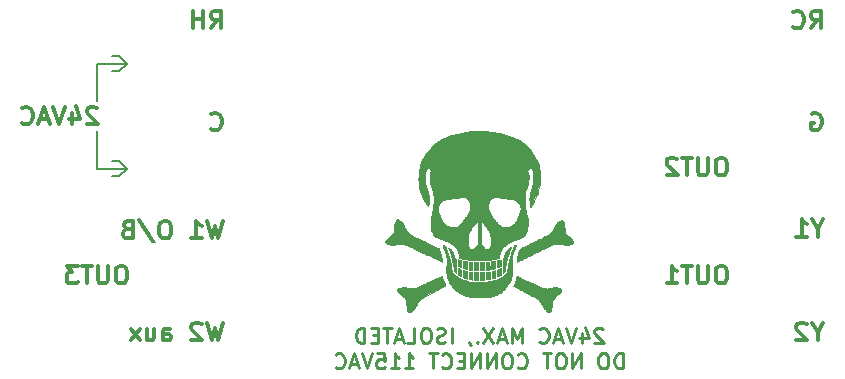
<source format=gbo>
G04 #@! TF.GenerationSoftware,KiCad,Pcbnew,no-vcs-found-67ccf76~61~ubuntu16.04.1*
G04 #@! TF.CreationDate,2018-03-20T21:24:49+05:30*
G04 #@! TF.ProjectId,wyostat,77796F737461742E6B696361645F7063,rev?*
G04 #@! TF.SameCoordinates,Original*
G04 #@! TF.FileFunction,Legend,Bot*
G04 #@! TF.FilePolarity,Positive*
%FSLAX46Y46*%
G04 Gerber Fmt 4.6, Leading zero omitted, Abs format (unit mm)*
G04 Created by KiCad (PCBNEW no-vcs-found-67ccf76~61~ubuntu16.04.1) date Tue Mar 20 21:24:49 2018*
%MOMM*%
%LPD*%
G01*
G04 APERTURE LIST*
%ADD10C,0.254000*%
%ADD11C,0.200000*%
%ADD12C,0.300000*%
%ADD13C,0.010000*%
%ADD14C,0.127000*%
%ADD15C,0.508000*%
%ADD16C,5.480000*%
%ADD17C,2.940000*%
%ADD18C,2.178000*%
%ADD19O,2.300000X1.600000*%
%ADD20C,1.850000*%
%ADD21O,2.127200X2.432000*%
%ADD22R,2.127200X2.432000*%
%ADD23O,2.398980X2.398980*%
%ADD24R,2.398980X2.398980*%
%ADD25C,1.500000*%
%ADD26C,1.200000*%
%ADD27C,6.800000*%
G04 APERTURE END LIST*
D10*
X91742380Y-90420976D02*
X91681904Y-90360500D01*
X91560952Y-90300023D01*
X91258571Y-90300023D01*
X91137619Y-90360500D01*
X91077142Y-90420976D01*
X91016666Y-90541928D01*
X91016666Y-90662880D01*
X91077142Y-90844309D01*
X91802857Y-91570023D01*
X91016666Y-91570023D01*
X89928095Y-90723357D02*
X89928095Y-91570023D01*
X90230476Y-90239547D02*
X90532857Y-91146690D01*
X89746666Y-91146690D01*
X89444285Y-90300023D02*
X89020952Y-91570023D01*
X88597619Y-90300023D01*
X88234761Y-91207166D02*
X87630000Y-91207166D01*
X88355714Y-91570023D02*
X87932380Y-90300023D01*
X87509047Y-91570023D01*
X86360000Y-91449071D02*
X86420476Y-91509547D01*
X86601904Y-91570023D01*
X86722857Y-91570023D01*
X86904285Y-91509547D01*
X87025238Y-91388595D01*
X87085714Y-91267642D01*
X87146190Y-91025738D01*
X87146190Y-90844309D01*
X87085714Y-90602404D01*
X87025238Y-90481452D01*
X86904285Y-90360500D01*
X86722857Y-90300023D01*
X86601904Y-90300023D01*
X86420476Y-90360500D01*
X86360000Y-90420976D01*
X84848095Y-91570023D02*
X84848095Y-90300023D01*
X84424761Y-91207166D01*
X84001428Y-90300023D01*
X84001428Y-91570023D01*
X83457142Y-91207166D02*
X82852380Y-91207166D01*
X83578095Y-91570023D02*
X83154761Y-90300023D01*
X82731428Y-91570023D01*
X82429047Y-90300023D02*
X81582380Y-91570023D01*
X81582380Y-90300023D02*
X82429047Y-91570023D01*
X81098571Y-91449071D02*
X81038095Y-91509547D01*
X81098571Y-91570023D01*
X81159047Y-91509547D01*
X81098571Y-91449071D01*
X81098571Y-91570023D01*
X80433333Y-91509547D02*
X80433333Y-91570023D01*
X80493809Y-91690976D01*
X80554285Y-91751452D01*
X78921428Y-91570023D02*
X78921428Y-90300023D01*
X78377142Y-91509547D02*
X78195714Y-91570023D01*
X77893333Y-91570023D01*
X77772380Y-91509547D01*
X77711904Y-91449071D01*
X77651428Y-91328119D01*
X77651428Y-91207166D01*
X77711904Y-91086214D01*
X77772380Y-91025738D01*
X77893333Y-90965261D01*
X78135238Y-90904785D01*
X78256190Y-90844309D01*
X78316666Y-90783833D01*
X78377142Y-90662880D01*
X78377142Y-90541928D01*
X78316666Y-90420976D01*
X78256190Y-90360500D01*
X78135238Y-90300023D01*
X77832857Y-90300023D01*
X77651428Y-90360500D01*
X76865238Y-90300023D02*
X76623333Y-90300023D01*
X76502380Y-90360500D01*
X76381428Y-90481452D01*
X76320952Y-90723357D01*
X76320952Y-91146690D01*
X76381428Y-91388595D01*
X76502380Y-91509547D01*
X76623333Y-91570023D01*
X76865238Y-91570023D01*
X76986190Y-91509547D01*
X77107142Y-91388595D01*
X77167619Y-91146690D01*
X77167619Y-90723357D01*
X77107142Y-90481452D01*
X76986190Y-90360500D01*
X76865238Y-90300023D01*
X75171904Y-91570023D02*
X75776666Y-91570023D01*
X75776666Y-90300023D01*
X74809047Y-91207166D02*
X74204285Y-91207166D01*
X74930000Y-91570023D02*
X74506666Y-90300023D01*
X74083333Y-91570023D01*
X73841428Y-90300023D02*
X73115714Y-90300023D01*
X73478571Y-91570023D02*
X73478571Y-90300023D01*
X72692380Y-90904785D02*
X72269047Y-90904785D01*
X72087619Y-91570023D02*
X72692380Y-91570023D01*
X72692380Y-90300023D01*
X72087619Y-90300023D01*
X71543333Y-91570023D02*
X71543333Y-90300023D01*
X71240952Y-90300023D01*
X71059523Y-90360500D01*
X70938571Y-90481452D01*
X70878095Y-90602404D01*
X70817619Y-90844309D01*
X70817619Y-91025738D01*
X70878095Y-91267642D01*
X70938571Y-91388595D01*
X71059523Y-91509547D01*
X71240952Y-91570023D01*
X71543333Y-91570023D01*
X93405476Y-93729023D02*
X93405476Y-92459023D01*
X93103095Y-92459023D01*
X92921666Y-92519500D01*
X92800714Y-92640452D01*
X92740238Y-92761404D01*
X92679761Y-93003309D01*
X92679761Y-93184738D01*
X92740238Y-93426642D01*
X92800714Y-93547595D01*
X92921666Y-93668547D01*
X93103095Y-93729023D01*
X93405476Y-93729023D01*
X91893571Y-92459023D02*
X91651666Y-92459023D01*
X91530714Y-92519500D01*
X91409761Y-92640452D01*
X91349285Y-92882357D01*
X91349285Y-93305690D01*
X91409761Y-93547595D01*
X91530714Y-93668547D01*
X91651666Y-93729023D01*
X91893571Y-93729023D01*
X92014523Y-93668547D01*
X92135476Y-93547595D01*
X92195952Y-93305690D01*
X92195952Y-92882357D01*
X92135476Y-92640452D01*
X92014523Y-92519500D01*
X91893571Y-92459023D01*
X89837380Y-93729023D02*
X89837380Y-92459023D01*
X89111666Y-93729023D01*
X89111666Y-92459023D01*
X88265000Y-92459023D02*
X88023095Y-92459023D01*
X87902142Y-92519500D01*
X87781190Y-92640452D01*
X87720714Y-92882357D01*
X87720714Y-93305690D01*
X87781190Y-93547595D01*
X87902142Y-93668547D01*
X88023095Y-93729023D01*
X88265000Y-93729023D01*
X88385952Y-93668547D01*
X88506904Y-93547595D01*
X88567380Y-93305690D01*
X88567380Y-92882357D01*
X88506904Y-92640452D01*
X88385952Y-92519500D01*
X88265000Y-92459023D01*
X87357857Y-92459023D02*
X86632142Y-92459023D01*
X86995000Y-93729023D02*
X86995000Y-92459023D01*
X84515476Y-93608071D02*
X84575952Y-93668547D01*
X84757380Y-93729023D01*
X84878333Y-93729023D01*
X85059761Y-93668547D01*
X85180714Y-93547595D01*
X85241190Y-93426642D01*
X85301666Y-93184738D01*
X85301666Y-93003309D01*
X85241190Y-92761404D01*
X85180714Y-92640452D01*
X85059761Y-92519500D01*
X84878333Y-92459023D01*
X84757380Y-92459023D01*
X84575952Y-92519500D01*
X84515476Y-92579976D01*
X83729285Y-92459023D02*
X83487380Y-92459023D01*
X83366428Y-92519500D01*
X83245476Y-92640452D01*
X83185000Y-92882357D01*
X83185000Y-93305690D01*
X83245476Y-93547595D01*
X83366428Y-93668547D01*
X83487380Y-93729023D01*
X83729285Y-93729023D01*
X83850238Y-93668547D01*
X83971190Y-93547595D01*
X84031666Y-93305690D01*
X84031666Y-92882357D01*
X83971190Y-92640452D01*
X83850238Y-92519500D01*
X83729285Y-92459023D01*
X82640714Y-93729023D02*
X82640714Y-92459023D01*
X81915000Y-93729023D01*
X81915000Y-92459023D01*
X81310238Y-93729023D02*
X81310238Y-92459023D01*
X80584523Y-93729023D01*
X80584523Y-92459023D01*
X79979761Y-93063785D02*
X79556428Y-93063785D01*
X79375000Y-93729023D02*
X79979761Y-93729023D01*
X79979761Y-92459023D01*
X79375000Y-92459023D01*
X78105000Y-93608071D02*
X78165476Y-93668547D01*
X78346904Y-93729023D01*
X78467857Y-93729023D01*
X78649285Y-93668547D01*
X78770238Y-93547595D01*
X78830714Y-93426642D01*
X78891190Y-93184738D01*
X78891190Y-93003309D01*
X78830714Y-92761404D01*
X78770238Y-92640452D01*
X78649285Y-92519500D01*
X78467857Y-92459023D01*
X78346904Y-92459023D01*
X78165476Y-92519500D01*
X78105000Y-92579976D01*
X77742142Y-92459023D02*
X77016428Y-92459023D01*
X77379285Y-93729023D02*
X77379285Y-92459023D01*
X74960238Y-93729023D02*
X75685952Y-93729023D01*
X75323095Y-93729023D02*
X75323095Y-92459023D01*
X75444047Y-92640452D01*
X75565000Y-92761404D01*
X75685952Y-92821880D01*
X73750714Y-93729023D02*
X74476428Y-93729023D01*
X74113571Y-93729023D02*
X74113571Y-92459023D01*
X74234523Y-92640452D01*
X74355476Y-92761404D01*
X74476428Y-92821880D01*
X72601666Y-92459023D02*
X73206428Y-92459023D01*
X73266904Y-93063785D01*
X73206428Y-93003309D01*
X73085476Y-92942833D01*
X72783095Y-92942833D01*
X72662142Y-93003309D01*
X72601666Y-93063785D01*
X72541190Y-93184738D01*
X72541190Y-93487119D01*
X72601666Y-93608071D01*
X72662142Y-93668547D01*
X72783095Y-93729023D01*
X73085476Y-93729023D01*
X73206428Y-93668547D01*
X73266904Y-93608071D01*
X72178333Y-92459023D02*
X71755000Y-93729023D01*
X71331666Y-92459023D01*
X70968809Y-93366166D02*
X70364047Y-93366166D01*
X71089761Y-93729023D02*
X70666428Y-92459023D01*
X70243095Y-93729023D01*
X69094047Y-93608071D02*
X69154523Y-93668547D01*
X69335952Y-93729023D01*
X69456904Y-93729023D01*
X69638333Y-93668547D01*
X69759285Y-93547595D01*
X69819761Y-93426642D01*
X69880238Y-93184738D01*
X69880238Y-93003309D01*
X69819761Y-92761404D01*
X69759285Y-92640452D01*
X69638333Y-92519500D01*
X69456904Y-92459023D01*
X69335952Y-92459023D01*
X69154523Y-92519500D01*
X69094047Y-92579976D01*
D11*
X51435000Y-76835000D02*
X51435000Y-76835000D01*
X50800000Y-77470000D02*
X51435000Y-76835000D01*
X50165000Y-77470000D02*
X50800000Y-77470000D01*
X50165000Y-76200000D02*
X50165000Y-76200000D01*
X50800000Y-76200000D02*
X50165000Y-76200000D01*
X51435000Y-76835000D02*
X50800000Y-76200000D01*
X48895000Y-76835000D02*
X51435000Y-76835000D01*
X48895000Y-73660000D02*
X48895000Y-76835000D01*
X51435000Y-67945000D02*
X51435000Y-67945000D01*
X50800000Y-68580000D02*
X51435000Y-67945000D01*
X50165000Y-68580000D02*
X50800000Y-68580000D01*
X50165000Y-67310000D02*
X50165000Y-67310000D01*
X50800000Y-67310000D02*
X50165000Y-67310000D01*
X51435000Y-67945000D02*
X50800000Y-67310000D01*
X48895000Y-67945000D02*
X51435000Y-67945000D01*
X48895000Y-71120000D02*
X48895000Y-67945000D01*
D12*
X48898571Y-71711428D02*
X48827142Y-71640000D01*
X48684285Y-71568571D01*
X48327142Y-71568571D01*
X48184285Y-71640000D01*
X48112857Y-71711428D01*
X48041428Y-71854285D01*
X48041428Y-71997142D01*
X48112857Y-72211428D01*
X48970000Y-73068571D01*
X48041428Y-73068571D01*
X46755714Y-72068571D02*
X46755714Y-73068571D01*
X47112857Y-71497142D02*
X47470000Y-72568571D01*
X46541428Y-72568571D01*
X46184285Y-71568571D02*
X45684285Y-73068571D01*
X45184285Y-71568571D01*
X44755714Y-72640000D02*
X44041428Y-72640000D01*
X44898571Y-73068571D02*
X44398571Y-71568571D01*
X43898571Y-73068571D01*
X42541428Y-72925714D02*
X42612857Y-72997142D01*
X42827142Y-73068571D01*
X42970000Y-73068571D01*
X43184285Y-72997142D01*
X43327142Y-72854285D01*
X43398571Y-72711428D01*
X43470000Y-72425714D01*
X43470000Y-72211428D01*
X43398571Y-71925714D01*
X43327142Y-71782857D01*
X43184285Y-71640000D01*
X42970000Y-71568571D01*
X42827142Y-71568571D01*
X42612857Y-71640000D01*
X42541428Y-71711428D01*
X101909285Y-85030571D02*
X101623571Y-85030571D01*
X101480714Y-85102000D01*
X101337857Y-85244857D01*
X101266428Y-85530571D01*
X101266428Y-86030571D01*
X101337857Y-86316285D01*
X101480714Y-86459142D01*
X101623571Y-86530571D01*
X101909285Y-86530571D01*
X102052142Y-86459142D01*
X102195000Y-86316285D01*
X102266428Y-86030571D01*
X102266428Y-85530571D01*
X102195000Y-85244857D01*
X102052142Y-85102000D01*
X101909285Y-85030571D01*
X100623571Y-85030571D02*
X100623571Y-86244857D01*
X100552142Y-86387714D01*
X100480714Y-86459142D01*
X100337857Y-86530571D01*
X100052142Y-86530571D01*
X99909285Y-86459142D01*
X99837857Y-86387714D01*
X99766428Y-86244857D01*
X99766428Y-85030571D01*
X99266428Y-85030571D02*
X98409285Y-85030571D01*
X98837857Y-86530571D02*
X98837857Y-85030571D01*
X97123571Y-86530571D02*
X97980714Y-86530571D01*
X97552142Y-86530571D02*
X97552142Y-85030571D01*
X97695000Y-85244857D01*
X97837857Y-85387714D01*
X97980714Y-85459142D01*
X101909285Y-75886571D02*
X101623571Y-75886571D01*
X101480714Y-75958000D01*
X101337857Y-76100857D01*
X101266428Y-76386571D01*
X101266428Y-76886571D01*
X101337857Y-77172285D01*
X101480714Y-77315142D01*
X101623571Y-77386571D01*
X101909285Y-77386571D01*
X102052142Y-77315142D01*
X102195000Y-77172285D01*
X102266428Y-76886571D01*
X102266428Y-76386571D01*
X102195000Y-76100857D01*
X102052142Y-75958000D01*
X101909285Y-75886571D01*
X100623571Y-75886571D02*
X100623571Y-77100857D01*
X100552142Y-77243714D01*
X100480714Y-77315142D01*
X100337857Y-77386571D01*
X100052142Y-77386571D01*
X99909285Y-77315142D01*
X99837857Y-77243714D01*
X99766428Y-77100857D01*
X99766428Y-75886571D01*
X99266428Y-75886571D02*
X98409285Y-75886571D01*
X98837857Y-77386571D02*
X98837857Y-75886571D01*
X97980714Y-76029428D02*
X97909285Y-75958000D01*
X97766428Y-75886571D01*
X97409285Y-75886571D01*
X97266428Y-75958000D01*
X97195000Y-76029428D01*
X97123571Y-76172285D01*
X97123571Y-76315142D01*
X97195000Y-76529428D01*
X98052142Y-77386571D01*
X97123571Y-77386571D01*
X51109285Y-85030571D02*
X50823571Y-85030571D01*
X50680714Y-85102000D01*
X50537857Y-85244857D01*
X50466428Y-85530571D01*
X50466428Y-86030571D01*
X50537857Y-86316285D01*
X50680714Y-86459142D01*
X50823571Y-86530571D01*
X51109285Y-86530571D01*
X51252142Y-86459142D01*
X51395000Y-86316285D01*
X51466428Y-86030571D01*
X51466428Y-85530571D01*
X51395000Y-85244857D01*
X51252142Y-85102000D01*
X51109285Y-85030571D01*
X49823571Y-85030571D02*
X49823571Y-86244857D01*
X49752142Y-86387714D01*
X49680714Y-86459142D01*
X49537857Y-86530571D01*
X49252142Y-86530571D01*
X49109285Y-86459142D01*
X49037857Y-86387714D01*
X48966428Y-86244857D01*
X48966428Y-85030571D01*
X48466428Y-85030571D02*
X47609285Y-85030571D01*
X48037857Y-86530571D02*
X48037857Y-85030571D01*
X47252142Y-85030571D02*
X46323571Y-85030571D01*
X46823571Y-85602000D01*
X46609285Y-85602000D01*
X46466428Y-85673428D01*
X46395000Y-85744857D01*
X46323571Y-85887714D01*
X46323571Y-86244857D01*
X46395000Y-86387714D01*
X46466428Y-86459142D01*
X46609285Y-86530571D01*
X47037857Y-86530571D01*
X47180714Y-86459142D01*
X47252142Y-86387714D01*
X109906142Y-90642285D02*
X109906142Y-91356571D01*
X110406142Y-89856571D02*
X109906142Y-90642285D01*
X109406142Y-89856571D01*
X108977571Y-89999428D02*
X108906142Y-89928000D01*
X108763285Y-89856571D01*
X108406142Y-89856571D01*
X108263285Y-89928000D01*
X108191857Y-89999428D01*
X108120428Y-90142285D01*
X108120428Y-90285142D01*
X108191857Y-90499428D01*
X109049000Y-91356571D01*
X108120428Y-91356571D01*
X109334714Y-64940571D02*
X109834714Y-64226285D01*
X110191857Y-64940571D02*
X110191857Y-63440571D01*
X109620428Y-63440571D01*
X109477571Y-63512000D01*
X109406142Y-63583428D01*
X109334714Y-63726285D01*
X109334714Y-63940571D01*
X109406142Y-64083428D01*
X109477571Y-64154857D01*
X109620428Y-64226285D01*
X110191857Y-64226285D01*
X107834714Y-64797714D02*
X107906142Y-64869142D01*
X108120428Y-64940571D01*
X108263285Y-64940571D01*
X108477571Y-64869142D01*
X108620428Y-64726285D01*
X108691857Y-64583428D01*
X108763285Y-64297714D01*
X108763285Y-64083428D01*
X108691857Y-63797714D01*
X108620428Y-63654857D01*
X108477571Y-63512000D01*
X108263285Y-63440571D01*
X108120428Y-63440571D01*
X107906142Y-63512000D01*
X107834714Y-63583428D01*
X59534714Y-89856571D02*
X59177571Y-91356571D01*
X58891857Y-90285142D01*
X58606142Y-91356571D01*
X58249000Y-89856571D01*
X57749000Y-89999428D02*
X57677571Y-89928000D01*
X57534714Y-89856571D01*
X57177571Y-89856571D01*
X57034714Y-89928000D01*
X56963285Y-89999428D01*
X56891857Y-90142285D01*
X56891857Y-90285142D01*
X56963285Y-90499428D01*
X57820428Y-91356571D01*
X56891857Y-91356571D01*
X54463285Y-91356571D02*
X54463285Y-90570857D01*
X54534714Y-90428000D01*
X54677571Y-90356571D01*
X54963285Y-90356571D01*
X55106142Y-90428000D01*
X54463285Y-91285142D02*
X54606142Y-91356571D01*
X54963285Y-91356571D01*
X55106142Y-91285142D01*
X55177571Y-91142285D01*
X55177571Y-90999428D01*
X55106142Y-90856571D01*
X54963285Y-90785142D01*
X54606142Y-90785142D01*
X54463285Y-90713714D01*
X53106142Y-90356571D02*
X53106142Y-91356571D01*
X53749000Y-90356571D02*
X53749000Y-91142285D01*
X53677571Y-91285142D01*
X53534714Y-91356571D01*
X53320428Y-91356571D01*
X53177571Y-91285142D01*
X53106142Y-91213714D01*
X52534714Y-91356571D02*
X51749000Y-90356571D01*
X52534714Y-90356571D02*
X51749000Y-91356571D01*
X109906142Y-81879285D02*
X109906142Y-82593571D01*
X110406142Y-81093571D02*
X109906142Y-81879285D01*
X109406142Y-81093571D01*
X108120428Y-82593571D02*
X108977571Y-82593571D01*
X108549000Y-82593571D02*
X108549000Y-81093571D01*
X108691857Y-81307857D01*
X108834714Y-81450714D01*
X108977571Y-81522142D01*
X109406142Y-72148000D02*
X109549000Y-72076571D01*
X109763285Y-72076571D01*
X109977571Y-72148000D01*
X110120428Y-72290857D01*
X110191857Y-72433714D01*
X110263285Y-72719428D01*
X110263285Y-72933714D01*
X110191857Y-73219428D01*
X110120428Y-73362285D01*
X109977571Y-73505142D01*
X109763285Y-73576571D01*
X109620428Y-73576571D01*
X109406142Y-73505142D01*
X109334714Y-73433714D01*
X109334714Y-72933714D01*
X109620428Y-72933714D01*
X59534714Y-81220571D02*
X59177571Y-82720571D01*
X58891857Y-81649142D01*
X58606142Y-82720571D01*
X58249000Y-81220571D01*
X56891857Y-82720571D02*
X57749000Y-82720571D01*
X57320428Y-82720571D02*
X57320428Y-81220571D01*
X57463285Y-81434857D01*
X57606142Y-81577714D01*
X57749000Y-81649142D01*
X54820428Y-81220571D02*
X54534714Y-81220571D01*
X54391857Y-81292000D01*
X54249000Y-81434857D01*
X54177571Y-81720571D01*
X54177571Y-82220571D01*
X54249000Y-82506285D01*
X54391857Y-82649142D01*
X54534714Y-82720571D01*
X54820428Y-82720571D01*
X54963285Y-82649142D01*
X55106142Y-82506285D01*
X55177571Y-82220571D01*
X55177571Y-81720571D01*
X55106142Y-81434857D01*
X54963285Y-81292000D01*
X54820428Y-81220571D01*
X52463285Y-81149142D02*
X53749000Y-83077714D01*
X51463285Y-81934857D02*
X51249000Y-82006285D01*
X51177571Y-82077714D01*
X51106142Y-82220571D01*
X51106142Y-82434857D01*
X51177571Y-82577714D01*
X51249000Y-82649142D01*
X51391857Y-82720571D01*
X51963285Y-82720571D01*
X51963285Y-81220571D01*
X51463285Y-81220571D01*
X51320428Y-81292000D01*
X51249000Y-81363428D01*
X51177571Y-81506285D01*
X51177571Y-81649142D01*
X51249000Y-81792000D01*
X51320428Y-81863428D01*
X51463285Y-81934857D01*
X51963285Y-81934857D01*
X58534714Y-73433714D02*
X58606142Y-73505142D01*
X58820428Y-73576571D01*
X58963285Y-73576571D01*
X59177571Y-73505142D01*
X59320428Y-73362285D01*
X59391857Y-73219428D01*
X59463285Y-72933714D01*
X59463285Y-72719428D01*
X59391857Y-72433714D01*
X59320428Y-72290857D01*
X59177571Y-72148000D01*
X58963285Y-72076571D01*
X58820428Y-72076571D01*
X58606142Y-72148000D01*
X58534714Y-72219428D01*
X58534714Y-64940571D02*
X59034714Y-64226285D01*
X59391857Y-64940571D02*
X59391857Y-63440571D01*
X58820428Y-63440571D01*
X58677571Y-63512000D01*
X58606142Y-63583428D01*
X58534714Y-63726285D01*
X58534714Y-63940571D01*
X58606142Y-64083428D01*
X58677571Y-64154857D01*
X58820428Y-64226285D01*
X59391857Y-64226285D01*
X57891857Y-64940571D02*
X57891857Y-63440571D01*
X57891857Y-64154857D02*
X57034714Y-64154857D01*
X57034714Y-64940571D02*
X57034714Y-63440571D01*
D13*
G36*
X84433597Y-85879048D02*
X84430989Y-85887871D01*
X84425750Y-85910111D01*
X84418598Y-85942584D01*
X84410250Y-85982107D01*
X84408680Y-85989701D01*
X84383098Y-86105611D01*
X84356238Y-86209198D01*
X84326539Y-86305067D01*
X84292435Y-86397827D01*
X84252364Y-86492083D01*
X84204763Y-86592443D01*
X84202780Y-86596449D01*
X84182128Y-86639167D01*
X84165155Y-86676348D01*
X84152917Y-86705499D01*
X84146471Y-86724128D01*
X84146264Y-86729810D01*
X84157378Y-86734993D01*
X84182268Y-86747583D01*
X84219884Y-86767019D01*
X84269175Y-86792742D01*
X84329093Y-86824191D01*
X84398588Y-86860806D01*
X84476609Y-86902027D01*
X84562106Y-86947293D01*
X84654031Y-86996044D01*
X84751333Y-87047720D01*
X84852963Y-87101761D01*
X84957870Y-87157605D01*
X85065006Y-87214694D01*
X85173319Y-87272465D01*
X85281761Y-87330361D01*
X85389281Y-87387819D01*
X85494830Y-87444280D01*
X85597358Y-87499183D01*
X85695815Y-87551968D01*
X85789152Y-87602075D01*
X85876318Y-87648943D01*
X85956265Y-87692013D01*
X86027941Y-87730724D01*
X86090297Y-87764515D01*
X86142284Y-87792826D01*
X86182852Y-87815098D01*
X86210951Y-87830769D01*
X86225530Y-87839279D01*
X86227296Y-87840509D01*
X86258322Y-87873267D01*
X86296291Y-87919838D01*
X86340362Y-87978994D01*
X86389692Y-88049511D01*
X86443439Y-88130163D01*
X86500761Y-88219724D01*
X86560816Y-88316968D01*
X86603702Y-88388401D01*
X86642147Y-88452960D01*
X86674065Y-88505712D01*
X86701483Y-88549468D01*
X86726424Y-88587035D01*
X86750914Y-88621224D01*
X86776978Y-88654842D01*
X86806642Y-88690700D01*
X86841930Y-88731607D01*
X86884867Y-88780371D01*
X86892487Y-88788983D01*
X86931894Y-88833240D01*
X86962645Y-88866809D01*
X86987132Y-88891834D01*
X87007751Y-88910458D01*
X87026897Y-88924824D01*
X87046962Y-88937074D01*
X87070342Y-88949350D01*
X87073384Y-88950877D01*
X87112059Y-88968957D01*
X87142194Y-88979452D01*
X87169422Y-88984044D01*
X87186456Y-88984667D01*
X87215634Y-88983212D01*
X87236363Y-88976695D01*
X87257023Y-88961892D01*
X87265827Y-88954122D01*
X87287986Y-88929442D01*
X87310504Y-88897033D01*
X87324623Y-88871572D01*
X87332162Y-88855085D01*
X87338370Y-88838769D01*
X87343627Y-88820318D01*
X87348315Y-88797423D01*
X87352817Y-88767775D01*
X87357514Y-88729068D01*
X87362788Y-88678992D01*
X87369020Y-88615240D01*
X87371739Y-88586733D01*
X87386078Y-88444311D01*
X87400590Y-88316804D01*
X87415228Y-88204506D01*
X87429942Y-88107712D01*
X87444685Y-88026715D01*
X87459410Y-87961810D01*
X87474067Y-87913291D01*
X87486575Y-87884906D01*
X87497649Y-87870351D01*
X87519678Y-87845845D01*
X87551164Y-87812911D01*
X87590610Y-87773072D01*
X87636519Y-87727852D01*
X87687394Y-87678775D01*
X87714084Y-87653399D01*
X87798737Y-87573205D01*
X87871898Y-87503648D01*
X87934465Y-87443818D01*
X87987332Y-87392805D01*
X88031395Y-87349699D01*
X88067549Y-87313591D01*
X88096690Y-87283570D01*
X88119712Y-87258726D01*
X88137512Y-87238150D01*
X88150984Y-87220931D01*
X88161025Y-87206161D01*
X88168529Y-87192928D01*
X88169890Y-87190211D01*
X88189312Y-87133472D01*
X88192771Y-87077070D01*
X88180639Y-87023293D01*
X88153286Y-86974430D01*
X88130850Y-86949485D01*
X88106089Y-86933160D01*
X88066712Y-86916357D01*
X88014999Y-86899761D01*
X87953226Y-86884058D01*
X87883672Y-86869934D01*
X87844655Y-86863357D01*
X87780256Y-86855063D01*
X87719275Y-86851506D01*
X87658211Y-86852979D01*
X87593561Y-86859779D01*
X87521825Y-86872198D01*
X87439499Y-86890533D01*
X87397166Y-86901020D01*
X87318440Y-86920521D01*
X87252342Y-86935551D01*
X87195300Y-86946569D01*
X87143743Y-86954032D01*
X87094097Y-86958398D01*
X87042792Y-86960125D01*
X86986254Y-86959671D01*
X86948433Y-86958546D01*
X86876333Y-86954962D01*
X86811788Y-86949114D01*
X86751370Y-86940197D01*
X86691651Y-86927406D01*
X86629204Y-86909933D01*
X86560600Y-86886972D01*
X86482412Y-86857719D01*
X86427733Y-86836114D01*
X86249594Y-86763093D01*
X86068468Y-86685593D01*
X85882897Y-86602924D01*
X85691424Y-86514393D01*
X85492593Y-86419311D01*
X85284946Y-86316986D01*
X85067027Y-86206726D01*
X84837379Y-86087842D01*
X84718683Y-86025468D01*
X84655225Y-85992072D01*
X84596605Y-85961423D01*
X84544473Y-85934368D01*
X84500478Y-85911755D01*
X84466269Y-85894430D01*
X84443497Y-85883242D01*
X84433811Y-85879036D01*
X84433597Y-85879048D01*
X84433597Y-85879048D01*
G37*
X84433597Y-85879048D02*
X84430989Y-85887871D01*
X84425750Y-85910111D01*
X84418598Y-85942584D01*
X84410250Y-85982107D01*
X84408680Y-85989701D01*
X84383098Y-86105611D01*
X84356238Y-86209198D01*
X84326539Y-86305067D01*
X84292435Y-86397827D01*
X84252364Y-86492083D01*
X84204763Y-86592443D01*
X84202780Y-86596449D01*
X84182128Y-86639167D01*
X84165155Y-86676348D01*
X84152917Y-86705499D01*
X84146471Y-86724128D01*
X84146264Y-86729810D01*
X84157378Y-86734993D01*
X84182268Y-86747583D01*
X84219884Y-86767019D01*
X84269175Y-86792742D01*
X84329093Y-86824191D01*
X84398588Y-86860806D01*
X84476609Y-86902027D01*
X84562106Y-86947293D01*
X84654031Y-86996044D01*
X84751333Y-87047720D01*
X84852963Y-87101761D01*
X84957870Y-87157605D01*
X85065006Y-87214694D01*
X85173319Y-87272465D01*
X85281761Y-87330361D01*
X85389281Y-87387819D01*
X85494830Y-87444280D01*
X85597358Y-87499183D01*
X85695815Y-87551968D01*
X85789152Y-87602075D01*
X85876318Y-87648943D01*
X85956265Y-87692013D01*
X86027941Y-87730724D01*
X86090297Y-87764515D01*
X86142284Y-87792826D01*
X86182852Y-87815098D01*
X86210951Y-87830769D01*
X86225530Y-87839279D01*
X86227296Y-87840509D01*
X86258322Y-87873267D01*
X86296291Y-87919838D01*
X86340362Y-87978994D01*
X86389692Y-88049511D01*
X86443439Y-88130163D01*
X86500761Y-88219724D01*
X86560816Y-88316968D01*
X86603702Y-88388401D01*
X86642147Y-88452960D01*
X86674065Y-88505712D01*
X86701483Y-88549468D01*
X86726424Y-88587035D01*
X86750914Y-88621224D01*
X86776978Y-88654842D01*
X86806642Y-88690700D01*
X86841930Y-88731607D01*
X86884867Y-88780371D01*
X86892487Y-88788983D01*
X86931894Y-88833240D01*
X86962645Y-88866809D01*
X86987132Y-88891834D01*
X87007751Y-88910458D01*
X87026897Y-88924824D01*
X87046962Y-88937074D01*
X87070342Y-88949350D01*
X87073384Y-88950877D01*
X87112059Y-88968957D01*
X87142194Y-88979452D01*
X87169422Y-88984044D01*
X87186456Y-88984667D01*
X87215634Y-88983212D01*
X87236363Y-88976695D01*
X87257023Y-88961892D01*
X87265827Y-88954122D01*
X87287986Y-88929442D01*
X87310504Y-88897033D01*
X87324623Y-88871572D01*
X87332162Y-88855085D01*
X87338370Y-88838769D01*
X87343627Y-88820318D01*
X87348315Y-88797423D01*
X87352817Y-88767775D01*
X87357514Y-88729068D01*
X87362788Y-88678992D01*
X87369020Y-88615240D01*
X87371739Y-88586733D01*
X87386078Y-88444311D01*
X87400590Y-88316804D01*
X87415228Y-88204506D01*
X87429942Y-88107712D01*
X87444685Y-88026715D01*
X87459410Y-87961810D01*
X87474067Y-87913291D01*
X87486575Y-87884906D01*
X87497649Y-87870351D01*
X87519678Y-87845845D01*
X87551164Y-87812911D01*
X87590610Y-87773072D01*
X87636519Y-87727852D01*
X87687394Y-87678775D01*
X87714084Y-87653399D01*
X87798737Y-87573205D01*
X87871898Y-87503648D01*
X87934465Y-87443818D01*
X87987332Y-87392805D01*
X88031395Y-87349699D01*
X88067549Y-87313591D01*
X88096690Y-87283570D01*
X88119712Y-87258726D01*
X88137512Y-87238150D01*
X88150984Y-87220931D01*
X88161025Y-87206161D01*
X88168529Y-87192928D01*
X88169890Y-87190211D01*
X88189312Y-87133472D01*
X88192771Y-87077070D01*
X88180639Y-87023293D01*
X88153286Y-86974430D01*
X88130850Y-86949485D01*
X88106089Y-86933160D01*
X88066712Y-86916357D01*
X88014999Y-86899761D01*
X87953226Y-86884058D01*
X87883672Y-86869934D01*
X87844655Y-86863357D01*
X87780256Y-86855063D01*
X87719275Y-86851506D01*
X87658211Y-86852979D01*
X87593561Y-86859779D01*
X87521825Y-86872198D01*
X87439499Y-86890533D01*
X87397166Y-86901020D01*
X87318440Y-86920521D01*
X87252342Y-86935551D01*
X87195300Y-86946569D01*
X87143743Y-86954032D01*
X87094097Y-86958398D01*
X87042792Y-86960125D01*
X86986254Y-86959671D01*
X86948433Y-86958546D01*
X86876333Y-86954962D01*
X86811788Y-86949114D01*
X86751370Y-86940197D01*
X86691651Y-86927406D01*
X86629204Y-86909933D01*
X86560600Y-86886972D01*
X86482412Y-86857719D01*
X86427733Y-86836114D01*
X86249594Y-86763093D01*
X86068468Y-86685593D01*
X85882897Y-86602924D01*
X85691424Y-86514393D01*
X85492593Y-86419311D01*
X85284946Y-86316986D01*
X85067027Y-86206726D01*
X84837379Y-86087842D01*
X84718683Y-86025468D01*
X84655225Y-85992072D01*
X84596605Y-85961423D01*
X84544473Y-85934368D01*
X84500478Y-85911755D01*
X84466269Y-85894430D01*
X84443497Y-85883242D01*
X84433811Y-85879036D01*
X84433597Y-85879048D01*
G36*
X78097294Y-85901108D02*
X78085870Y-85904463D01*
X78069002Y-85910557D01*
X78045982Y-85919707D01*
X78016103Y-85932230D01*
X77978657Y-85948444D01*
X77932937Y-85968666D01*
X77878237Y-85993214D01*
X77813848Y-86022404D01*
X77739063Y-86056555D01*
X77653176Y-86095984D01*
X77555478Y-86141007D01*
X77445262Y-86191943D01*
X77321822Y-86249110D01*
X77184449Y-86312823D01*
X77034688Y-86382356D01*
X76906877Y-86441665D01*
X76782583Y-86499234D01*
X76662746Y-86554633D01*
X76548302Y-86607432D01*
X76440191Y-86657203D01*
X76339350Y-86703516D01*
X76246719Y-86745942D01*
X76163234Y-86784051D01*
X76089835Y-86817415D01*
X76027459Y-86845602D01*
X75977046Y-86868186D01*
X75939533Y-86884735D01*
X75915858Y-86894821D01*
X75908621Y-86897614D01*
X75784627Y-86931026D01*
X75657244Y-86948991D01*
X75563670Y-86952633D01*
X75491584Y-86951054D01*
X75424430Y-86945885D01*
X75357461Y-86936403D01*
X75285931Y-86921889D01*
X75205095Y-86901622D01*
X75176881Y-86893913D01*
X75070072Y-86867692D01*
X74972694Y-86851732D01*
X74880658Y-86846098D01*
X74789879Y-86850851D01*
X74696267Y-86866056D01*
X74595736Y-86891774D01*
X74557467Y-86903491D01*
X74485700Y-86929442D01*
X74423226Y-86958404D01*
X74371493Y-86989354D01*
X74331951Y-87021270D01*
X74306048Y-87053128D01*
X74295234Y-87083904D01*
X74295000Y-87088876D01*
X74302154Y-87122884D01*
X74323315Y-87165202D01*
X74358030Y-87215326D01*
X74405849Y-87272752D01*
X74466319Y-87336975D01*
X74538987Y-87407491D01*
X74623403Y-87483797D01*
X74719115Y-87565388D01*
X74731033Y-87575259D01*
X74817690Y-87648110D01*
X74890295Y-87711957D01*
X74949022Y-87766977D01*
X74994049Y-87813344D01*
X75025553Y-87851235D01*
X75043708Y-87880824D01*
X75047183Y-87890061D01*
X75052495Y-87914487D01*
X75058402Y-87953278D01*
X75064952Y-88006886D01*
X75072194Y-88075758D01*
X75080176Y-88160344D01*
X75088946Y-88261094D01*
X75095215Y-88336967D01*
X75107461Y-88464880D01*
X75122233Y-88576786D01*
X75139732Y-88673453D01*
X75160160Y-88755645D01*
X75183717Y-88824130D01*
X75210606Y-88879674D01*
X75241028Y-88923043D01*
X75252585Y-88935525D01*
X75276781Y-88958185D01*
X75295281Y-88970584D01*
X75313142Y-88975541D01*
X75325413Y-88976117D01*
X75352096Y-88972331D01*
X75383961Y-88962789D01*
X75399900Y-88956170D01*
X75435080Y-88936492D01*
X75479027Y-88907069D01*
X75528765Y-88870358D01*
X75581321Y-88828816D01*
X75633720Y-88784900D01*
X75682988Y-88741068D01*
X75726150Y-88699777D01*
X75760233Y-88663482D01*
X75772876Y-88648060D01*
X75785146Y-88629289D01*
X75803296Y-88597857D01*
X75825917Y-88556388D01*
X75851598Y-88507503D01*
X75878932Y-88453827D01*
X75899097Y-88413167D01*
X75951682Y-88309030D01*
X76001159Y-88218312D01*
X76049459Y-88138265D01*
X76098516Y-88066142D01*
X76150264Y-87999195D01*
X76206635Y-87934679D01*
X76269562Y-87869846D01*
X76306584Y-87834083D01*
X76390500Y-87754532D01*
X77387180Y-87236747D01*
X77508362Y-87173775D01*
X77625392Y-87112928D01*
X77737391Y-87054665D01*
X77843480Y-86999445D01*
X77942779Y-86947725D01*
X78034411Y-86899965D01*
X78117495Y-86856623D01*
X78191153Y-86818159D01*
X78254505Y-86785030D01*
X78306672Y-86757695D01*
X78346776Y-86736613D01*
X78373937Y-86722243D01*
X78387277Y-86715044D01*
X78388536Y-86714287D01*
X78386525Y-86705519D01*
X78377793Y-86684654D01*
X78363631Y-86654517D01*
X78345327Y-86617929D01*
X78338460Y-86604656D01*
X78260236Y-86437737D01*
X78196798Y-86264789D01*
X78147444Y-86083815D01*
X78134667Y-86024653D01*
X78125921Y-85982655D01*
X78117850Y-85945862D01*
X78111277Y-85917896D01*
X78107025Y-85902377D01*
X78106637Y-85901344D01*
X78103980Y-85900174D01*
X78097294Y-85901108D01*
X78097294Y-85901108D01*
G37*
X78097294Y-85901108D02*
X78085870Y-85904463D01*
X78069002Y-85910557D01*
X78045982Y-85919707D01*
X78016103Y-85932230D01*
X77978657Y-85948444D01*
X77932937Y-85968666D01*
X77878237Y-85993214D01*
X77813848Y-86022404D01*
X77739063Y-86056555D01*
X77653176Y-86095984D01*
X77555478Y-86141007D01*
X77445262Y-86191943D01*
X77321822Y-86249110D01*
X77184449Y-86312823D01*
X77034688Y-86382356D01*
X76906877Y-86441665D01*
X76782583Y-86499234D01*
X76662746Y-86554633D01*
X76548302Y-86607432D01*
X76440191Y-86657203D01*
X76339350Y-86703516D01*
X76246719Y-86745942D01*
X76163234Y-86784051D01*
X76089835Y-86817415D01*
X76027459Y-86845602D01*
X75977046Y-86868186D01*
X75939533Y-86884735D01*
X75915858Y-86894821D01*
X75908621Y-86897614D01*
X75784627Y-86931026D01*
X75657244Y-86948991D01*
X75563670Y-86952633D01*
X75491584Y-86951054D01*
X75424430Y-86945885D01*
X75357461Y-86936403D01*
X75285931Y-86921889D01*
X75205095Y-86901622D01*
X75176881Y-86893913D01*
X75070072Y-86867692D01*
X74972694Y-86851732D01*
X74880658Y-86846098D01*
X74789879Y-86850851D01*
X74696267Y-86866056D01*
X74595736Y-86891774D01*
X74557467Y-86903491D01*
X74485700Y-86929442D01*
X74423226Y-86958404D01*
X74371493Y-86989354D01*
X74331951Y-87021270D01*
X74306048Y-87053128D01*
X74295234Y-87083904D01*
X74295000Y-87088876D01*
X74302154Y-87122884D01*
X74323315Y-87165202D01*
X74358030Y-87215326D01*
X74405849Y-87272752D01*
X74466319Y-87336975D01*
X74538987Y-87407491D01*
X74623403Y-87483797D01*
X74719115Y-87565388D01*
X74731033Y-87575259D01*
X74817690Y-87648110D01*
X74890295Y-87711957D01*
X74949022Y-87766977D01*
X74994049Y-87813344D01*
X75025553Y-87851235D01*
X75043708Y-87880824D01*
X75047183Y-87890061D01*
X75052495Y-87914487D01*
X75058402Y-87953278D01*
X75064952Y-88006886D01*
X75072194Y-88075758D01*
X75080176Y-88160344D01*
X75088946Y-88261094D01*
X75095215Y-88336967D01*
X75107461Y-88464880D01*
X75122233Y-88576786D01*
X75139732Y-88673453D01*
X75160160Y-88755645D01*
X75183717Y-88824130D01*
X75210606Y-88879674D01*
X75241028Y-88923043D01*
X75252585Y-88935525D01*
X75276781Y-88958185D01*
X75295281Y-88970584D01*
X75313142Y-88975541D01*
X75325413Y-88976117D01*
X75352096Y-88972331D01*
X75383961Y-88962789D01*
X75399900Y-88956170D01*
X75435080Y-88936492D01*
X75479027Y-88907069D01*
X75528765Y-88870358D01*
X75581321Y-88828816D01*
X75633720Y-88784900D01*
X75682988Y-88741068D01*
X75726150Y-88699777D01*
X75760233Y-88663482D01*
X75772876Y-88648060D01*
X75785146Y-88629289D01*
X75803296Y-88597857D01*
X75825917Y-88556388D01*
X75851598Y-88507503D01*
X75878932Y-88453827D01*
X75899097Y-88413167D01*
X75951682Y-88309030D01*
X76001159Y-88218312D01*
X76049459Y-88138265D01*
X76098516Y-88066142D01*
X76150264Y-87999195D01*
X76206635Y-87934679D01*
X76269562Y-87869846D01*
X76306584Y-87834083D01*
X76390500Y-87754532D01*
X77387180Y-87236747D01*
X77508362Y-87173775D01*
X77625392Y-87112928D01*
X77737391Y-87054665D01*
X77843480Y-86999445D01*
X77942779Y-86947725D01*
X78034411Y-86899965D01*
X78117495Y-86856623D01*
X78191153Y-86818159D01*
X78254505Y-86785030D01*
X78306672Y-86757695D01*
X78346776Y-86736613D01*
X78373937Y-86722243D01*
X78387277Y-86715044D01*
X78388536Y-86714287D01*
X78386525Y-86705519D01*
X78377793Y-86684654D01*
X78363631Y-86654517D01*
X78345327Y-86617929D01*
X78338460Y-86604656D01*
X78260236Y-86437737D01*
X78196798Y-86264789D01*
X78147444Y-86083815D01*
X78134667Y-86024653D01*
X78125921Y-85982655D01*
X78117850Y-85945862D01*
X78111277Y-85917896D01*
X78107025Y-85902377D01*
X78106637Y-85901344D01*
X78103980Y-85900174D01*
X78097294Y-85901108D01*
G36*
X78168116Y-83273559D02*
X78175735Y-83295156D01*
X78187894Y-83327771D01*
X78203712Y-83369055D01*
X78222308Y-83416657D01*
X78228253Y-83431705D01*
X78309372Y-83647076D01*
X78377854Y-83851690D01*
X78433805Y-84045942D01*
X78477326Y-84230231D01*
X78508524Y-84404952D01*
X78527501Y-84570503D01*
X78527742Y-84573534D01*
X78531256Y-84621753D01*
X78532826Y-84658709D01*
X78532156Y-84689989D01*
X78528951Y-84721184D01*
X78522915Y-84757881D01*
X78516101Y-84793667D01*
X78502106Y-84870262D01*
X78491366Y-84941416D01*
X78483532Y-85011275D01*
X78478253Y-85083984D01*
X78475180Y-85163689D01*
X78473961Y-85254536D01*
X78473912Y-85293200D01*
X78476941Y-85447851D01*
X78485930Y-85591257D01*
X78501405Y-85728211D01*
X78523890Y-85863505D01*
X78549636Y-85983893D01*
X78596858Y-86149056D01*
X78660472Y-86312187D01*
X78739976Y-86472404D01*
X78834870Y-86628830D01*
X78944650Y-86780583D01*
X79068816Y-86926786D01*
X79116306Y-86977234D01*
X79237158Y-87095125D01*
X79357513Y-87197751D01*
X79479489Y-87286576D01*
X79605204Y-87363064D01*
X79736776Y-87428679D01*
X79819500Y-87463474D01*
X79989101Y-87526664D01*
X80150254Y-87578979D01*
X80306656Y-87621344D01*
X80462002Y-87654686D01*
X80619988Y-87679929D01*
X80738133Y-87693679D01*
X80788828Y-87697722D01*
X80853587Y-87701310D01*
X80929548Y-87704401D01*
X81013846Y-87706952D01*
X81103619Y-87708921D01*
X81196001Y-87710268D01*
X81288131Y-87710948D01*
X81377144Y-87710921D01*
X81460176Y-87710144D01*
X81534365Y-87708575D01*
X81594784Y-87706275D01*
X81752808Y-87696133D01*
X81900441Y-87681609D01*
X82041497Y-87661959D01*
X82179791Y-87636441D01*
X82319134Y-87604309D01*
X82463342Y-87564821D01*
X82616228Y-87517231D01*
X82689700Y-87492693D01*
X82820253Y-87441580D01*
X82945753Y-87378447D01*
X83067826Y-87302232D01*
X83188100Y-87211868D01*
X83308200Y-87106293D01*
X83366018Y-87050148D01*
X83467063Y-86942374D01*
X83563583Y-86826272D01*
X83653920Y-86704403D01*
X83736416Y-86579329D01*
X83809416Y-86453612D01*
X83871261Y-86329814D01*
X83920294Y-86210495D01*
X83932990Y-86173733D01*
X83978141Y-86015757D01*
X84013899Y-85847346D01*
X84040077Y-85671766D01*
X84056485Y-85492278D01*
X84062935Y-85312145D01*
X84059238Y-85134630D01*
X84045206Y-84962997D01*
X84020650Y-84800507D01*
X84014238Y-84768332D01*
X84007111Y-84731608D01*
X84002924Y-84701083D01*
X84001449Y-84671249D01*
X84002458Y-84636600D01*
X84005723Y-84591628D01*
X84006528Y-84582065D01*
X84021553Y-84443463D01*
X84043321Y-84303860D01*
X84072325Y-84161417D01*
X84109057Y-84014297D01*
X84154012Y-83860662D01*
X84207681Y-83698674D01*
X84270559Y-83526497D01*
X84331163Y-83371875D01*
X84345873Y-83334754D01*
X84357661Y-83303840D01*
X84365387Y-83282211D01*
X84367910Y-83272947D01*
X84367860Y-83272838D01*
X84359010Y-83273752D01*
X84338549Y-83278733D01*
X84310916Y-83286446D01*
X84280548Y-83295552D01*
X84251882Y-83304715D01*
X84229355Y-83312598D01*
X84217405Y-83317864D01*
X84216790Y-83318355D01*
X84211004Y-83328846D01*
X84200037Y-83352930D01*
X84184783Y-83388392D01*
X84166137Y-83433019D01*
X84144995Y-83484597D01*
X84122251Y-83540913D01*
X84098800Y-83599754D01*
X84075537Y-83658906D01*
X84053358Y-83716156D01*
X84033156Y-83769289D01*
X84018517Y-83808722D01*
X83984365Y-83904895D01*
X83948564Y-84010858D01*
X83912464Y-84122281D01*
X83877416Y-84234835D01*
X83844770Y-84344193D01*
X83815878Y-84446025D01*
X83794378Y-84526967D01*
X83771101Y-84621017D01*
X83750139Y-84711794D01*
X83730975Y-84802138D01*
X83713088Y-84894886D01*
X83695960Y-84992879D01*
X83679074Y-85098954D01*
X83661910Y-85215951D01*
X83643950Y-85346707D01*
X83642121Y-85360413D01*
X83615710Y-85558858D01*
X83574478Y-85606454D01*
X83537270Y-85647066D01*
X83490672Y-85694395D01*
X83438625Y-85744717D01*
X83385072Y-85794307D01*
X83333954Y-85839442D01*
X83289214Y-85876398D01*
X83286379Y-85878616D01*
X83147613Y-85978121D01*
X83000313Y-86066833D01*
X82843667Y-86145036D01*
X82676863Y-86213014D01*
X82499088Y-86271052D01*
X82309531Y-86319434D01*
X82107379Y-86358445D01*
X81891820Y-86388370D01*
X81804933Y-86397543D01*
X81598417Y-86414635D01*
X81397411Y-86425473D01*
X81203786Y-86430056D01*
X81019410Y-86428385D01*
X80846151Y-86420459D01*
X80685879Y-86406280D01*
X80615366Y-86397427D01*
X80425869Y-86366343D01*
X80241984Y-86326697D01*
X80064827Y-86278993D01*
X79895514Y-86223734D01*
X79735161Y-86161421D01*
X79584883Y-86092558D01*
X79445796Y-86017648D01*
X79319016Y-85937192D01*
X79205659Y-85851695D01*
X79106840Y-85761658D01*
X79039630Y-85687461D01*
X79003873Y-85642717D01*
X78976371Y-85603998D01*
X78955625Y-85567556D01*
X78940139Y-85529641D01*
X78928415Y-85486506D01*
X78918957Y-85434400D01*
X78910266Y-85369575D01*
X78909224Y-85360934D01*
X78885363Y-85175687D01*
X78859439Y-85003517D01*
X78830651Y-84840615D01*
X78798195Y-84683169D01*
X78761267Y-84527370D01*
X78719066Y-84369408D01*
X78670788Y-84205474D01*
X78654857Y-84154105D01*
X78631414Y-84080961D01*
X78605611Y-84003356D01*
X78578087Y-83922982D01*
X78549479Y-83841532D01*
X78520425Y-83760698D01*
X78491563Y-83682172D01*
X78463529Y-83607648D01*
X78436962Y-83538817D01*
X78412499Y-83477371D01*
X78390777Y-83425003D01*
X78372435Y-83383406D01*
X78358110Y-83354272D01*
X78348439Y-83339293D01*
X78347590Y-83338501D01*
X78336403Y-83332350D01*
X78314272Y-83322266D01*
X78285022Y-83309790D01*
X78252478Y-83296463D01*
X78220465Y-83283826D01*
X78192807Y-83273417D01*
X78173329Y-83266779D01*
X78165917Y-83265330D01*
X78168116Y-83273559D01*
X78168116Y-83273559D01*
G37*
X78168116Y-83273559D02*
X78175735Y-83295156D01*
X78187894Y-83327771D01*
X78203712Y-83369055D01*
X78222308Y-83416657D01*
X78228253Y-83431705D01*
X78309372Y-83647076D01*
X78377854Y-83851690D01*
X78433805Y-84045942D01*
X78477326Y-84230231D01*
X78508524Y-84404952D01*
X78527501Y-84570503D01*
X78527742Y-84573534D01*
X78531256Y-84621753D01*
X78532826Y-84658709D01*
X78532156Y-84689989D01*
X78528951Y-84721184D01*
X78522915Y-84757881D01*
X78516101Y-84793667D01*
X78502106Y-84870262D01*
X78491366Y-84941416D01*
X78483532Y-85011275D01*
X78478253Y-85083984D01*
X78475180Y-85163689D01*
X78473961Y-85254536D01*
X78473912Y-85293200D01*
X78476941Y-85447851D01*
X78485930Y-85591257D01*
X78501405Y-85728211D01*
X78523890Y-85863505D01*
X78549636Y-85983893D01*
X78596858Y-86149056D01*
X78660472Y-86312187D01*
X78739976Y-86472404D01*
X78834870Y-86628830D01*
X78944650Y-86780583D01*
X79068816Y-86926786D01*
X79116306Y-86977234D01*
X79237158Y-87095125D01*
X79357513Y-87197751D01*
X79479489Y-87286576D01*
X79605204Y-87363064D01*
X79736776Y-87428679D01*
X79819500Y-87463474D01*
X79989101Y-87526664D01*
X80150254Y-87578979D01*
X80306656Y-87621344D01*
X80462002Y-87654686D01*
X80619988Y-87679929D01*
X80738133Y-87693679D01*
X80788828Y-87697722D01*
X80853587Y-87701310D01*
X80929548Y-87704401D01*
X81013846Y-87706952D01*
X81103619Y-87708921D01*
X81196001Y-87710268D01*
X81288131Y-87710948D01*
X81377144Y-87710921D01*
X81460176Y-87710144D01*
X81534365Y-87708575D01*
X81594784Y-87706275D01*
X81752808Y-87696133D01*
X81900441Y-87681609D01*
X82041497Y-87661959D01*
X82179791Y-87636441D01*
X82319134Y-87604309D01*
X82463342Y-87564821D01*
X82616228Y-87517231D01*
X82689700Y-87492693D01*
X82820253Y-87441580D01*
X82945753Y-87378447D01*
X83067826Y-87302232D01*
X83188100Y-87211868D01*
X83308200Y-87106293D01*
X83366018Y-87050148D01*
X83467063Y-86942374D01*
X83563583Y-86826272D01*
X83653920Y-86704403D01*
X83736416Y-86579329D01*
X83809416Y-86453612D01*
X83871261Y-86329814D01*
X83920294Y-86210495D01*
X83932990Y-86173733D01*
X83978141Y-86015757D01*
X84013899Y-85847346D01*
X84040077Y-85671766D01*
X84056485Y-85492278D01*
X84062935Y-85312145D01*
X84059238Y-85134630D01*
X84045206Y-84962997D01*
X84020650Y-84800507D01*
X84014238Y-84768332D01*
X84007111Y-84731608D01*
X84002924Y-84701083D01*
X84001449Y-84671249D01*
X84002458Y-84636600D01*
X84005723Y-84591628D01*
X84006528Y-84582065D01*
X84021553Y-84443463D01*
X84043321Y-84303860D01*
X84072325Y-84161417D01*
X84109057Y-84014297D01*
X84154012Y-83860662D01*
X84207681Y-83698674D01*
X84270559Y-83526497D01*
X84331163Y-83371875D01*
X84345873Y-83334754D01*
X84357661Y-83303840D01*
X84365387Y-83282211D01*
X84367910Y-83272947D01*
X84367860Y-83272838D01*
X84359010Y-83273752D01*
X84338549Y-83278733D01*
X84310916Y-83286446D01*
X84280548Y-83295552D01*
X84251882Y-83304715D01*
X84229355Y-83312598D01*
X84217405Y-83317864D01*
X84216790Y-83318355D01*
X84211004Y-83328846D01*
X84200037Y-83352930D01*
X84184783Y-83388392D01*
X84166137Y-83433019D01*
X84144995Y-83484597D01*
X84122251Y-83540913D01*
X84098800Y-83599754D01*
X84075537Y-83658906D01*
X84053358Y-83716156D01*
X84033156Y-83769289D01*
X84018517Y-83808722D01*
X83984365Y-83904895D01*
X83948564Y-84010858D01*
X83912464Y-84122281D01*
X83877416Y-84234835D01*
X83844770Y-84344193D01*
X83815878Y-84446025D01*
X83794378Y-84526967D01*
X83771101Y-84621017D01*
X83750139Y-84711794D01*
X83730975Y-84802138D01*
X83713088Y-84894886D01*
X83695960Y-84992879D01*
X83679074Y-85098954D01*
X83661910Y-85215951D01*
X83643950Y-85346707D01*
X83642121Y-85360413D01*
X83615710Y-85558858D01*
X83574478Y-85606454D01*
X83537270Y-85647066D01*
X83490672Y-85694395D01*
X83438625Y-85744717D01*
X83385072Y-85794307D01*
X83333954Y-85839442D01*
X83289214Y-85876398D01*
X83286379Y-85878616D01*
X83147613Y-85978121D01*
X83000313Y-86066833D01*
X82843667Y-86145036D01*
X82676863Y-86213014D01*
X82499088Y-86271052D01*
X82309531Y-86319434D01*
X82107379Y-86358445D01*
X81891820Y-86388370D01*
X81804933Y-86397543D01*
X81598417Y-86414635D01*
X81397411Y-86425473D01*
X81203786Y-86430056D01*
X81019410Y-86428385D01*
X80846151Y-86420459D01*
X80685879Y-86406280D01*
X80615366Y-86397427D01*
X80425869Y-86366343D01*
X80241984Y-86326697D01*
X80064827Y-86278993D01*
X79895514Y-86223734D01*
X79735161Y-86161421D01*
X79584883Y-86092558D01*
X79445796Y-86017648D01*
X79319016Y-85937192D01*
X79205659Y-85851695D01*
X79106840Y-85761658D01*
X79039630Y-85687461D01*
X79003873Y-85642717D01*
X78976371Y-85603998D01*
X78955625Y-85567556D01*
X78940139Y-85529641D01*
X78928415Y-85486506D01*
X78918957Y-85434400D01*
X78910266Y-85369575D01*
X78909224Y-85360934D01*
X78885363Y-85175687D01*
X78859439Y-85003517D01*
X78830651Y-84840615D01*
X78798195Y-84683169D01*
X78761267Y-84527370D01*
X78719066Y-84369408D01*
X78670788Y-84205474D01*
X78654857Y-84154105D01*
X78631414Y-84080961D01*
X78605611Y-84003356D01*
X78578087Y-83922982D01*
X78549479Y-83841532D01*
X78520425Y-83760698D01*
X78491563Y-83682172D01*
X78463529Y-83607648D01*
X78436962Y-83538817D01*
X78412499Y-83477371D01*
X78390777Y-83425003D01*
X78372435Y-83383406D01*
X78358110Y-83354272D01*
X78348439Y-83339293D01*
X78347590Y-83338501D01*
X78336403Y-83332350D01*
X78314272Y-83322266D01*
X78285022Y-83309790D01*
X78252478Y-83296463D01*
X78220465Y-83283826D01*
X78192807Y-83273417D01*
X78173329Y-83266779D01*
X78165917Y-83265330D01*
X78168116Y-83273559D01*
G36*
X80867292Y-85575448D02*
X80858214Y-85576698D01*
X80856957Y-85586051D01*
X80855628Y-85610441D01*
X80854277Y-85647971D01*
X80852956Y-85696743D01*
X80851715Y-85754861D01*
X80850604Y-85820428D01*
X80849676Y-85891548D01*
X80849609Y-85897632D01*
X80846170Y-86213401D01*
X80917035Y-86218916D01*
X80957033Y-86221303D01*
X81006244Y-86223181D01*
X81056951Y-86224292D01*
X81083252Y-86224483D01*
X81178603Y-86224533D01*
X81176385Y-85904917D01*
X81174166Y-85585300D01*
X81018773Y-85578416D01*
X80969177Y-85576499D01*
X80925558Y-85575345D01*
X80890677Y-85574985D01*
X80867292Y-85575448D01*
X80867292Y-85575448D01*
G37*
X80867292Y-85575448D02*
X80858214Y-85576698D01*
X80856957Y-85586051D01*
X80855628Y-85610441D01*
X80854277Y-85647971D01*
X80852956Y-85696743D01*
X80851715Y-85754861D01*
X80850604Y-85820428D01*
X80849676Y-85891548D01*
X80849609Y-85897632D01*
X80846170Y-86213401D01*
X80917035Y-86218916D01*
X80957033Y-86221303D01*
X81006244Y-86223181D01*
X81056951Y-86224292D01*
X81083252Y-86224483D01*
X81178603Y-86224533D01*
X81176385Y-85904917D01*
X81174166Y-85585300D01*
X81018773Y-85578416D01*
X80969177Y-85576499D01*
X80925558Y-85575345D01*
X80890677Y-85574985D01*
X80867292Y-85575448D01*
G36*
X81565051Y-85587173D02*
X81514081Y-85587804D01*
X81506483Y-85587920D01*
X81339266Y-85590540D01*
X81339266Y-86216067D01*
X81421817Y-86214501D01*
X81464111Y-86213515D01*
X81506083Y-86212230D01*
X81540792Y-86210868D01*
X81550933Y-86210361D01*
X81588302Y-86207785D01*
X81627906Y-86204310D01*
X81641950Y-86202851D01*
X81686400Y-86197915D01*
X81686400Y-85894224D01*
X81686229Y-85824277D01*
X81685743Y-85759868D01*
X81684982Y-85702913D01*
X81683985Y-85655324D01*
X81682792Y-85619017D01*
X81681443Y-85595906D01*
X81680050Y-85587917D01*
X81669994Y-85587240D01*
X81645689Y-85586891D01*
X81609814Y-85586869D01*
X81565051Y-85587173D01*
X81565051Y-85587173D01*
G37*
X81565051Y-85587173D02*
X81514081Y-85587804D01*
X81506483Y-85587920D01*
X81339266Y-85590540D01*
X81339266Y-86216067D01*
X81421817Y-86214501D01*
X81464111Y-86213515D01*
X81506083Y-86212230D01*
X81540792Y-86210868D01*
X81550933Y-86210361D01*
X81588302Y-86207785D01*
X81627906Y-86204310D01*
X81641950Y-86202851D01*
X81686400Y-86197915D01*
X81686400Y-85894224D01*
X81686229Y-85824277D01*
X81685743Y-85759868D01*
X81684982Y-85702913D01*
X81683985Y-85655324D01*
X81682792Y-85619017D01*
X81681443Y-85595906D01*
X81680050Y-85587917D01*
X81669994Y-85587240D01*
X81645689Y-85586891D01*
X81609814Y-85586869D01*
X81565051Y-85587173D01*
G36*
X80418311Y-85534000D02*
X80417251Y-85543123D01*
X80416054Y-85567269D01*
X80414773Y-85604530D01*
X80413459Y-85652997D01*
X80412164Y-85710762D01*
X80410939Y-85775914D01*
X80409837Y-85846546D01*
X80409824Y-85847472D01*
X80408762Y-85931494D01*
X80408183Y-85999910D01*
X80408115Y-86054044D01*
X80408584Y-86095218D01*
X80409614Y-86124752D01*
X80411233Y-86143970D01*
X80413467Y-86154193D01*
X80415927Y-86156800D01*
X80427942Y-86158126D01*
X80453025Y-86161739D01*
X80487549Y-86167093D01*
X80527888Y-86173641D01*
X80529337Y-86173882D01*
X80571938Y-86180941D01*
X80610915Y-86187387D01*
X80641844Y-86192486D01*
X80659816Y-86195432D01*
X80687333Y-86199901D01*
X80687333Y-85558765D01*
X80554894Y-85544311D01*
X80509445Y-85539628D01*
X80470187Y-85536109D01*
X80440076Y-85533977D01*
X80422069Y-85533455D01*
X80418311Y-85534000D01*
X80418311Y-85534000D01*
G37*
X80418311Y-85534000D02*
X80417251Y-85543123D01*
X80416054Y-85567269D01*
X80414773Y-85604530D01*
X80413459Y-85652997D01*
X80412164Y-85710762D01*
X80410939Y-85775914D01*
X80409837Y-85846546D01*
X80409824Y-85847472D01*
X80408762Y-85931494D01*
X80408183Y-85999910D01*
X80408115Y-86054044D01*
X80408584Y-86095218D01*
X80409614Y-86124752D01*
X80411233Y-86143970D01*
X80413467Y-86154193D01*
X80415927Y-86156800D01*
X80427942Y-86158126D01*
X80453025Y-86161739D01*
X80487549Y-86167093D01*
X80527888Y-86173641D01*
X80529337Y-86173882D01*
X80571938Y-86180941D01*
X80610915Y-86187387D01*
X80641844Y-86192486D01*
X80659816Y-86195432D01*
X80687333Y-86199901D01*
X80687333Y-85558765D01*
X80554894Y-85544311D01*
X80509445Y-85539628D01*
X80470187Y-85536109D01*
X80440076Y-85533977D01*
X80422069Y-85533455D01*
X80418311Y-85534000D01*
G36*
X82122480Y-85540985D02*
X82100014Y-85543153D01*
X82066512Y-85546912D01*
X82024851Y-85551947D01*
X81996397Y-85555543D01*
X81950524Y-85561370D01*
X81910452Y-85566341D01*
X81879242Y-85570085D01*
X81859956Y-85572232D01*
X81855409Y-85572600D01*
X81853184Y-85580908D01*
X81851274Y-85605201D01*
X81849706Y-85644534D01*
X81848504Y-85697961D01*
X81847694Y-85764537D01*
X81847301Y-85843315D01*
X81847267Y-85877400D01*
X81847267Y-86182200D01*
X81874783Y-86181446D01*
X81893534Y-86179926D01*
X81924810Y-86176325D01*
X81964408Y-86171164D01*
X82008122Y-86164967D01*
X82012367Y-86164338D01*
X82054344Y-86157933D01*
X82090698Y-86152071D01*
X82117910Y-86147341D01*
X82132458Y-86144335D01*
X82133392Y-86144048D01*
X82136332Y-86140041D01*
X82138569Y-86129414D01*
X82140129Y-86110701D01*
X82141036Y-86082439D01*
X82141317Y-86043162D01*
X82140996Y-85991404D01*
X82140098Y-85925701D01*
X82138649Y-85844588D01*
X82138590Y-85841538D01*
X82137205Y-85772227D01*
X82135839Y-85708484D01*
X82134540Y-85652237D01*
X82133358Y-85605414D01*
X82132340Y-85569943D01*
X82131535Y-85547751D01*
X82131035Y-85540726D01*
X82122480Y-85540985D01*
X82122480Y-85540985D01*
G37*
X82122480Y-85540985D02*
X82100014Y-85543153D01*
X82066512Y-85546912D01*
X82024851Y-85551947D01*
X81996397Y-85555543D01*
X81950524Y-85561370D01*
X81910452Y-85566341D01*
X81879242Y-85570085D01*
X81859956Y-85572232D01*
X81855409Y-85572600D01*
X81853184Y-85580908D01*
X81851274Y-85605201D01*
X81849706Y-85644534D01*
X81848504Y-85697961D01*
X81847694Y-85764537D01*
X81847301Y-85843315D01*
X81847267Y-85877400D01*
X81847267Y-86182200D01*
X81874783Y-86181446D01*
X81893534Y-86179926D01*
X81924810Y-86176325D01*
X81964408Y-86171164D01*
X82008122Y-86164967D01*
X82012367Y-86164338D01*
X82054344Y-86157933D01*
X82090698Y-86152071D01*
X82117910Y-86147341D01*
X82132458Y-86144335D01*
X82133392Y-86144048D01*
X82136332Y-86140041D01*
X82138569Y-86129414D01*
X82140129Y-86110701D01*
X82141036Y-86082439D01*
X82141317Y-86043162D01*
X82140996Y-85991404D01*
X82140098Y-85925701D01*
X82138649Y-85844588D01*
X82138590Y-85841538D01*
X82137205Y-85772227D01*
X82135839Y-85708484D01*
X82134540Y-85652237D01*
X82133358Y-85605414D01*
X82132340Y-85569943D01*
X82131535Y-85547751D01*
X82131035Y-85540726D01*
X82122480Y-85540985D01*
G36*
X79913022Y-85418401D02*
X79911941Y-85427656D01*
X79910949Y-85451880D01*
X79910078Y-85489108D01*
X79909357Y-85537377D01*
X79908818Y-85594721D01*
X79908490Y-85659177D01*
X79908400Y-85716949D01*
X79908400Y-86010876D01*
X80012116Y-86045242D01*
X80058332Y-86060275D01*
X80105349Y-86075091D01*
X80147362Y-86087888D01*
X80176099Y-86096188D01*
X80236365Y-86112769D01*
X80241716Y-86061576D01*
X80243083Y-86040002D01*
X80244321Y-86004150D01*
X80245384Y-85956675D01*
X80246225Y-85900232D01*
X80246798Y-85837476D01*
X80247056Y-85771063D01*
X80247066Y-85755293D01*
X80247066Y-85500203D01*
X80143350Y-85476244D01*
X80096277Y-85464929D01*
X80048370Y-85452665D01*
X80005756Y-85441061D01*
X79978638Y-85433032D01*
X79948872Y-85424383D01*
X79925791Y-85419073D01*
X79913694Y-85418060D01*
X79913022Y-85418401D01*
X79913022Y-85418401D01*
G37*
X79913022Y-85418401D02*
X79911941Y-85427656D01*
X79910949Y-85451880D01*
X79910078Y-85489108D01*
X79909357Y-85537377D01*
X79908818Y-85594721D01*
X79908490Y-85659177D01*
X79908400Y-85716949D01*
X79908400Y-86010876D01*
X80012116Y-86045242D01*
X80058332Y-86060275D01*
X80105349Y-86075091D01*
X80147362Y-86087888D01*
X80176099Y-86096188D01*
X80236365Y-86112769D01*
X80241716Y-86061576D01*
X80243083Y-86040002D01*
X80244321Y-86004150D01*
X80245384Y-85956675D01*
X80246225Y-85900232D01*
X80246798Y-85837476D01*
X80247056Y-85771063D01*
X80247066Y-85755293D01*
X80247066Y-85500203D01*
X80143350Y-85476244D01*
X80096277Y-85464929D01*
X80048370Y-85452665D01*
X80005756Y-85441061D01*
X79978638Y-85433032D01*
X79948872Y-85424383D01*
X79925791Y-85419073D01*
X79913694Y-85418060D01*
X79913022Y-85418401D01*
G36*
X82576205Y-85429866D02*
X82534655Y-85443107D01*
X82477326Y-85459670D01*
X82404999Y-85479336D01*
X82340450Y-85496230D01*
X82304467Y-85505520D01*
X82304467Y-85805760D01*
X82304511Y-85885098D01*
X82304700Y-85949128D01*
X82305111Y-85999472D01*
X82305827Y-86037755D01*
X82306927Y-86065601D01*
X82308492Y-86084634D01*
X82310602Y-86096477D01*
X82313337Y-86102755D01*
X82316778Y-86105092D01*
X82319283Y-86105275D01*
X82332603Y-86102698D01*
X82358636Y-86096154D01*
X82393886Y-86086570D01*
X82434855Y-86074873D01*
X82444167Y-86072144D01*
X82489037Y-86058517D01*
X82531845Y-86044774D01*
X82567989Y-86032442D01*
X82592867Y-86023043D01*
X82594450Y-86022370D01*
X82634667Y-86005002D01*
X82634667Y-85874829D01*
X82634342Y-85821387D01*
X82633446Y-85757126D01*
X82632091Y-85688146D01*
X82630393Y-85620547D01*
X82629122Y-85579102D01*
X82623577Y-85413548D01*
X82576205Y-85429866D01*
X82576205Y-85429866D01*
G37*
X82576205Y-85429866D02*
X82534655Y-85443107D01*
X82477326Y-85459670D01*
X82404999Y-85479336D01*
X82340450Y-85496230D01*
X82304467Y-85505520D01*
X82304467Y-85805760D01*
X82304511Y-85885098D01*
X82304700Y-85949128D01*
X82305111Y-85999472D01*
X82305827Y-86037755D01*
X82306927Y-86065601D01*
X82308492Y-86084634D01*
X82310602Y-86096477D01*
X82313337Y-86102755D01*
X82316778Y-86105092D01*
X82319283Y-86105275D01*
X82332603Y-86102698D01*
X82358636Y-86096154D01*
X82393886Y-86086570D01*
X82434855Y-86074873D01*
X82444167Y-86072144D01*
X82489037Y-86058517D01*
X82531845Y-86044774D01*
X82567989Y-86032442D01*
X82592867Y-86023043D01*
X82594450Y-86022370D01*
X82634667Y-86005002D01*
X82634667Y-85874829D01*
X82634342Y-85821387D01*
X82633446Y-85757126D01*
X82632091Y-85688146D01*
X82630393Y-85620547D01*
X82629122Y-85579102D01*
X82623577Y-85413548D01*
X82576205Y-85429866D01*
G36*
X83071726Y-85221635D02*
X83051417Y-85230399D01*
X83022061Y-85244143D01*
X82986671Y-85261499D01*
X82984949Y-85262361D01*
X82943374Y-85282942D01*
X82901890Y-85303056D01*
X82865831Y-85320136D01*
X82844217Y-85330007D01*
X82795533Y-85351535D01*
X82795533Y-85644101D01*
X82795710Y-85712570D01*
X82796212Y-85775341D01*
X82796999Y-85830489D01*
X82798027Y-85876086D01*
X82799255Y-85910205D01*
X82800642Y-85930918D01*
X82801883Y-85936548D01*
X82811759Y-85932700D01*
X82832591Y-85922543D01*
X82860529Y-85907986D01*
X82871733Y-85901955D01*
X82916794Y-85876748D01*
X82960955Y-85850713D01*
X83001782Y-85825432D01*
X83036839Y-85802483D01*
X83063691Y-85783446D01*
X83079906Y-85769902D01*
X83083625Y-85764460D01*
X83083933Y-85740602D01*
X83084082Y-85704817D01*
X83084088Y-85659536D01*
X83083969Y-85607190D01*
X83083740Y-85550211D01*
X83083417Y-85491030D01*
X83083017Y-85432076D01*
X83082556Y-85375783D01*
X83082051Y-85324580D01*
X83081517Y-85280898D01*
X83080972Y-85247169D01*
X83080430Y-85225825D01*
X83079974Y-85219219D01*
X83071726Y-85221635D01*
X83071726Y-85221635D01*
G37*
X83071726Y-85221635D02*
X83051417Y-85230399D01*
X83022061Y-85244143D01*
X82986671Y-85261499D01*
X82984949Y-85262361D01*
X82943374Y-85282942D01*
X82901890Y-85303056D01*
X82865831Y-85320136D01*
X82844217Y-85330007D01*
X82795533Y-85351535D01*
X82795533Y-85644101D01*
X82795710Y-85712570D01*
X82796212Y-85775341D01*
X82796999Y-85830489D01*
X82798027Y-85876086D01*
X82799255Y-85910205D01*
X82800642Y-85930918D01*
X82801883Y-85936548D01*
X82811759Y-85932700D01*
X82832591Y-85922543D01*
X82860529Y-85907986D01*
X82871733Y-85901955D01*
X82916794Y-85876748D01*
X82960955Y-85850713D01*
X83001782Y-85825432D01*
X83036839Y-85802483D01*
X83063691Y-85783446D01*
X83079906Y-85769902D01*
X83083625Y-85764460D01*
X83083933Y-85740602D01*
X83084082Y-85704817D01*
X83084088Y-85659536D01*
X83083969Y-85607190D01*
X83083740Y-85550211D01*
X83083417Y-85491030D01*
X83083017Y-85432076D01*
X83082556Y-85375783D01*
X83082051Y-85324580D01*
X83081517Y-85280898D01*
X83080972Y-85247169D01*
X83080430Y-85225825D01*
X83079974Y-85219219D01*
X83071726Y-85221635D01*
G36*
X79453893Y-85219613D02*
X79453215Y-85243367D01*
X79452568Y-85280074D01*
X79451976Y-85327744D01*
X79451466Y-85384388D01*
X79451064Y-85448015D01*
X79450862Y-85495446D01*
X79449890Y-85777347D01*
X79509473Y-85814426D01*
X79534808Y-85829462D01*
X79567603Y-85847887D01*
X79604683Y-85868043D01*
X79642873Y-85888269D01*
X79678997Y-85906904D01*
X79709880Y-85922289D01*
X79732348Y-85932763D01*
X79743225Y-85936667D01*
X79743256Y-85936667D01*
X79744246Y-85928522D01*
X79745035Y-85905374D01*
X79745608Y-85869150D01*
X79745948Y-85821781D01*
X79746042Y-85765194D01*
X79745874Y-85701317D01*
X79745526Y-85644264D01*
X79743300Y-85351862D01*
X79662866Y-85315529D01*
X79619841Y-85295303D01*
X79574021Y-85272497D01*
X79533069Y-85250962D01*
X79519875Y-85243628D01*
X79491263Y-85227830D01*
X79468830Y-85216326D01*
X79456121Y-85210898D01*
X79454575Y-85210803D01*
X79453893Y-85219613D01*
X79453893Y-85219613D01*
G37*
X79453893Y-85219613D02*
X79453215Y-85243367D01*
X79452568Y-85280074D01*
X79451976Y-85327744D01*
X79451466Y-85384388D01*
X79451064Y-85448015D01*
X79450862Y-85495446D01*
X79449890Y-85777347D01*
X79509473Y-85814426D01*
X79534808Y-85829462D01*
X79567603Y-85847887D01*
X79604683Y-85868043D01*
X79642873Y-85888269D01*
X79678997Y-85906904D01*
X79709880Y-85922289D01*
X79732348Y-85932763D01*
X79743225Y-85936667D01*
X79743256Y-85936667D01*
X79744246Y-85928522D01*
X79745035Y-85905374D01*
X79745608Y-85869150D01*
X79745948Y-85821781D01*
X79746042Y-85765194D01*
X79745874Y-85701317D01*
X79745526Y-85644264D01*
X79743300Y-85351862D01*
X79662866Y-85315529D01*
X79619841Y-85295303D01*
X79574021Y-85272497D01*
X79533069Y-85250962D01*
X79519875Y-85243628D01*
X79491263Y-85227830D01*
X79468830Y-85216326D01*
X79456121Y-85210898D01*
X79454575Y-85210803D01*
X79453893Y-85219613D01*
G36*
X78659277Y-83527251D02*
X78666118Y-83549085D01*
X78677233Y-83581400D01*
X78691715Y-83621539D01*
X78704643Y-83656250D01*
X78771902Y-83842348D01*
X78835245Y-84033132D01*
X78893666Y-84225084D01*
X78946160Y-84414686D01*
X78991722Y-84598421D01*
X79029347Y-84772772D01*
X79040608Y-84831767D01*
X79048223Y-84875497D01*
X79057484Y-84932307D01*
X79067864Y-84998614D01*
X79078835Y-85070837D01*
X79089868Y-85145394D01*
X79100437Y-85218705D01*
X79110012Y-85287186D01*
X79118067Y-85347257D01*
X79124073Y-85395336D01*
X79125465Y-85407500D01*
X79134018Y-85447887D01*
X79151592Y-85488248D01*
X79179797Y-85531366D01*
X79220242Y-85580024D01*
X79233654Y-85594671D01*
X79279800Y-85644248D01*
X79285647Y-85250708D01*
X79286847Y-85160452D01*
X79287835Y-85066896D01*
X79288594Y-84973193D01*
X79289108Y-84882496D01*
X79289361Y-84797958D01*
X79289337Y-84722731D01*
X79289019Y-84659970D01*
X79288797Y-84638261D01*
X79286100Y-84419355D01*
X79209366Y-84380028D01*
X79132632Y-84340700D01*
X79127372Y-84243334D01*
X79112936Y-84122730D01*
X79082958Y-84008797D01*
X79037334Y-83901284D01*
X78975960Y-83799940D01*
X78907888Y-83714595D01*
X78889657Y-83696335D01*
X78863332Y-83672675D01*
X78831385Y-83645550D01*
X78796292Y-83616900D01*
X78760525Y-83588662D01*
X78726557Y-83562772D01*
X78696863Y-83541170D01*
X78673915Y-83525792D01*
X78660187Y-83518575D01*
X78657619Y-83518559D01*
X78659277Y-83527251D01*
X78659277Y-83527251D01*
G37*
X78659277Y-83527251D02*
X78666118Y-83549085D01*
X78677233Y-83581400D01*
X78691715Y-83621539D01*
X78704643Y-83656250D01*
X78771902Y-83842348D01*
X78835245Y-84033132D01*
X78893666Y-84225084D01*
X78946160Y-84414686D01*
X78991722Y-84598421D01*
X79029347Y-84772772D01*
X79040608Y-84831767D01*
X79048223Y-84875497D01*
X79057484Y-84932307D01*
X79067864Y-84998614D01*
X79078835Y-85070837D01*
X79089868Y-85145394D01*
X79100437Y-85218705D01*
X79110012Y-85287186D01*
X79118067Y-85347257D01*
X79124073Y-85395336D01*
X79125465Y-85407500D01*
X79134018Y-85447887D01*
X79151592Y-85488248D01*
X79179797Y-85531366D01*
X79220242Y-85580024D01*
X79233654Y-85594671D01*
X79279800Y-85644248D01*
X79285647Y-85250708D01*
X79286847Y-85160452D01*
X79287835Y-85066896D01*
X79288594Y-84973193D01*
X79289108Y-84882496D01*
X79289361Y-84797958D01*
X79289337Y-84722731D01*
X79289019Y-84659970D01*
X79288797Y-84638261D01*
X79286100Y-84419355D01*
X79209366Y-84380028D01*
X79132632Y-84340700D01*
X79127372Y-84243334D01*
X79112936Y-84122730D01*
X79082958Y-84008797D01*
X79037334Y-83901284D01*
X78975960Y-83799940D01*
X78907888Y-83714595D01*
X78889657Y-83696335D01*
X78863332Y-83672675D01*
X78831385Y-83645550D01*
X78796292Y-83616900D01*
X78760525Y-83588662D01*
X78726557Y-83562772D01*
X78696863Y-83541170D01*
X78673915Y-83525792D01*
X78660187Y-83518575D01*
X78657619Y-83518559D01*
X78659277Y-83527251D01*
G36*
X83913062Y-83465083D02*
X83893645Y-83477607D01*
X83864777Y-83497895D01*
X83825130Y-83526804D01*
X83774078Y-83564668D01*
X83721113Y-83604746D01*
X83679009Y-83638461D01*
X83644597Y-83668931D01*
X83614709Y-83699278D01*
X83586177Y-83732620D01*
X83555832Y-83772077D01*
X83536268Y-83798834D01*
X83474281Y-83896533D01*
X83427530Y-83997832D01*
X83395206Y-84105045D01*
X83376502Y-84220486D01*
X83372816Y-84266675D01*
X83367033Y-84364111D01*
X83295645Y-84402693D01*
X83266315Y-84419374D01*
X83244966Y-84433148D01*
X83234287Y-84442178D01*
X83234261Y-84444610D01*
X83236888Y-84450058D01*
X83239099Y-84465208D01*
X83240927Y-84491114D01*
X83242404Y-84528828D01*
X83243563Y-84579403D01*
X83244436Y-84643893D01*
X83245057Y-84723352D01*
X83245415Y-84804956D01*
X83245817Y-84893192D01*
X83246455Y-84986428D01*
X83247290Y-85080989D01*
X83248281Y-85173202D01*
X83249389Y-85259393D01*
X83250576Y-85335890D01*
X83251765Y-85397365D01*
X83256966Y-85632764D01*
X83338483Y-85551352D01*
X83419999Y-85469941D01*
X83425714Y-85417554D01*
X83431303Y-85370872D01*
X83439214Y-85311100D01*
X83448904Y-85241835D01*
X83459834Y-85166678D01*
X83471460Y-85089226D01*
X83483242Y-85013078D01*
X83494636Y-84941833D01*
X83505103Y-84879091D01*
X83514100Y-84828448D01*
X83515526Y-84820872D01*
X83549030Y-84660800D01*
X83590468Y-84489610D01*
X83638846Y-84310576D01*
X83693169Y-84126966D01*
X83752440Y-83942052D01*
X83815666Y-83759104D01*
X83881850Y-83581394D01*
X83927907Y-83465532D01*
X83928864Y-83459903D01*
X83924359Y-83459467D01*
X83913062Y-83465083D01*
X83913062Y-83465083D01*
G37*
X83913062Y-83465083D02*
X83893645Y-83477607D01*
X83864777Y-83497895D01*
X83825130Y-83526804D01*
X83774078Y-83564668D01*
X83721113Y-83604746D01*
X83679009Y-83638461D01*
X83644597Y-83668931D01*
X83614709Y-83699278D01*
X83586177Y-83732620D01*
X83555832Y-83772077D01*
X83536268Y-83798834D01*
X83474281Y-83896533D01*
X83427530Y-83997832D01*
X83395206Y-84105045D01*
X83376502Y-84220486D01*
X83372816Y-84266675D01*
X83367033Y-84364111D01*
X83295645Y-84402693D01*
X83266315Y-84419374D01*
X83244966Y-84433148D01*
X83234287Y-84442178D01*
X83234261Y-84444610D01*
X83236888Y-84450058D01*
X83239099Y-84465208D01*
X83240927Y-84491114D01*
X83242404Y-84528828D01*
X83243563Y-84579403D01*
X83244436Y-84643893D01*
X83245057Y-84723352D01*
X83245415Y-84804956D01*
X83245817Y-84893192D01*
X83246455Y-84986428D01*
X83247290Y-85080989D01*
X83248281Y-85173202D01*
X83249389Y-85259393D01*
X83250576Y-85335890D01*
X83251765Y-85397365D01*
X83256966Y-85632764D01*
X83338483Y-85551352D01*
X83419999Y-85469941D01*
X83425714Y-85417554D01*
X83431303Y-85370872D01*
X83439214Y-85311100D01*
X83448904Y-85241835D01*
X83459834Y-85166678D01*
X83471460Y-85089226D01*
X83483242Y-85013078D01*
X83494636Y-84941833D01*
X83505103Y-84879091D01*
X83514100Y-84828448D01*
X83515526Y-84820872D01*
X83549030Y-84660800D01*
X83590468Y-84489610D01*
X83638846Y-84310576D01*
X83693169Y-84126966D01*
X83752440Y-83942052D01*
X83815666Y-83759104D01*
X83881850Y-83581394D01*
X83927907Y-83465532D01*
X83928864Y-83459903D01*
X83924359Y-83459467D01*
X83913062Y-83465083D01*
G36*
X81339266Y-85420200D02*
X81677933Y-85420200D01*
X81677933Y-84709000D01*
X81339266Y-84709000D01*
X81339266Y-85420200D01*
X81339266Y-85420200D01*
G37*
X81339266Y-85420200D02*
X81677933Y-85420200D01*
X81677933Y-84709000D01*
X81339266Y-84709000D01*
X81339266Y-85420200D01*
G36*
X80856666Y-85401747D02*
X80926516Y-85406445D01*
X81008521Y-85411652D01*
X81074120Y-85415137D01*
X81123212Y-85416898D01*
X81155691Y-85416930D01*
X81171457Y-85415231D01*
X81172802Y-85414509D01*
X81174006Y-85405104D01*
X81175121Y-85380566D01*
X81176119Y-85342697D01*
X81176971Y-85293298D01*
X81177650Y-85234169D01*
X81178126Y-85167111D01*
X81178372Y-85093926D01*
X81178400Y-85058956D01*
X81178400Y-84709000D01*
X81107750Y-84709000D01*
X81066904Y-84708422D01*
X81017384Y-84706874D01*
X80967407Y-84704639D01*
X80946884Y-84703480D01*
X80856666Y-84697960D01*
X80856666Y-85401747D01*
X80856666Y-85401747D01*
G37*
X80856666Y-85401747D02*
X80926516Y-85406445D01*
X81008521Y-85411652D01*
X81074120Y-85415137D01*
X81123212Y-85416898D01*
X81155691Y-85416930D01*
X81171457Y-85415231D01*
X81172802Y-85414509D01*
X81174006Y-85405104D01*
X81175121Y-85380566D01*
X81176119Y-85342697D01*
X81176971Y-85293298D01*
X81177650Y-85234169D01*
X81178126Y-85167111D01*
X81178372Y-85093926D01*
X81178400Y-85058956D01*
X81178400Y-84709000D01*
X81107750Y-84709000D01*
X81066904Y-84708422D01*
X81017384Y-84706874D01*
X80967407Y-84704639D01*
X80946884Y-84703480D01*
X80856666Y-84697960D01*
X80856666Y-85401747D01*
G36*
X82115322Y-84687426D02*
X82092814Y-84688586D01*
X82059086Y-84690482D01*
X82016977Y-84692958D01*
X81984850Y-84694900D01*
X81847267Y-84703309D01*
X81847267Y-85403267D01*
X81879017Y-85402415D01*
X81899744Y-85400839D01*
X81932661Y-85397179D01*
X81973229Y-85391982D01*
X82016600Y-85385840D01*
X82057351Y-85379844D01*
X82092076Y-85374842D01*
X82117313Y-85371325D01*
X82129604Y-85369785D01*
X82129982Y-85369759D01*
X82130975Y-85361602D01*
X82131687Y-85338694D01*
X82132137Y-85303211D01*
X82132346Y-85257334D01*
X82132332Y-85203239D01*
X82132117Y-85143106D01*
X82131719Y-85079113D01*
X82131159Y-85013439D01*
X82130457Y-84948262D01*
X82129632Y-84885760D01*
X82128703Y-84828111D01*
X82127692Y-84777496D01*
X82126618Y-84736091D01*
X82125500Y-84706075D01*
X82124358Y-84689627D01*
X82123770Y-84687162D01*
X82115322Y-84687426D01*
X82115322Y-84687426D01*
G37*
X82115322Y-84687426D02*
X82092814Y-84688586D01*
X82059086Y-84690482D01*
X82016977Y-84692958D01*
X81984850Y-84694900D01*
X81847267Y-84703309D01*
X81847267Y-85403267D01*
X81879017Y-85402415D01*
X81899744Y-85400839D01*
X81932661Y-85397179D01*
X81973229Y-85391982D01*
X82016600Y-85385840D01*
X82057351Y-85379844D01*
X82092076Y-85374842D01*
X82117313Y-85371325D01*
X82129604Y-85369785D01*
X82129982Y-85369759D01*
X82130975Y-85361602D01*
X82131687Y-85338694D01*
X82132137Y-85303211D01*
X82132346Y-85257334D01*
X82132332Y-85203239D01*
X82132117Y-85143106D01*
X82131719Y-85079113D01*
X82131159Y-85013439D01*
X82130457Y-84948262D01*
X82129632Y-84885760D01*
X82128703Y-84828111D01*
X82127692Y-84777496D01*
X82126618Y-84736091D01*
X82125500Y-84706075D01*
X82124358Y-84689627D01*
X82123770Y-84687162D01*
X82115322Y-84687426D01*
G36*
X80427942Y-84681399D02*
X80424866Y-84681846D01*
X80423882Y-84690719D01*
X80422860Y-84714707D01*
X80421836Y-84751989D01*
X80420844Y-84800748D01*
X80419922Y-84859164D01*
X80419103Y-84925418D01*
X80418424Y-84997692D01*
X80418240Y-85022051D01*
X80415848Y-85359106D01*
X80485974Y-85368684D01*
X80530423Y-85374437D01*
X80579319Y-85380283D01*
X80621716Y-85384918D01*
X80687333Y-85391575D01*
X80687333Y-84694779D01*
X80558216Y-84686738D01*
X80513261Y-84684150D01*
X80474550Y-84682324D01*
X80445104Y-84681370D01*
X80427942Y-84681399D01*
X80427942Y-84681399D01*
G37*
X80427942Y-84681399D02*
X80424866Y-84681846D01*
X80423882Y-84690719D01*
X80422860Y-84714707D01*
X80421836Y-84751989D01*
X80420844Y-84800748D01*
X80419922Y-84859164D01*
X80419103Y-84925418D01*
X80418424Y-84997692D01*
X80418240Y-85022051D01*
X80415848Y-85359106D01*
X80485974Y-85368684D01*
X80530423Y-85374437D01*
X80579319Y-85380283D01*
X80621716Y-85384918D01*
X80687333Y-85391575D01*
X80687333Y-84694779D01*
X80558216Y-84686738D01*
X80513261Y-84684150D01*
X80474550Y-84682324D01*
X80445104Y-84681370D01*
X80427942Y-84681399D01*
G36*
X82598683Y-84627161D02*
X82581019Y-84629934D01*
X82550143Y-84634502D01*
X82509615Y-84640350D01*
X82462997Y-84646960D01*
X82433583Y-84651078D01*
X82296000Y-84670245D01*
X82296000Y-84998156D01*
X82296158Y-85070967D01*
X82296610Y-85138338D01*
X82297320Y-85198424D01*
X82298252Y-85249376D01*
X82299371Y-85289347D01*
X82300642Y-85316491D01*
X82302029Y-85328959D01*
X82302350Y-85329552D01*
X82313436Y-85329537D01*
X82335399Y-85325851D01*
X82355267Y-85321306D01*
X82381158Y-85314282D01*
X82418445Y-85303519D01*
X82462390Y-85290411D01*
X82508252Y-85276354D01*
X82514017Y-85274558D01*
X82626200Y-85239540D01*
X82626200Y-84622412D01*
X82598683Y-84627161D01*
X82598683Y-84627161D01*
G37*
X82598683Y-84627161D02*
X82581019Y-84629934D01*
X82550143Y-84634502D01*
X82509615Y-84640350D01*
X82462997Y-84646960D01*
X82433583Y-84651078D01*
X82296000Y-84670245D01*
X82296000Y-84998156D01*
X82296158Y-85070967D01*
X82296610Y-85138338D01*
X82297320Y-85198424D01*
X82298252Y-85249376D01*
X82299371Y-85289347D01*
X82300642Y-85316491D01*
X82302029Y-85328959D01*
X82302350Y-85329552D01*
X82313436Y-85329537D01*
X82335399Y-85325851D01*
X82355267Y-85321306D01*
X82381158Y-85314282D01*
X82418445Y-85303519D01*
X82462390Y-85290411D01*
X82508252Y-85276354D01*
X82514017Y-85274558D01*
X82626200Y-85239540D01*
X82626200Y-84622412D01*
X82598683Y-84627161D01*
G36*
X79921775Y-84624161D02*
X79920448Y-84647340D01*
X79919273Y-84683717D01*
X79918290Y-84731426D01*
X79917536Y-84788600D01*
X79917049Y-84853370D01*
X79916867Y-84923870D01*
X79916866Y-84927388D01*
X79916866Y-85238910D01*
X79986716Y-85261546D01*
X80015203Y-85270240D01*
X80051870Y-85280668D01*
X80093086Y-85291886D01*
X80135221Y-85302955D01*
X80174643Y-85312932D01*
X80207721Y-85320877D01*
X80230825Y-85325847D01*
X80239366Y-85327056D01*
X80241033Y-85318991D01*
X80242963Y-85296378D01*
X80245025Y-85261596D01*
X80247087Y-85217026D01*
X80249020Y-85165046D01*
X80249949Y-85135199D01*
X80251691Y-85068204D01*
X80253211Y-84996087D01*
X80254418Y-84924286D01*
X80255222Y-84858234D01*
X80255532Y-84803369D01*
X80255533Y-84800765D01*
X80255533Y-84658200D01*
X80228016Y-84658085D01*
X80210322Y-84656773D01*
X80179494Y-84653228D01*
X80139117Y-84647913D01*
X80092775Y-84641289D01*
X80065033Y-84637099D01*
X80018950Y-84630046D01*
X79978792Y-84623989D01*
X79947519Y-84619367D01*
X79928092Y-84616620D01*
X79923216Y-84616048D01*
X79921775Y-84624161D01*
X79921775Y-84624161D01*
G37*
X79921775Y-84624161D02*
X79920448Y-84647340D01*
X79919273Y-84683717D01*
X79918290Y-84731426D01*
X79917536Y-84788600D01*
X79917049Y-84853370D01*
X79916867Y-84923870D01*
X79916866Y-84927388D01*
X79916866Y-85238910D01*
X79986716Y-85261546D01*
X80015203Y-85270240D01*
X80051870Y-85280668D01*
X80093086Y-85291886D01*
X80135221Y-85302955D01*
X80174643Y-85312932D01*
X80207721Y-85320877D01*
X80230825Y-85325847D01*
X80239366Y-85327056D01*
X80241033Y-85318991D01*
X80242963Y-85296378D01*
X80245025Y-85261596D01*
X80247087Y-85217026D01*
X80249020Y-85165046D01*
X80249949Y-85135199D01*
X80251691Y-85068204D01*
X80253211Y-84996087D01*
X80254418Y-84924286D01*
X80255222Y-84858234D01*
X80255532Y-84803369D01*
X80255533Y-84800765D01*
X80255533Y-84658200D01*
X80228016Y-84658085D01*
X80210322Y-84656773D01*
X80179494Y-84653228D01*
X80139117Y-84647913D01*
X80092775Y-84641289D01*
X80065033Y-84637099D01*
X80018950Y-84630046D01*
X79978792Y-84623989D01*
X79947519Y-84619367D01*
X79928092Y-84616620D01*
X79923216Y-84616048D01*
X79921775Y-84624161D01*
G36*
X83061957Y-84508767D02*
X83040491Y-84514578D01*
X83009024Y-84523893D01*
X82970605Y-84535833D01*
X82961760Y-84538649D01*
X82919047Y-84552006D01*
X82879500Y-84563834D01*
X82847299Y-84572918D01*
X82826625Y-84578042D01*
X82825460Y-84578270D01*
X82795533Y-84583885D01*
X82795533Y-84875042D01*
X82795711Y-84943310D01*
X82796215Y-85005849D01*
X82797005Y-85060733D01*
X82798037Y-85106036D01*
X82799269Y-85139831D01*
X82800661Y-85160191D01*
X82801883Y-85165510D01*
X82813180Y-85161970D01*
X82833032Y-85154102D01*
X82837867Y-85152044D01*
X82856064Y-85143341D01*
X82885421Y-85128333D01*
X82922287Y-85108923D01*
X82963014Y-85087017D01*
X82974974Y-85080498D01*
X83082449Y-85021726D01*
X83077534Y-84765880D01*
X83076234Y-84701858D01*
X83074916Y-84643519D01*
X83073637Y-84592954D01*
X83072456Y-84552253D01*
X83071429Y-84523507D01*
X83070616Y-84508807D01*
X83070375Y-84507338D01*
X83061957Y-84508767D01*
X83061957Y-84508767D01*
G37*
X83061957Y-84508767D02*
X83040491Y-84514578D01*
X83009024Y-84523893D01*
X82970605Y-84535833D01*
X82961760Y-84538649D01*
X82919047Y-84552006D01*
X82879500Y-84563834D01*
X82847299Y-84572918D01*
X82826625Y-84578042D01*
X82825460Y-84578270D01*
X82795533Y-84583885D01*
X82795533Y-84875042D01*
X82795711Y-84943310D01*
X82796215Y-85005849D01*
X82797005Y-85060733D01*
X82798037Y-85106036D01*
X82799269Y-85139831D01*
X82800661Y-85160191D01*
X82801883Y-85165510D01*
X82813180Y-85161970D01*
X82833032Y-85154102D01*
X82837867Y-85152044D01*
X82856064Y-85143341D01*
X82885421Y-85128333D01*
X82922287Y-85108923D01*
X82963014Y-85087017D01*
X82974974Y-85080498D01*
X83082449Y-85021726D01*
X83077534Y-84765880D01*
X83076234Y-84701858D01*
X83074916Y-84643519D01*
X83073637Y-84592954D01*
X83072456Y-84552253D01*
X83071429Y-84523507D01*
X83070616Y-84508807D01*
X83070375Y-84507338D01*
X83061957Y-84508767D01*
G36*
X79457852Y-84701584D02*
X79457330Y-84762728D01*
X79456842Y-84821003D01*
X79456411Y-84873381D01*
X79456063Y-84916834D01*
X79455822Y-84948333D01*
X79455736Y-84960884D01*
X79455433Y-85009567D01*
X79501875Y-85040602D01*
X79527374Y-85056627D01*
X79560437Y-85075969D01*
X79597859Y-85096923D01*
X79636437Y-85117783D01*
X79672966Y-85136844D01*
X79704241Y-85152401D01*
X79727058Y-85162748D01*
X79737882Y-85166200D01*
X79740663Y-85161038D01*
X79742920Y-85144883D01*
X79744687Y-85116731D01*
X79745995Y-85075579D01*
X79746879Y-85020423D01*
X79747370Y-84950260D01*
X79747504Y-84871984D01*
X79747474Y-84577767D01*
X79656487Y-84553312D01*
X79612595Y-84541061D01*
X79568351Y-84527948D01*
X79530173Y-84515910D01*
X79512583Y-84509913D01*
X79459666Y-84490969D01*
X79457852Y-84701584D01*
X79457852Y-84701584D01*
G37*
X79457852Y-84701584D02*
X79457330Y-84762728D01*
X79456842Y-84821003D01*
X79456411Y-84873381D01*
X79456063Y-84916834D01*
X79455822Y-84948333D01*
X79455736Y-84960884D01*
X79455433Y-85009567D01*
X79501875Y-85040602D01*
X79527374Y-85056627D01*
X79560437Y-85075969D01*
X79597859Y-85096923D01*
X79636437Y-85117783D01*
X79672966Y-85136844D01*
X79704241Y-85152401D01*
X79727058Y-85162748D01*
X79737882Y-85166200D01*
X79740663Y-85161038D01*
X79742920Y-85144883D01*
X79744687Y-85116731D01*
X79745995Y-85075579D01*
X79746879Y-85020423D01*
X79747370Y-84950260D01*
X79747504Y-84871984D01*
X79747474Y-84577767D01*
X79656487Y-84553312D01*
X79612595Y-84541061D01*
X79568351Y-84527948D01*
X79530173Y-84515910D01*
X79512583Y-84509913D01*
X79459666Y-84490969D01*
X79457852Y-84701584D01*
G36*
X88225680Y-81156088D02*
X88188508Y-81164767D01*
X88142569Y-81180833D01*
X88093067Y-81202099D01*
X88045203Y-81226379D01*
X88013370Y-81245340D01*
X87942310Y-81295981D01*
X87879288Y-81351384D01*
X87822285Y-81414003D01*
X87769286Y-81486290D01*
X87718270Y-81570700D01*
X87671437Y-81661000D01*
X87625947Y-81753534D01*
X87586275Y-81832475D01*
X87551312Y-81899680D01*
X87519948Y-81957008D01*
X87491071Y-82006317D01*
X87463574Y-82049464D01*
X87436345Y-82088308D01*
X87408274Y-82124707D01*
X87378253Y-82160518D01*
X87362037Y-82178925D01*
X87326401Y-82217787D01*
X87292855Y-82251596D01*
X87259047Y-82282058D01*
X87222629Y-82310879D01*
X87181251Y-82339763D01*
X87132562Y-82370417D01*
X87074213Y-82404546D01*
X87003855Y-82443855D01*
X86975743Y-82459269D01*
X86897297Y-82501505D01*
X86805066Y-82550066D01*
X86700631Y-82604163D01*
X86585574Y-82663006D01*
X86461476Y-82725807D01*
X86329918Y-82791775D01*
X86192482Y-82860123D01*
X86050748Y-82930060D01*
X85906299Y-83000797D01*
X85760716Y-83071545D01*
X85615580Y-83141515D01*
X85472472Y-83209917D01*
X85458300Y-83216656D01*
X85369864Y-83258709D01*
X85281738Y-83300647D01*
X85195859Y-83341546D01*
X85114163Y-83380481D01*
X85038588Y-83416531D01*
X84971072Y-83448769D01*
X84913550Y-83476273D01*
X84867961Y-83498118D01*
X84843137Y-83510053D01*
X84693640Y-83582106D01*
X84659263Y-83671107D01*
X84604711Y-83819748D01*
X84556002Y-83967564D01*
X84513741Y-84112219D01*
X84478534Y-84251377D01*
X84450985Y-84382702D01*
X84431699Y-84503859D01*
X84423388Y-84582000D01*
X84420025Y-84631172D01*
X84419265Y-84665552D01*
X84421258Y-84687102D01*
X84426152Y-84697784D01*
X84432305Y-84699820D01*
X84442191Y-84696003D01*
X84465226Y-84685565D01*
X84499415Y-84669459D01*
X84542761Y-84648638D01*
X84593269Y-84624053D01*
X84648943Y-84596658D01*
X84662433Y-84589978D01*
X84744164Y-84549610D01*
X84835552Y-84504740D01*
X84935666Y-84455813D01*
X85043574Y-84403272D01*
X85158346Y-84347562D01*
X85279050Y-84289127D01*
X85404754Y-84228410D01*
X85534528Y-84165857D01*
X85667440Y-84101911D01*
X85802559Y-84037017D01*
X85938953Y-83971618D01*
X86075692Y-83906159D01*
X86211844Y-83841084D01*
X86346479Y-83776836D01*
X86478663Y-83713861D01*
X86607468Y-83652602D01*
X86731960Y-83593503D01*
X86851209Y-83537008D01*
X86964284Y-83483563D01*
X87070253Y-83433609D01*
X87168186Y-83387593D01*
X87257150Y-83345958D01*
X87336215Y-83309148D01*
X87404449Y-83277607D01*
X87460921Y-83251779D01*
X87504700Y-83232109D01*
X87534855Y-83219041D01*
X87547834Y-83213887D01*
X87595635Y-83200911D01*
X87657453Y-83190624D01*
X87730545Y-83183275D01*
X87812172Y-83179109D01*
X87899593Y-83178373D01*
X87934800Y-83179072D01*
X87991015Y-83181027D01*
X88040856Y-83183805D01*
X88088492Y-83187862D01*
X88138094Y-83193654D01*
X88193830Y-83201637D01*
X88259872Y-83212266D01*
X88298866Y-83218852D01*
X88368522Y-83230526D01*
X88425149Y-83239384D01*
X88472349Y-83245809D01*
X88513722Y-83250183D01*
X88552869Y-83252888D01*
X88593390Y-83254308D01*
X88637533Y-83254818D01*
X88707766Y-83254205D01*
X88767493Y-83251223D01*
X88822789Y-83245129D01*
X88879730Y-83235183D01*
X88944390Y-83220641D01*
X88970693Y-83214147D01*
X89042659Y-83193543D01*
X89106035Y-83170329D01*
X89158998Y-83145427D01*
X89199725Y-83119758D01*
X89226390Y-83094244D01*
X89234249Y-83080979D01*
X89240098Y-83047611D01*
X89232756Y-83006156D01*
X89212055Y-82956198D01*
X89177823Y-82897322D01*
X89132751Y-82832934D01*
X89099585Y-82790178D01*
X89064956Y-82749313D01*
X89026555Y-82707973D01*
X88982074Y-82663791D01*
X88929203Y-82614402D01*
X88865634Y-82557439D01*
X88853433Y-82546688D01*
X88771807Y-82474198D01*
X88702881Y-82411409D01*
X88645977Y-82357641D01*
X88600419Y-82312217D01*
X88565527Y-82274456D01*
X88540623Y-82243680D01*
X88525030Y-82219209D01*
X88523594Y-82216338D01*
X88516591Y-82200584D01*
X88511119Y-82184338D01*
X88506828Y-82164935D01*
X88503366Y-82139712D01*
X88500381Y-82106003D01*
X88497521Y-82061145D01*
X88494435Y-82002472D01*
X88493875Y-81991200D01*
X88487643Y-81876218D01*
X88480926Y-81776173D01*
X88473462Y-81689074D01*
X88464993Y-81612925D01*
X88455258Y-81545734D01*
X88443996Y-81485508D01*
X88430947Y-81430252D01*
X88415851Y-81377972D01*
X88412381Y-81367138D01*
X88384348Y-81296921D01*
X88349138Y-81238859D01*
X88304221Y-81188823D01*
X88301711Y-81186491D01*
X88279419Y-81166903D01*
X88263201Y-81156896D01*
X88247129Y-81154099D01*
X88225680Y-81156088D01*
X88225680Y-81156088D01*
G37*
X88225680Y-81156088D02*
X88188508Y-81164767D01*
X88142569Y-81180833D01*
X88093067Y-81202099D01*
X88045203Y-81226379D01*
X88013370Y-81245340D01*
X87942310Y-81295981D01*
X87879288Y-81351384D01*
X87822285Y-81414003D01*
X87769286Y-81486290D01*
X87718270Y-81570700D01*
X87671437Y-81661000D01*
X87625947Y-81753534D01*
X87586275Y-81832475D01*
X87551312Y-81899680D01*
X87519948Y-81957008D01*
X87491071Y-82006317D01*
X87463574Y-82049464D01*
X87436345Y-82088308D01*
X87408274Y-82124707D01*
X87378253Y-82160518D01*
X87362037Y-82178925D01*
X87326401Y-82217787D01*
X87292855Y-82251596D01*
X87259047Y-82282058D01*
X87222629Y-82310879D01*
X87181251Y-82339763D01*
X87132562Y-82370417D01*
X87074213Y-82404546D01*
X87003855Y-82443855D01*
X86975743Y-82459269D01*
X86897297Y-82501505D01*
X86805066Y-82550066D01*
X86700631Y-82604163D01*
X86585574Y-82663006D01*
X86461476Y-82725807D01*
X86329918Y-82791775D01*
X86192482Y-82860123D01*
X86050748Y-82930060D01*
X85906299Y-83000797D01*
X85760716Y-83071545D01*
X85615580Y-83141515D01*
X85472472Y-83209917D01*
X85458300Y-83216656D01*
X85369864Y-83258709D01*
X85281738Y-83300647D01*
X85195859Y-83341546D01*
X85114163Y-83380481D01*
X85038588Y-83416531D01*
X84971072Y-83448769D01*
X84913550Y-83476273D01*
X84867961Y-83498118D01*
X84843137Y-83510053D01*
X84693640Y-83582106D01*
X84659263Y-83671107D01*
X84604711Y-83819748D01*
X84556002Y-83967564D01*
X84513741Y-84112219D01*
X84478534Y-84251377D01*
X84450985Y-84382702D01*
X84431699Y-84503859D01*
X84423388Y-84582000D01*
X84420025Y-84631172D01*
X84419265Y-84665552D01*
X84421258Y-84687102D01*
X84426152Y-84697784D01*
X84432305Y-84699820D01*
X84442191Y-84696003D01*
X84465226Y-84685565D01*
X84499415Y-84669459D01*
X84542761Y-84648638D01*
X84593269Y-84624053D01*
X84648943Y-84596658D01*
X84662433Y-84589978D01*
X84744164Y-84549610D01*
X84835552Y-84504740D01*
X84935666Y-84455813D01*
X85043574Y-84403272D01*
X85158346Y-84347562D01*
X85279050Y-84289127D01*
X85404754Y-84228410D01*
X85534528Y-84165857D01*
X85667440Y-84101911D01*
X85802559Y-84037017D01*
X85938953Y-83971618D01*
X86075692Y-83906159D01*
X86211844Y-83841084D01*
X86346479Y-83776836D01*
X86478663Y-83713861D01*
X86607468Y-83652602D01*
X86731960Y-83593503D01*
X86851209Y-83537008D01*
X86964284Y-83483563D01*
X87070253Y-83433609D01*
X87168186Y-83387593D01*
X87257150Y-83345958D01*
X87336215Y-83309148D01*
X87404449Y-83277607D01*
X87460921Y-83251779D01*
X87504700Y-83232109D01*
X87534855Y-83219041D01*
X87547834Y-83213887D01*
X87595635Y-83200911D01*
X87657453Y-83190624D01*
X87730545Y-83183275D01*
X87812172Y-83179109D01*
X87899593Y-83178373D01*
X87934800Y-83179072D01*
X87991015Y-83181027D01*
X88040856Y-83183805D01*
X88088492Y-83187862D01*
X88138094Y-83193654D01*
X88193830Y-83201637D01*
X88259872Y-83212266D01*
X88298866Y-83218852D01*
X88368522Y-83230526D01*
X88425149Y-83239384D01*
X88472349Y-83245809D01*
X88513722Y-83250183D01*
X88552869Y-83252888D01*
X88593390Y-83254308D01*
X88637533Y-83254818D01*
X88707766Y-83254205D01*
X88767493Y-83251223D01*
X88822789Y-83245129D01*
X88879730Y-83235183D01*
X88944390Y-83220641D01*
X88970693Y-83214147D01*
X89042659Y-83193543D01*
X89106035Y-83170329D01*
X89158998Y-83145427D01*
X89199725Y-83119758D01*
X89226390Y-83094244D01*
X89234249Y-83080979D01*
X89240098Y-83047611D01*
X89232756Y-83006156D01*
X89212055Y-82956198D01*
X89177823Y-82897322D01*
X89132751Y-82832934D01*
X89099585Y-82790178D01*
X89064956Y-82749313D01*
X89026555Y-82707973D01*
X88982074Y-82663791D01*
X88929203Y-82614402D01*
X88865634Y-82557439D01*
X88853433Y-82546688D01*
X88771807Y-82474198D01*
X88702881Y-82411409D01*
X88645977Y-82357641D01*
X88600419Y-82312217D01*
X88565527Y-82274456D01*
X88540623Y-82243680D01*
X88525030Y-82219209D01*
X88523594Y-82216338D01*
X88516591Y-82200584D01*
X88511119Y-82184338D01*
X88506828Y-82164935D01*
X88503366Y-82139712D01*
X88500381Y-82106003D01*
X88497521Y-82061145D01*
X88494435Y-82002472D01*
X88493875Y-81991200D01*
X88487643Y-81876218D01*
X88480926Y-81776173D01*
X88473462Y-81689074D01*
X88464993Y-81612925D01*
X88455258Y-81545734D01*
X88443996Y-81485508D01*
X88430947Y-81430252D01*
X88415851Y-81377972D01*
X88412381Y-81367138D01*
X88384348Y-81296921D01*
X88349138Y-81238859D01*
X88304221Y-81188823D01*
X88301711Y-81186491D01*
X88279419Y-81166903D01*
X88263201Y-81156896D01*
X88247129Y-81154099D01*
X88225680Y-81156088D01*
G36*
X74298402Y-81107148D02*
X74271701Y-81117128D01*
X74243113Y-81135242D01*
X74234485Y-81142435D01*
X74221474Y-81155307D01*
X74210567Y-81169648D01*
X74200373Y-81188420D01*
X74189500Y-81214585D01*
X74176558Y-81251104D01*
X74160458Y-81300001D01*
X74118760Y-81440378D01*
X74087591Y-81572904D01*
X74066173Y-81702335D01*
X74053728Y-81833426D01*
X74049478Y-81970932D01*
X74049467Y-81978856D01*
X74049176Y-82042541D01*
X74047505Y-82092482D01*
X74043251Y-82131864D01*
X74035215Y-82163875D01*
X74022195Y-82191701D01*
X74002990Y-82218531D01*
X73976401Y-82247550D01*
X73941225Y-82281947D01*
X73931917Y-82290835D01*
X73838199Y-82380660D01*
X73755871Y-82460586D01*
X73683658Y-82531957D01*
X73620285Y-82596115D01*
X73564478Y-82654400D01*
X73514961Y-82708155D01*
X73470459Y-82758722D01*
X73429697Y-82807443D01*
X73391400Y-82855659D01*
X73375448Y-82876473D01*
X73349532Y-82911698D01*
X73327849Y-82943209D01*
X73312304Y-82968081D01*
X73304800Y-82983389D01*
X73304400Y-82985557D01*
X73310995Y-83023452D01*
X73328984Y-83064655D01*
X73355675Y-83103079D01*
X73357136Y-83104757D01*
X73396356Y-83139011D01*
X73449269Y-83169762D01*
X73512796Y-83195830D01*
X73583856Y-83216033D01*
X73659369Y-83229189D01*
X73689281Y-83232149D01*
X73720479Y-83234814D01*
X73763231Y-83238812D01*
X73812259Y-83243635D01*
X73862284Y-83248773D01*
X73869905Y-83249577D01*
X73935633Y-83255337D01*
X73993403Y-83257231D01*
X74047849Y-83254834D01*
X74103605Y-83247721D01*
X74165306Y-83235468D01*
X74237587Y-83217648D01*
X74248018Y-83214897D01*
X74322923Y-83195578D01*
X74385406Y-83180930D01*
X74439143Y-83170371D01*
X74487809Y-83163320D01*
X74535080Y-83159193D01*
X74584632Y-83157411D01*
X74612500Y-83157217D01*
X74697025Y-83159916D01*
X74775929Y-83168575D01*
X74855228Y-83184192D01*
X74940936Y-83207768D01*
X74968100Y-83216317D01*
X74986507Y-83223130D01*
X75015924Y-83235282D01*
X75056653Y-83252912D01*
X75108995Y-83276161D01*
X75173254Y-83305168D01*
X75249732Y-83340074D01*
X75338730Y-83381018D01*
X75440552Y-83428140D01*
X75555499Y-83481580D01*
X75683873Y-83541478D01*
X75825977Y-83607974D01*
X75982113Y-83681208D01*
X76152584Y-83761320D01*
X76337691Y-83848450D01*
X76537737Y-83942737D01*
X76559833Y-83953158D01*
X76710562Y-84024245D01*
X76857397Y-84093487D01*
X76999589Y-84160528D01*
X77136387Y-84225017D01*
X77267042Y-84286600D01*
X77390802Y-84344923D01*
X77506917Y-84399633D01*
X77614638Y-84450376D01*
X77713213Y-84496800D01*
X77801893Y-84538550D01*
X77879927Y-84575274D01*
X77946565Y-84606618D01*
X78001057Y-84632228D01*
X78042652Y-84651752D01*
X78070600Y-84664835D01*
X78084151Y-84671125D01*
X78085132Y-84671565D01*
X78104464Y-84678271D01*
X78113701Y-84676130D01*
X78115535Y-84672789D01*
X78116816Y-84657804D01*
X78115757Y-84629216D01*
X78112674Y-84590143D01*
X78107882Y-84543704D01*
X78101696Y-84493020D01*
X78094432Y-84441210D01*
X78088106Y-84401352D01*
X78060721Y-84263239D01*
X78023212Y-84114590D01*
X77975369Y-83954674D01*
X77916985Y-83782762D01*
X77890719Y-83710705D01*
X77839154Y-83571777D01*
X77804860Y-83558691D01*
X77788807Y-83551699D01*
X77759791Y-83538173D01*
X77719989Y-83519165D01*
X77671578Y-83495724D01*
X77616736Y-83468901D01*
X77557640Y-83439747D01*
X77533500Y-83427768D01*
X77468259Y-83395419D01*
X77389585Y-83356542D01*
X77299272Y-83312020D01*
X77199114Y-83262731D01*
X77090906Y-83209557D01*
X76976441Y-83153378D01*
X76857513Y-83095075D01*
X76735917Y-83035527D01*
X76613448Y-82975615D01*
X76491898Y-82916220D01*
X76373062Y-82858222D01*
X76339700Y-82841953D01*
X76295292Y-82820258D01*
X76238131Y-82792259D01*
X76170647Y-82759152D01*
X76095271Y-82722131D01*
X76014433Y-82682390D01*
X75930563Y-82641123D01*
X75846091Y-82599524D01*
X75773041Y-82563518D01*
X75384183Y-82371765D01*
X75277741Y-82263975D01*
X75219520Y-82203078D01*
X75168661Y-82145124D01*
X75123376Y-82087347D01*
X75081880Y-82026981D01*
X75042385Y-81961261D01*
X75003106Y-81887421D01*
X74962254Y-81802695D01*
X74921994Y-81713319D01*
X74889422Y-81639861D01*
X74861985Y-81579837D01*
X74838367Y-81531022D01*
X74817249Y-81491194D01*
X74797315Y-81458130D01*
X74777247Y-81429606D01*
X74755729Y-81403399D01*
X74731442Y-81377287D01*
X74710386Y-81356200D01*
X74627733Y-81278917D01*
X74551411Y-81215572D01*
X74481727Y-81166350D01*
X74418984Y-81131436D01*
X74363489Y-81111014D01*
X74315546Y-81105268D01*
X74298402Y-81107148D01*
X74298402Y-81107148D01*
G37*
X74298402Y-81107148D02*
X74271701Y-81117128D01*
X74243113Y-81135242D01*
X74234485Y-81142435D01*
X74221474Y-81155307D01*
X74210567Y-81169648D01*
X74200373Y-81188420D01*
X74189500Y-81214585D01*
X74176558Y-81251104D01*
X74160458Y-81300001D01*
X74118760Y-81440378D01*
X74087591Y-81572904D01*
X74066173Y-81702335D01*
X74053728Y-81833426D01*
X74049478Y-81970932D01*
X74049467Y-81978856D01*
X74049176Y-82042541D01*
X74047505Y-82092482D01*
X74043251Y-82131864D01*
X74035215Y-82163875D01*
X74022195Y-82191701D01*
X74002990Y-82218531D01*
X73976401Y-82247550D01*
X73941225Y-82281947D01*
X73931917Y-82290835D01*
X73838199Y-82380660D01*
X73755871Y-82460586D01*
X73683658Y-82531957D01*
X73620285Y-82596115D01*
X73564478Y-82654400D01*
X73514961Y-82708155D01*
X73470459Y-82758722D01*
X73429697Y-82807443D01*
X73391400Y-82855659D01*
X73375448Y-82876473D01*
X73349532Y-82911698D01*
X73327849Y-82943209D01*
X73312304Y-82968081D01*
X73304800Y-82983389D01*
X73304400Y-82985557D01*
X73310995Y-83023452D01*
X73328984Y-83064655D01*
X73355675Y-83103079D01*
X73357136Y-83104757D01*
X73396356Y-83139011D01*
X73449269Y-83169762D01*
X73512796Y-83195830D01*
X73583856Y-83216033D01*
X73659369Y-83229189D01*
X73689281Y-83232149D01*
X73720479Y-83234814D01*
X73763231Y-83238812D01*
X73812259Y-83243635D01*
X73862284Y-83248773D01*
X73869905Y-83249577D01*
X73935633Y-83255337D01*
X73993403Y-83257231D01*
X74047849Y-83254834D01*
X74103605Y-83247721D01*
X74165306Y-83235468D01*
X74237587Y-83217648D01*
X74248018Y-83214897D01*
X74322923Y-83195578D01*
X74385406Y-83180930D01*
X74439143Y-83170371D01*
X74487809Y-83163320D01*
X74535080Y-83159193D01*
X74584632Y-83157411D01*
X74612500Y-83157217D01*
X74697025Y-83159916D01*
X74775929Y-83168575D01*
X74855228Y-83184192D01*
X74940936Y-83207768D01*
X74968100Y-83216317D01*
X74986507Y-83223130D01*
X75015924Y-83235282D01*
X75056653Y-83252912D01*
X75108995Y-83276161D01*
X75173254Y-83305168D01*
X75249732Y-83340074D01*
X75338730Y-83381018D01*
X75440552Y-83428140D01*
X75555499Y-83481580D01*
X75683873Y-83541478D01*
X75825977Y-83607974D01*
X75982113Y-83681208D01*
X76152584Y-83761320D01*
X76337691Y-83848450D01*
X76537737Y-83942737D01*
X76559833Y-83953158D01*
X76710562Y-84024245D01*
X76857397Y-84093487D01*
X76999589Y-84160528D01*
X77136387Y-84225017D01*
X77267042Y-84286600D01*
X77390802Y-84344923D01*
X77506917Y-84399633D01*
X77614638Y-84450376D01*
X77713213Y-84496800D01*
X77801893Y-84538550D01*
X77879927Y-84575274D01*
X77946565Y-84606618D01*
X78001057Y-84632228D01*
X78042652Y-84651752D01*
X78070600Y-84664835D01*
X78084151Y-84671125D01*
X78085132Y-84671565D01*
X78104464Y-84678271D01*
X78113701Y-84676130D01*
X78115535Y-84672789D01*
X78116816Y-84657804D01*
X78115757Y-84629216D01*
X78112674Y-84590143D01*
X78107882Y-84543704D01*
X78101696Y-84493020D01*
X78094432Y-84441210D01*
X78088106Y-84401352D01*
X78060721Y-84263239D01*
X78023212Y-84114590D01*
X77975369Y-83954674D01*
X77916985Y-83782762D01*
X77890719Y-83710705D01*
X77839154Y-83571777D01*
X77804860Y-83558691D01*
X77788807Y-83551699D01*
X77759791Y-83538173D01*
X77719989Y-83519165D01*
X77671578Y-83495724D01*
X77616736Y-83468901D01*
X77557640Y-83439747D01*
X77533500Y-83427768D01*
X77468259Y-83395419D01*
X77389585Y-83356542D01*
X77299272Y-83312020D01*
X77199114Y-83262731D01*
X77090906Y-83209557D01*
X76976441Y-83153378D01*
X76857513Y-83095075D01*
X76735917Y-83035527D01*
X76613448Y-82975615D01*
X76491898Y-82916220D01*
X76373062Y-82858222D01*
X76339700Y-82841953D01*
X76295292Y-82820258D01*
X76238131Y-82792259D01*
X76170647Y-82759152D01*
X76095271Y-82722131D01*
X76014433Y-82682390D01*
X75930563Y-82641123D01*
X75846091Y-82599524D01*
X75773041Y-82563518D01*
X75384183Y-82371765D01*
X75277741Y-82263975D01*
X75219520Y-82203078D01*
X75168661Y-82145124D01*
X75123376Y-82087347D01*
X75081880Y-82026981D01*
X75042385Y-81961261D01*
X75003106Y-81887421D01*
X74962254Y-81802695D01*
X74921994Y-81713319D01*
X74889422Y-81639861D01*
X74861985Y-81579837D01*
X74838367Y-81531022D01*
X74817249Y-81491194D01*
X74797315Y-81458130D01*
X74777247Y-81429606D01*
X74755729Y-81403399D01*
X74731442Y-81377287D01*
X74710386Y-81356200D01*
X74627733Y-81278917D01*
X74551411Y-81215572D01*
X74481727Y-81166350D01*
X74418984Y-81131436D01*
X74363489Y-81111014D01*
X74315546Y-81105268D01*
X74298402Y-81107148D01*
G36*
X81089578Y-73636035D02*
X80958261Y-73638341D01*
X80830601Y-73642164D01*
X80709719Y-73647444D01*
X80598735Y-73654123D01*
X80500769Y-73662141D01*
X80479546Y-73664257D01*
X80290978Y-73686808D01*
X80095254Y-73715844D01*
X79894412Y-73750827D01*
X79690487Y-73791220D01*
X79485516Y-73836486D01*
X79281536Y-73886088D01*
X79080583Y-73939488D01*
X78884693Y-73996150D01*
X78695904Y-74055536D01*
X78516251Y-74117109D01*
X78347772Y-74180332D01*
X78192502Y-74244668D01*
X78075366Y-74298408D01*
X77989617Y-74341367D01*
X77910801Y-74384491D01*
X77835759Y-74429874D01*
X77761336Y-74479610D01*
X77684373Y-74535794D01*
X77601713Y-74600519D01*
X77525033Y-74663468D01*
X77328471Y-74837913D01*
X77146020Y-75021256D01*
X76977860Y-75213200D01*
X76824171Y-75413447D01*
X76685130Y-75621702D01*
X76560918Y-75837668D01*
X76451712Y-76061048D01*
X76357693Y-76291545D01*
X76279039Y-76528863D01*
X76215929Y-76772706D01*
X76196532Y-76864633D01*
X76162282Y-77065825D01*
X76137439Y-77274503D01*
X76122151Y-77486831D01*
X76116565Y-77698972D01*
X76120829Y-77907089D01*
X76135090Y-78107347D01*
X76145331Y-78197997D01*
X76184156Y-78437149D01*
X76238873Y-78671207D01*
X76309217Y-78899541D01*
X76394920Y-79121519D01*
X76495717Y-79336511D01*
X76611342Y-79543883D01*
X76741528Y-79743007D01*
X76867707Y-79910639D01*
X76940833Y-80001778D01*
X76946914Y-79969906D01*
X76958006Y-79899654D01*
X76967415Y-79815813D01*
X76975032Y-79721655D01*
X76980753Y-79620449D01*
X76984471Y-79515468D01*
X76986079Y-79409981D01*
X76985472Y-79307260D01*
X76982542Y-79210576D01*
X76977184Y-79123200D01*
X76975186Y-79100344D01*
X76969052Y-79041032D01*
X76962047Y-78987043D01*
X76953506Y-78935719D01*
X76942761Y-78884403D01*
X76929146Y-78830437D01*
X76911991Y-78771164D01*
X76890632Y-78703926D01*
X76864401Y-78626067D01*
X76834780Y-78541034D01*
X76797939Y-78434596D01*
X76767213Y-78341764D01*
X76742042Y-78260582D01*
X76721866Y-78189093D01*
X76706127Y-78125341D01*
X76694265Y-78067369D01*
X76687545Y-78026300D01*
X76676561Y-77941323D01*
X76667133Y-77849453D01*
X76659368Y-77753490D01*
X76653375Y-77656232D01*
X76649262Y-77560480D01*
X76647137Y-77469031D01*
X76647110Y-77384686D01*
X76649287Y-77310243D01*
X76653778Y-77248501D01*
X76656564Y-77225738D01*
X76680079Y-77109851D01*
X76715971Y-77000827D01*
X76763343Y-76900558D01*
X76821294Y-76810937D01*
X76888926Y-76733854D01*
X76891486Y-76731379D01*
X76924419Y-76699724D01*
X77055393Y-76849300D01*
X77092531Y-76891863D01*
X77125817Y-76930298D01*
X77153658Y-76962742D01*
X77174463Y-76987334D01*
X77186640Y-77002212D01*
X77189149Y-77005718D01*
X77185736Y-77015485D01*
X77174012Y-77033510D01*
X77161862Y-77049255D01*
X77123277Y-77107881D01*
X77092774Y-77178681D01*
X77074996Y-77242854D01*
X77068623Y-77285276D01*
X77064356Y-77341809D01*
X77062190Y-77409766D01*
X77062121Y-77486455D01*
X77064146Y-77569189D01*
X77068258Y-77655278D01*
X77074455Y-77742033D01*
X77075823Y-77757867D01*
X77082347Y-77828700D01*
X77088754Y-77890153D01*
X77095657Y-77944825D01*
X77103671Y-77995313D01*
X77113408Y-78044216D01*
X77125483Y-78094130D01*
X77140508Y-78147656D01*
X77159097Y-78207389D01*
X77181865Y-78275928D01*
X77209423Y-78355872D01*
X77232813Y-78422622D01*
X77254848Y-78486146D01*
X77276427Y-78549962D01*
X77296445Y-78610677D01*
X77313795Y-78664900D01*
X77327370Y-78709237D01*
X77334639Y-78734825D01*
X77357071Y-78830488D01*
X77374707Y-78932271D01*
X77387713Y-79042123D01*
X77396261Y-79161995D01*
X77400519Y-79293839D01*
X77400655Y-79439604D01*
X77399886Y-79488007D01*
X77397816Y-79570122D01*
X77394753Y-79648374D01*
X77390463Y-79724480D01*
X77384716Y-79800152D01*
X77377282Y-79877104D01*
X77367927Y-79957052D01*
X77356423Y-80041708D01*
X77342536Y-80132788D01*
X77326036Y-80232004D01*
X77306692Y-80341072D01*
X77284272Y-80461706D01*
X77258546Y-80595619D01*
X77232765Y-80726934D01*
X77212442Y-80830196D01*
X77195306Y-80918841D01*
X77181088Y-80994830D01*
X77169518Y-81060123D01*
X77160328Y-81116679D01*
X77153249Y-81166461D01*
X77148011Y-81211427D01*
X77144346Y-81253538D01*
X77141985Y-81294755D01*
X77140658Y-81337037D01*
X77140097Y-81382346D01*
X77140025Y-81402767D01*
X77144878Y-81564161D01*
X77159709Y-81720598D01*
X77184115Y-81870425D01*
X77217690Y-82011989D01*
X77260030Y-82143637D01*
X77310730Y-82263715D01*
X77369386Y-82370571D01*
X77381631Y-82389598D01*
X77415789Y-82436189D01*
X77455291Y-82479900D01*
X77501328Y-82521395D01*
X77555094Y-82561337D01*
X77617779Y-82600388D01*
X77690578Y-82639213D01*
X77774682Y-82678473D01*
X77871284Y-82718832D01*
X77981576Y-82760953D01*
X78106750Y-82805498D01*
X78166141Y-82825798D01*
X78277770Y-82864487D01*
X78375938Y-82900767D01*
X78463679Y-82936062D01*
X78544027Y-82971798D01*
X78620013Y-83009400D01*
X78694672Y-83050292D01*
X78771036Y-83095899D01*
X78852139Y-83147646D01*
X78854300Y-83149061D01*
X78940158Y-83206668D01*
X79013231Y-83258816D01*
X79075970Y-83307431D01*
X79130826Y-83354440D01*
X79180252Y-83401771D01*
X79194735Y-83416684D01*
X79290551Y-83528705D01*
X79371187Y-83648202D01*
X79436570Y-83775011D01*
X79486633Y-83908966D01*
X79521303Y-84049904D01*
X79540512Y-84197659D01*
X79542834Y-84234527D01*
X79548566Y-84348488D01*
X79612066Y-84368025D01*
X79747250Y-84405814D01*
X79890942Y-84438467D01*
X80044492Y-84466175D01*
X80209250Y-84489128D01*
X80386565Y-84507517D01*
X80577787Y-84521534D01*
X80759812Y-84530449D01*
X80882487Y-84534617D01*
X81012830Y-84537954D01*
X81147308Y-84540430D01*
X81282390Y-84542014D01*
X81414546Y-84542677D01*
X81540244Y-84542388D01*
X81655953Y-84541116D01*
X81754133Y-84538951D01*
X81949766Y-84530606D01*
X82137595Y-84517255D01*
X82316088Y-84499096D01*
X82483709Y-84476327D01*
X82638926Y-84449148D01*
X82780203Y-84417758D01*
X82864841Y-84394896D01*
X82956400Y-84368139D01*
X82956469Y-84299386D01*
X82964923Y-84155002D01*
X82989699Y-84013107D01*
X83030357Y-83875322D01*
X83086456Y-83743267D01*
X83128644Y-83665245D01*
X83192444Y-83564447D01*
X83258814Y-83475889D01*
X83331330Y-83395579D01*
X83413572Y-83319522D01*
X83500692Y-83250031D01*
X83597502Y-83178919D01*
X83684954Y-83118515D01*
X83765535Y-83067425D01*
X83841732Y-83024258D01*
X83916032Y-82987620D01*
X83990921Y-82956119D01*
X84068887Y-82928360D01*
X84083390Y-82923670D01*
X84175855Y-82894114D01*
X82245889Y-82894114D01*
X82244767Y-83022441D01*
X82236134Y-83142270D01*
X82220120Y-83252471D01*
X82196858Y-83351912D01*
X82166479Y-83439463D01*
X82129113Y-83513993D01*
X82084893Y-83574371D01*
X82073252Y-83586653D01*
X82035410Y-83620447D01*
X82001038Y-83640453D01*
X81965640Y-83647825D01*
X81924721Y-83643716D01*
X81888618Y-83634081D01*
X81832657Y-83610330D01*
X81769947Y-83572092D01*
X81701289Y-83520037D01*
X81627481Y-83454836D01*
X81549324Y-83377159D01*
X81467616Y-83287678D01*
X81446638Y-83263436D01*
X81415106Y-83225803D01*
X81394038Y-83198466D01*
X81382163Y-83179513D01*
X81378210Y-83167032D01*
X81379122Y-83161836D01*
X81379985Y-83151514D01*
X81380740Y-83125371D01*
X81381383Y-83084521D01*
X81381910Y-83030074D01*
X81382320Y-82963145D01*
X81382610Y-82884844D01*
X81382775Y-82796285D01*
X81382814Y-82698580D01*
X81382723Y-82592842D01*
X81382500Y-82480182D01*
X81382141Y-82361714D01*
X81381643Y-82238549D01*
X81381600Y-82229102D01*
X81380928Y-82071446D01*
X81380447Y-81930176D01*
X81380158Y-81804745D01*
X81380066Y-81694607D01*
X81380173Y-81599215D01*
X81380483Y-81518024D01*
X81380997Y-81450486D01*
X81381423Y-81418387D01*
X81153936Y-81418387D01*
X81153109Y-81480157D01*
X81151727Y-81543274D01*
X81150854Y-81587280D01*
X81150010Y-81646414D01*
X81149207Y-81718869D01*
X81148455Y-81802839D01*
X81147766Y-81896518D01*
X81147153Y-81998101D01*
X81146627Y-82105782D01*
X81146200Y-82217754D01*
X81145883Y-82332211D01*
X81145688Y-82447348D01*
X81145655Y-82480846D01*
X81145091Y-83194858D01*
X81073729Y-83276713D01*
X81026159Y-83329508D01*
X80974889Y-83383335D01*
X80922505Y-83435709D01*
X80871593Y-83484146D01*
X80824740Y-83526163D01*
X80784532Y-83559276D01*
X80763533Y-83574611D01*
X80699733Y-83613372D01*
X80643153Y-83637898D01*
X80592387Y-83648527D01*
X80546031Y-83645598D01*
X80513294Y-83634698D01*
X80470278Y-83606363D01*
X80430682Y-83562869D01*
X80394906Y-83505718D01*
X80363354Y-83436413D01*
X80336428Y-83356457D01*
X80314528Y-83267354D01*
X80298058Y-83170605D01*
X80287420Y-83067713D01*
X80283015Y-82960182D01*
X80285245Y-82849515D01*
X80288806Y-82795534D01*
X80296345Y-82715217D01*
X80305903Y-82633062D01*
X80316902Y-82553063D01*
X80328760Y-82479215D01*
X80340899Y-82415514D01*
X80349198Y-82379317D01*
X80378173Y-82283916D01*
X80418300Y-82180742D01*
X80467875Y-82073038D01*
X80525189Y-81964049D01*
X80588536Y-81857017D01*
X80656210Y-81755186D01*
X80726504Y-81661799D01*
X80727229Y-81660901D01*
X80793542Y-81585927D01*
X80874629Y-81506653D01*
X80969230Y-81424231D01*
X81076088Y-81339811D01*
X81088341Y-81330599D01*
X81114482Y-81311725D01*
X81130854Y-81302290D01*
X81140752Y-81300959D01*
X81147469Y-81306396D01*
X81147608Y-81306584D01*
X81150677Y-81316635D01*
X81152741Y-81337822D01*
X81153820Y-81371341D01*
X81153936Y-81418387D01*
X81381423Y-81418387D01*
X81381720Y-81396054D01*
X81382654Y-81354184D01*
X81383803Y-81324327D01*
X81385169Y-81305938D01*
X81386734Y-81298498D01*
X81392141Y-81295049D01*
X81401360Y-81296844D01*
X81416336Y-81305085D01*
X81439011Y-81320972D01*
X81471329Y-81345708D01*
X81501034Y-81369174D01*
X81546961Y-81406844D01*
X81597235Y-81449934D01*
X81646164Y-81493459D01*
X81688055Y-81532438D01*
X81692915Y-81537133D01*
X81785442Y-81635674D01*
X81872897Y-81745717D01*
X81953775Y-81864507D01*
X82026570Y-81989291D01*
X82089773Y-82117313D01*
X82141879Y-82245820D01*
X82181382Y-82372057D01*
X82202878Y-82469456D01*
X82225076Y-82616490D01*
X82239370Y-82758420D01*
X82245889Y-82894114D01*
X84175855Y-82894114D01*
X84194264Y-82888230D01*
X84290443Y-82857282D01*
X84373405Y-82830300D01*
X84444626Y-82806760D01*
X84505585Y-82786134D01*
X84557759Y-82767898D01*
X84602625Y-82751525D01*
X84641661Y-82736490D01*
X84676344Y-82722267D01*
X84708153Y-82708330D01*
X84738564Y-82694154D01*
X84765689Y-82680892D01*
X84867408Y-82625766D01*
X84955180Y-82568736D01*
X85028029Y-82510506D01*
X85084979Y-82451781D01*
X85087753Y-82448400D01*
X85118630Y-82405169D01*
X85151863Y-82349628D01*
X85185421Y-82285826D01*
X85217272Y-82217807D01*
X85245385Y-82149618D01*
X85263816Y-82097677D01*
X85284714Y-82025947D01*
X85304964Y-81942865D01*
X85323436Y-81854007D01*
X85338996Y-81764948D01*
X85350513Y-81681262D01*
X85352942Y-81658727D01*
X85356497Y-81609258D01*
X85358802Y-81546387D01*
X85359789Y-81473605D01*
X85359388Y-81394402D01*
X85358837Y-81362394D01*
X85354778Y-81165700D01*
X85277859Y-80779664D01*
X85249071Y-80633887D01*
X85223779Y-80502792D01*
X85201701Y-80384556D01*
X85182553Y-80277354D01*
X85174029Y-80226730D01*
X84762563Y-80226730D01*
X84757800Y-80297606D01*
X84748715Y-80349823D01*
X84737163Y-80389879D01*
X84718361Y-80444807D01*
X84692449Y-80514243D01*
X84659567Y-80597824D01*
X84619854Y-80695186D01*
X84573493Y-80805867D01*
X84548771Y-80864811D01*
X84522844Y-80927602D01*
X84497728Y-80989291D01*
X84475439Y-81044930D01*
X84459166Y-81086513D01*
X84437534Y-81140524D01*
X84418190Y-81182930D01*
X84398701Y-81218388D01*
X84376632Y-81251553D01*
X84364011Y-81268546D01*
X84269314Y-81383962D01*
X84173099Y-81483413D01*
X84073916Y-81567868D01*
X83970315Y-81638296D01*
X83860845Y-81695664D01*
X83744057Y-81740942D01*
X83618498Y-81775098D01*
X83599250Y-81779233D01*
X83567941Y-81783123D01*
X83524321Y-81785057D01*
X83472881Y-81785189D01*
X83418110Y-81783674D01*
X83364500Y-81780666D01*
X83316539Y-81776320D01*
X83278720Y-81770791D01*
X83265433Y-81767746D01*
X83170234Y-81733214D01*
X83076354Y-81683155D01*
X82986018Y-81618953D01*
X82901452Y-81541992D01*
X82900365Y-81540877D01*
X82855691Y-81492863D01*
X82803574Y-81433254D01*
X82745989Y-81364527D01*
X82684911Y-81289159D01*
X82622317Y-81209626D01*
X82560183Y-81128405D01*
X82500485Y-81047973D01*
X82445197Y-80970806D01*
X82442343Y-80966733D01*
X82382368Y-80878774D01*
X82323744Y-80788449D01*
X82267500Y-80697623D01*
X82214667Y-80608157D01*
X82166272Y-80521914D01*
X82123347Y-80440757D01*
X82086919Y-80366547D01*
X82058019Y-80301148D01*
X82037676Y-80246422D01*
X82030538Y-80221667D01*
X82010259Y-80109794D01*
X82003662Y-79995838D01*
X82005107Y-79970687D01*
X80506485Y-79970687D01*
X80501666Y-80093864D01*
X80482099Y-80212892D01*
X80478584Y-80227417D01*
X80464893Y-80269725D01*
X80442494Y-80323879D01*
X80412473Y-80387908D01*
X80375915Y-80459843D01*
X80333906Y-80537716D01*
X80287530Y-80619558D01*
X80237875Y-80703399D01*
X80186026Y-80787270D01*
X80133067Y-80869201D01*
X80088138Y-80935636D01*
X80037746Y-81006848D01*
X79981701Y-81083226D01*
X79921977Y-81162275D01*
X79860550Y-81241502D01*
X79799395Y-81318411D01*
X79740489Y-81390509D01*
X79685807Y-81455300D01*
X79637323Y-81510290D01*
X79608768Y-81540953D01*
X79527463Y-81615030D01*
X79437138Y-81678289D01*
X79340880Y-81728954D01*
X79241774Y-81765249D01*
X79201433Y-81775476D01*
X79157426Y-81782112D01*
X79102336Y-81785911D01*
X79041775Y-81786868D01*
X78981355Y-81784977D01*
X78926688Y-81780232D01*
X78897786Y-81775786D01*
X78844868Y-81763516D01*
X78783807Y-81745959D01*
X78720527Y-81725090D01*
X78660948Y-81702886D01*
X78610990Y-81681321D01*
X78603081Y-81677462D01*
X78511154Y-81625257D01*
X78423000Y-81561924D01*
X78335454Y-81485113D01*
X78307935Y-81458189D01*
X78242806Y-81390837D01*
X78189317Y-81330247D01*
X78145319Y-81273356D01*
X78108662Y-81217097D01*
X78077198Y-81158405D01*
X78048776Y-81094215D01*
X78043498Y-81081033D01*
X78026340Y-81038193D01*
X78004187Y-80983858D01*
X77978722Y-80922097D01*
X77951624Y-80856977D01*
X77924575Y-80792566D01*
X77912289Y-80763533D01*
X77869998Y-80662802D01*
X77834649Y-80576181D01*
X77805821Y-80502533D01*
X77783088Y-80440720D01*
X77766027Y-80389606D01*
X77754215Y-80348052D01*
X77749101Y-80325371D01*
X77744031Y-80284300D01*
X77741919Y-80229493D01*
X77742872Y-80163905D01*
X77743007Y-80160271D01*
X77745716Y-80106853D01*
X77749722Y-80064987D01*
X77755828Y-80029301D01*
X77764835Y-79994420D01*
X77770506Y-79976133D01*
X77814846Y-79863985D01*
X77872010Y-79762787D01*
X77942081Y-79672459D01*
X78025139Y-79592922D01*
X78121267Y-79524093D01*
X78230546Y-79465893D01*
X78326383Y-79427323D01*
X78358907Y-79416445D01*
X78385029Y-79408832D01*
X78400967Y-79405532D01*
X78403947Y-79405836D01*
X78413204Y-79405802D01*
X78436708Y-79403289D01*
X78472010Y-79398630D01*
X78516660Y-79392157D01*
X78568207Y-79384201D01*
X78593197Y-79380194D01*
X78704135Y-79362685D01*
X78818544Y-79345623D01*
X78938848Y-79328683D01*
X79067469Y-79311536D01*
X79206832Y-79293857D01*
X79359360Y-79275317D01*
X79446845Y-79264974D01*
X79517359Y-79256601D01*
X79583818Y-79248503D01*
X79644024Y-79240964D01*
X79695776Y-79234268D01*
X79736876Y-79228697D01*
X79765125Y-79224537D01*
X79777045Y-79222402D01*
X79815728Y-79216858D01*
X79864837Y-79214656D01*
X79918228Y-79215658D01*
X79969756Y-79219725D01*
X80013275Y-79226721D01*
X80017926Y-79227814D01*
X80105208Y-79257862D01*
X80186593Y-79302999D01*
X80261052Y-79362098D01*
X80327557Y-79434030D01*
X80385081Y-79517666D01*
X80432595Y-79611878D01*
X80469072Y-79715539D01*
X80472070Y-79726367D01*
X80496604Y-79846981D01*
X80506485Y-79970687D01*
X82005107Y-79970687D01*
X82010206Y-79881989D01*
X82029350Y-79770434D01*
X82060552Y-79663362D01*
X82103274Y-79562963D01*
X82156973Y-79471424D01*
X82221109Y-79390934D01*
X82240770Y-79370767D01*
X82315025Y-79309274D01*
X82396576Y-79262979D01*
X82485032Y-79231993D01*
X82580003Y-79216427D01*
X82681097Y-79216390D01*
X82754737Y-79225567D01*
X82793848Y-79231736D01*
X82843695Y-79238734D01*
X82898159Y-79245744D01*
X82951124Y-79251948D01*
X82956400Y-79252525D01*
X83090723Y-79267618D01*
X83231033Y-79284344D01*
X83373555Y-79302209D01*
X83514513Y-79320715D01*
X83650131Y-79339366D01*
X83776636Y-79357667D01*
X83890252Y-79375120D01*
X83896200Y-79376069D01*
X83941772Y-79383007D01*
X83986100Y-79389144D01*
X84023911Y-79393784D01*
X84048600Y-79396148D01*
X84093631Y-79403104D01*
X84148531Y-79417792D01*
X84208924Y-79438786D01*
X84270434Y-79464661D01*
X84295269Y-79476502D01*
X84402004Y-79537941D01*
X84496033Y-79610083D01*
X84576939Y-79692427D01*
X84644300Y-79784471D01*
X84697699Y-79885716D01*
X84736717Y-79995659D01*
X84740097Y-80008204D01*
X84753565Y-80076212D01*
X84761102Y-80150993D01*
X84762563Y-80226730D01*
X85174029Y-80226730D01*
X85166053Y-80179365D01*
X85151918Y-80088762D01*
X85139865Y-80003723D01*
X85129611Y-79922424D01*
X85120873Y-79843041D01*
X85113369Y-79763751D01*
X85106816Y-79682729D01*
X85105972Y-79671333D01*
X85101753Y-79591381D01*
X85099840Y-79501597D01*
X85100092Y-79405235D01*
X85102367Y-79305547D01*
X85106522Y-79205788D01*
X85112415Y-79109210D01*
X85119905Y-79019065D01*
X85128848Y-78938608D01*
X85139104Y-78871091D01*
X85141475Y-78858534D01*
X85154647Y-78801048D01*
X85174036Y-78730001D01*
X85199047Y-78647334D01*
X85229085Y-78554987D01*
X85263556Y-78454901D01*
X85275432Y-78421537D01*
X85316489Y-78304052D01*
X85349955Y-78201681D01*
X85375837Y-78114405D01*
X85394139Y-78042204D01*
X85402691Y-77999167D01*
X85412333Y-77932884D01*
X85420667Y-77858247D01*
X85427613Y-77777845D01*
X85433091Y-77694268D01*
X85437021Y-77610105D01*
X85439324Y-77527946D01*
X85439920Y-77450379D01*
X85438729Y-77379996D01*
X85435673Y-77319385D01*
X85430671Y-77271136D01*
X85425852Y-77245633D01*
X85401235Y-77167846D01*
X85369932Y-77104938D01*
X85340042Y-77065020D01*
X85321046Y-77040688D01*
X85314305Y-77023796D01*
X85315300Y-77019469D01*
X85322054Y-77010970D01*
X85338023Y-76991957D01*
X85361276Y-76964664D01*
X85389883Y-76931325D01*
X85421913Y-76894174D01*
X85455436Y-76855444D01*
X85488521Y-76817371D01*
X85519237Y-76782187D01*
X85545655Y-76752128D01*
X85565842Y-76729426D01*
X85568481Y-76726498D01*
X85575803Y-76723087D01*
X85586906Y-76727819D01*
X85604300Y-76742330D01*
X85626910Y-76764598D01*
X85690114Y-76837688D01*
X85742415Y-76917889D01*
X85784756Y-77007226D01*
X85818081Y-77107724D01*
X85843336Y-77221408D01*
X85845344Y-77232933D01*
X85850854Y-77279539D01*
X85854276Y-77340288D01*
X85855712Y-77412531D01*
X85855266Y-77493620D01*
X85853040Y-77580907D01*
X85849137Y-77671743D01*
X85843660Y-77763481D01*
X85836711Y-77853472D01*
X85828394Y-77939067D01*
X85818812Y-78017619D01*
X85813457Y-78054200D01*
X85796721Y-78140157D01*
X85771141Y-78240496D01*
X85736732Y-78355169D01*
X85693507Y-78484128D01*
X85681709Y-78517518D01*
X85649205Y-78609283D01*
X85622101Y-78687621D01*
X85599795Y-78754938D01*
X85581681Y-78813640D01*
X85567157Y-78866134D01*
X85555620Y-78914825D01*
X85546464Y-78962119D01*
X85539087Y-79010423D01*
X85532885Y-79062143D01*
X85527254Y-79119684D01*
X85525404Y-79140530D01*
X85517842Y-79248247D01*
X85514101Y-79356558D01*
X85514280Y-79467985D01*
X85518481Y-79585052D01*
X85526804Y-79710281D01*
X85539348Y-79846194D01*
X85556215Y-79995314D01*
X85560947Y-80033584D01*
X85565904Y-80059809D01*
X85572194Y-80073941D01*
X85575931Y-80075409D01*
X85585755Y-80066838D01*
X85603055Y-80046043D01*
X85626343Y-80015170D01*
X85654134Y-79976360D01*
X85684938Y-79931756D01*
X85717268Y-79883504D01*
X85749638Y-79833744D01*
X85780560Y-79784622D01*
X85800544Y-79751767D01*
X85918656Y-79538669D01*
X86025245Y-79314037D01*
X86119961Y-79079063D01*
X86202452Y-78834941D01*
X86272365Y-78582861D01*
X86329349Y-78324017D01*
X86373052Y-78059602D01*
X86403122Y-77790807D01*
X86411296Y-77681667D01*
X86417600Y-77452728D01*
X86407342Y-77223066D01*
X86380826Y-76993524D01*
X86338350Y-76764942D01*
X86280217Y-76538163D01*
X86206726Y-76314029D01*
X86118178Y-76093381D01*
X86014875Y-75877060D01*
X85897116Y-75665908D01*
X85765202Y-75460768D01*
X85619435Y-75262480D01*
X85491704Y-75107800D01*
X85406537Y-75014502D01*
X85310362Y-74917333D01*
X85207269Y-74820083D01*
X85101350Y-74726544D01*
X84996697Y-74640505D01*
X84940736Y-74597435D01*
X84782282Y-74487374D01*
X84608572Y-74382841D01*
X84420433Y-74284073D01*
X84218693Y-74191306D01*
X84004179Y-74104774D01*
X83777719Y-74024715D01*
X83540142Y-73951363D01*
X83292275Y-73884954D01*
X83034945Y-73825723D01*
X82768981Y-73773908D01*
X82495210Y-73729742D01*
X82214461Y-73693463D01*
X81927561Y-73665305D01*
X81635338Y-73645504D01*
X81589033Y-73643170D01*
X81474282Y-73638814D01*
X81350709Y-73636213D01*
X81221434Y-73635306D01*
X81089578Y-73636035D01*
X81089578Y-73636035D01*
G37*
X81089578Y-73636035D02*
X80958261Y-73638341D01*
X80830601Y-73642164D01*
X80709719Y-73647444D01*
X80598735Y-73654123D01*
X80500769Y-73662141D01*
X80479546Y-73664257D01*
X80290978Y-73686808D01*
X80095254Y-73715844D01*
X79894412Y-73750827D01*
X79690487Y-73791220D01*
X79485516Y-73836486D01*
X79281536Y-73886088D01*
X79080583Y-73939488D01*
X78884693Y-73996150D01*
X78695904Y-74055536D01*
X78516251Y-74117109D01*
X78347772Y-74180332D01*
X78192502Y-74244668D01*
X78075366Y-74298408D01*
X77989617Y-74341367D01*
X77910801Y-74384491D01*
X77835759Y-74429874D01*
X77761336Y-74479610D01*
X77684373Y-74535794D01*
X77601713Y-74600519D01*
X77525033Y-74663468D01*
X77328471Y-74837913D01*
X77146020Y-75021256D01*
X76977860Y-75213200D01*
X76824171Y-75413447D01*
X76685130Y-75621702D01*
X76560918Y-75837668D01*
X76451712Y-76061048D01*
X76357693Y-76291545D01*
X76279039Y-76528863D01*
X76215929Y-76772706D01*
X76196532Y-76864633D01*
X76162282Y-77065825D01*
X76137439Y-77274503D01*
X76122151Y-77486831D01*
X76116565Y-77698972D01*
X76120829Y-77907089D01*
X76135090Y-78107347D01*
X76145331Y-78197997D01*
X76184156Y-78437149D01*
X76238873Y-78671207D01*
X76309217Y-78899541D01*
X76394920Y-79121519D01*
X76495717Y-79336511D01*
X76611342Y-79543883D01*
X76741528Y-79743007D01*
X76867707Y-79910639D01*
X76940833Y-80001778D01*
X76946914Y-79969906D01*
X76958006Y-79899654D01*
X76967415Y-79815813D01*
X76975032Y-79721655D01*
X76980753Y-79620449D01*
X76984471Y-79515468D01*
X76986079Y-79409981D01*
X76985472Y-79307260D01*
X76982542Y-79210576D01*
X76977184Y-79123200D01*
X76975186Y-79100344D01*
X76969052Y-79041032D01*
X76962047Y-78987043D01*
X76953506Y-78935719D01*
X76942761Y-78884403D01*
X76929146Y-78830437D01*
X76911991Y-78771164D01*
X76890632Y-78703926D01*
X76864401Y-78626067D01*
X76834780Y-78541034D01*
X76797939Y-78434596D01*
X76767213Y-78341764D01*
X76742042Y-78260582D01*
X76721866Y-78189093D01*
X76706127Y-78125341D01*
X76694265Y-78067369D01*
X76687545Y-78026300D01*
X76676561Y-77941323D01*
X76667133Y-77849453D01*
X76659368Y-77753490D01*
X76653375Y-77656232D01*
X76649262Y-77560480D01*
X76647137Y-77469031D01*
X76647110Y-77384686D01*
X76649287Y-77310243D01*
X76653778Y-77248501D01*
X76656564Y-77225738D01*
X76680079Y-77109851D01*
X76715971Y-77000827D01*
X76763343Y-76900558D01*
X76821294Y-76810937D01*
X76888926Y-76733854D01*
X76891486Y-76731379D01*
X76924419Y-76699724D01*
X77055393Y-76849300D01*
X77092531Y-76891863D01*
X77125817Y-76930298D01*
X77153658Y-76962742D01*
X77174463Y-76987334D01*
X77186640Y-77002212D01*
X77189149Y-77005718D01*
X77185736Y-77015485D01*
X77174012Y-77033510D01*
X77161862Y-77049255D01*
X77123277Y-77107881D01*
X77092774Y-77178681D01*
X77074996Y-77242854D01*
X77068623Y-77285276D01*
X77064356Y-77341809D01*
X77062190Y-77409766D01*
X77062121Y-77486455D01*
X77064146Y-77569189D01*
X77068258Y-77655278D01*
X77074455Y-77742033D01*
X77075823Y-77757867D01*
X77082347Y-77828700D01*
X77088754Y-77890153D01*
X77095657Y-77944825D01*
X77103671Y-77995313D01*
X77113408Y-78044216D01*
X77125483Y-78094130D01*
X77140508Y-78147656D01*
X77159097Y-78207389D01*
X77181865Y-78275928D01*
X77209423Y-78355872D01*
X77232813Y-78422622D01*
X77254848Y-78486146D01*
X77276427Y-78549962D01*
X77296445Y-78610677D01*
X77313795Y-78664900D01*
X77327370Y-78709237D01*
X77334639Y-78734825D01*
X77357071Y-78830488D01*
X77374707Y-78932271D01*
X77387713Y-79042123D01*
X77396261Y-79161995D01*
X77400519Y-79293839D01*
X77400655Y-79439604D01*
X77399886Y-79488007D01*
X77397816Y-79570122D01*
X77394753Y-79648374D01*
X77390463Y-79724480D01*
X77384716Y-79800152D01*
X77377282Y-79877104D01*
X77367927Y-79957052D01*
X77356423Y-80041708D01*
X77342536Y-80132788D01*
X77326036Y-80232004D01*
X77306692Y-80341072D01*
X77284272Y-80461706D01*
X77258546Y-80595619D01*
X77232765Y-80726934D01*
X77212442Y-80830196D01*
X77195306Y-80918841D01*
X77181088Y-80994830D01*
X77169518Y-81060123D01*
X77160328Y-81116679D01*
X77153249Y-81166461D01*
X77148011Y-81211427D01*
X77144346Y-81253538D01*
X77141985Y-81294755D01*
X77140658Y-81337037D01*
X77140097Y-81382346D01*
X77140025Y-81402767D01*
X77144878Y-81564161D01*
X77159709Y-81720598D01*
X77184115Y-81870425D01*
X77217690Y-82011989D01*
X77260030Y-82143637D01*
X77310730Y-82263715D01*
X77369386Y-82370571D01*
X77381631Y-82389598D01*
X77415789Y-82436189D01*
X77455291Y-82479900D01*
X77501328Y-82521395D01*
X77555094Y-82561337D01*
X77617779Y-82600388D01*
X77690578Y-82639213D01*
X77774682Y-82678473D01*
X77871284Y-82718832D01*
X77981576Y-82760953D01*
X78106750Y-82805498D01*
X78166141Y-82825798D01*
X78277770Y-82864487D01*
X78375938Y-82900767D01*
X78463679Y-82936062D01*
X78544027Y-82971798D01*
X78620013Y-83009400D01*
X78694672Y-83050292D01*
X78771036Y-83095899D01*
X78852139Y-83147646D01*
X78854300Y-83149061D01*
X78940158Y-83206668D01*
X79013231Y-83258816D01*
X79075970Y-83307431D01*
X79130826Y-83354440D01*
X79180252Y-83401771D01*
X79194735Y-83416684D01*
X79290551Y-83528705D01*
X79371187Y-83648202D01*
X79436570Y-83775011D01*
X79486633Y-83908966D01*
X79521303Y-84049904D01*
X79540512Y-84197659D01*
X79542834Y-84234527D01*
X79548566Y-84348488D01*
X79612066Y-84368025D01*
X79747250Y-84405814D01*
X79890942Y-84438467D01*
X80044492Y-84466175D01*
X80209250Y-84489128D01*
X80386565Y-84507517D01*
X80577787Y-84521534D01*
X80759812Y-84530449D01*
X80882487Y-84534617D01*
X81012830Y-84537954D01*
X81147308Y-84540430D01*
X81282390Y-84542014D01*
X81414546Y-84542677D01*
X81540244Y-84542388D01*
X81655953Y-84541116D01*
X81754133Y-84538951D01*
X81949766Y-84530606D01*
X82137595Y-84517255D01*
X82316088Y-84499096D01*
X82483709Y-84476327D01*
X82638926Y-84449148D01*
X82780203Y-84417758D01*
X82864841Y-84394896D01*
X82956400Y-84368139D01*
X82956469Y-84299386D01*
X82964923Y-84155002D01*
X82989699Y-84013107D01*
X83030357Y-83875322D01*
X83086456Y-83743267D01*
X83128644Y-83665245D01*
X83192444Y-83564447D01*
X83258814Y-83475889D01*
X83331330Y-83395579D01*
X83413572Y-83319522D01*
X83500692Y-83250031D01*
X83597502Y-83178919D01*
X83684954Y-83118515D01*
X83765535Y-83067425D01*
X83841732Y-83024258D01*
X83916032Y-82987620D01*
X83990921Y-82956119D01*
X84068887Y-82928360D01*
X84083390Y-82923670D01*
X84175855Y-82894114D01*
X82245889Y-82894114D01*
X82244767Y-83022441D01*
X82236134Y-83142270D01*
X82220120Y-83252471D01*
X82196858Y-83351912D01*
X82166479Y-83439463D01*
X82129113Y-83513993D01*
X82084893Y-83574371D01*
X82073252Y-83586653D01*
X82035410Y-83620447D01*
X82001038Y-83640453D01*
X81965640Y-83647825D01*
X81924721Y-83643716D01*
X81888618Y-83634081D01*
X81832657Y-83610330D01*
X81769947Y-83572092D01*
X81701289Y-83520037D01*
X81627481Y-83454836D01*
X81549324Y-83377159D01*
X81467616Y-83287678D01*
X81446638Y-83263436D01*
X81415106Y-83225803D01*
X81394038Y-83198466D01*
X81382163Y-83179513D01*
X81378210Y-83167032D01*
X81379122Y-83161836D01*
X81379985Y-83151514D01*
X81380740Y-83125371D01*
X81381383Y-83084521D01*
X81381910Y-83030074D01*
X81382320Y-82963145D01*
X81382610Y-82884844D01*
X81382775Y-82796285D01*
X81382814Y-82698580D01*
X81382723Y-82592842D01*
X81382500Y-82480182D01*
X81382141Y-82361714D01*
X81381643Y-82238549D01*
X81381600Y-82229102D01*
X81380928Y-82071446D01*
X81380447Y-81930176D01*
X81380158Y-81804745D01*
X81380066Y-81694607D01*
X81380173Y-81599215D01*
X81380483Y-81518024D01*
X81380997Y-81450486D01*
X81381423Y-81418387D01*
X81153936Y-81418387D01*
X81153109Y-81480157D01*
X81151727Y-81543274D01*
X81150854Y-81587280D01*
X81150010Y-81646414D01*
X81149207Y-81718869D01*
X81148455Y-81802839D01*
X81147766Y-81896518D01*
X81147153Y-81998101D01*
X81146627Y-82105782D01*
X81146200Y-82217754D01*
X81145883Y-82332211D01*
X81145688Y-82447348D01*
X81145655Y-82480846D01*
X81145091Y-83194858D01*
X81073729Y-83276713D01*
X81026159Y-83329508D01*
X80974889Y-83383335D01*
X80922505Y-83435709D01*
X80871593Y-83484146D01*
X80824740Y-83526163D01*
X80784532Y-83559276D01*
X80763533Y-83574611D01*
X80699733Y-83613372D01*
X80643153Y-83637898D01*
X80592387Y-83648527D01*
X80546031Y-83645598D01*
X80513294Y-83634698D01*
X80470278Y-83606363D01*
X80430682Y-83562869D01*
X80394906Y-83505718D01*
X80363354Y-83436413D01*
X80336428Y-83356457D01*
X80314528Y-83267354D01*
X80298058Y-83170605D01*
X80287420Y-83067713D01*
X80283015Y-82960182D01*
X80285245Y-82849515D01*
X80288806Y-82795534D01*
X80296345Y-82715217D01*
X80305903Y-82633062D01*
X80316902Y-82553063D01*
X80328760Y-82479215D01*
X80340899Y-82415514D01*
X80349198Y-82379317D01*
X80378173Y-82283916D01*
X80418300Y-82180742D01*
X80467875Y-82073038D01*
X80525189Y-81964049D01*
X80588536Y-81857017D01*
X80656210Y-81755186D01*
X80726504Y-81661799D01*
X80727229Y-81660901D01*
X80793542Y-81585927D01*
X80874629Y-81506653D01*
X80969230Y-81424231D01*
X81076088Y-81339811D01*
X81088341Y-81330599D01*
X81114482Y-81311725D01*
X81130854Y-81302290D01*
X81140752Y-81300959D01*
X81147469Y-81306396D01*
X81147608Y-81306584D01*
X81150677Y-81316635D01*
X81152741Y-81337822D01*
X81153820Y-81371341D01*
X81153936Y-81418387D01*
X81381423Y-81418387D01*
X81381720Y-81396054D01*
X81382654Y-81354184D01*
X81383803Y-81324327D01*
X81385169Y-81305938D01*
X81386734Y-81298498D01*
X81392141Y-81295049D01*
X81401360Y-81296844D01*
X81416336Y-81305085D01*
X81439011Y-81320972D01*
X81471329Y-81345708D01*
X81501034Y-81369174D01*
X81546961Y-81406844D01*
X81597235Y-81449934D01*
X81646164Y-81493459D01*
X81688055Y-81532438D01*
X81692915Y-81537133D01*
X81785442Y-81635674D01*
X81872897Y-81745717D01*
X81953775Y-81864507D01*
X82026570Y-81989291D01*
X82089773Y-82117313D01*
X82141879Y-82245820D01*
X82181382Y-82372057D01*
X82202878Y-82469456D01*
X82225076Y-82616490D01*
X82239370Y-82758420D01*
X82245889Y-82894114D01*
X84175855Y-82894114D01*
X84194264Y-82888230D01*
X84290443Y-82857282D01*
X84373405Y-82830300D01*
X84444626Y-82806760D01*
X84505585Y-82786134D01*
X84557759Y-82767898D01*
X84602625Y-82751525D01*
X84641661Y-82736490D01*
X84676344Y-82722267D01*
X84708153Y-82708330D01*
X84738564Y-82694154D01*
X84765689Y-82680892D01*
X84867408Y-82625766D01*
X84955180Y-82568736D01*
X85028029Y-82510506D01*
X85084979Y-82451781D01*
X85087753Y-82448400D01*
X85118630Y-82405169D01*
X85151863Y-82349628D01*
X85185421Y-82285826D01*
X85217272Y-82217807D01*
X85245385Y-82149618D01*
X85263816Y-82097677D01*
X85284714Y-82025947D01*
X85304964Y-81942865D01*
X85323436Y-81854007D01*
X85338996Y-81764948D01*
X85350513Y-81681262D01*
X85352942Y-81658727D01*
X85356497Y-81609258D01*
X85358802Y-81546387D01*
X85359789Y-81473605D01*
X85359388Y-81394402D01*
X85358837Y-81362394D01*
X85354778Y-81165700D01*
X85277859Y-80779664D01*
X85249071Y-80633887D01*
X85223779Y-80502792D01*
X85201701Y-80384556D01*
X85182553Y-80277354D01*
X85174029Y-80226730D01*
X84762563Y-80226730D01*
X84757800Y-80297606D01*
X84748715Y-80349823D01*
X84737163Y-80389879D01*
X84718361Y-80444807D01*
X84692449Y-80514243D01*
X84659567Y-80597824D01*
X84619854Y-80695186D01*
X84573493Y-80805867D01*
X84548771Y-80864811D01*
X84522844Y-80927602D01*
X84497728Y-80989291D01*
X84475439Y-81044930D01*
X84459166Y-81086513D01*
X84437534Y-81140524D01*
X84418190Y-81182930D01*
X84398701Y-81218388D01*
X84376632Y-81251553D01*
X84364011Y-81268546D01*
X84269314Y-81383962D01*
X84173099Y-81483413D01*
X84073916Y-81567868D01*
X83970315Y-81638296D01*
X83860845Y-81695664D01*
X83744057Y-81740942D01*
X83618498Y-81775098D01*
X83599250Y-81779233D01*
X83567941Y-81783123D01*
X83524321Y-81785057D01*
X83472881Y-81785189D01*
X83418110Y-81783674D01*
X83364500Y-81780666D01*
X83316539Y-81776320D01*
X83278720Y-81770791D01*
X83265433Y-81767746D01*
X83170234Y-81733214D01*
X83076354Y-81683155D01*
X82986018Y-81618953D01*
X82901452Y-81541992D01*
X82900365Y-81540877D01*
X82855691Y-81492863D01*
X82803574Y-81433254D01*
X82745989Y-81364527D01*
X82684911Y-81289159D01*
X82622317Y-81209626D01*
X82560183Y-81128405D01*
X82500485Y-81047973D01*
X82445197Y-80970806D01*
X82442343Y-80966733D01*
X82382368Y-80878774D01*
X82323744Y-80788449D01*
X82267500Y-80697623D01*
X82214667Y-80608157D01*
X82166272Y-80521914D01*
X82123347Y-80440757D01*
X82086919Y-80366547D01*
X82058019Y-80301148D01*
X82037676Y-80246422D01*
X82030538Y-80221667D01*
X82010259Y-80109794D01*
X82003662Y-79995838D01*
X82005107Y-79970687D01*
X80506485Y-79970687D01*
X80501666Y-80093864D01*
X80482099Y-80212892D01*
X80478584Y-80227417D01*
X80464893Y-80269725D01*
X80442494Y-80323879D01*
X80412473Y-80387908D01*
X80375915Y-80459843D01*
X80333906Y-80537716D01*
X80287530Y-80619558D01*
X80237875Y-80703399D01*
X80186026Y-80787270D01*
X80133067Y-80869201D01*
X80088138Y-80935636D01*
X80037746Y-81006848D01*
X79981701Y-81083226D01*
X79921977Y-81162275D01*
X79860550Y-81241502D01*
X79799395Y-81318411D01*
X79740489Y-81390509D01*
X79685807Y-81455300D01*
X79637323Y-81510290D01*
X79608768Y-81540953D01*
X79527463Y-81615030D01*
X79437138Y-81678289D01*
X79340880Y-81728954D01*
X79241774Y-81765249D01*
X79201433Y-81775476D01*
X79157426Y-81782112D01*
X79102336Y-81785911D01*
X79041775Y-81786868D01*
X78981355Y-81784977D01*
X78926688Y-81780232D01*
X78897786Y-81775786D01*
X78844868Y-81763516D01*
X78783807Y-81745959D01*
X78720527Y-81725090D01*
X78660948Y-81702886D01*
X78610990Y-81681321D01*
X78603081Y-81677462D01*
X78511154Y-81625257D01*
X78423000Y-81561924D01*
X78335454Y-81485113D01*
X78307935Y-81458189D01*
X78242806Y-81390837D01*
X78189317Y-81330247D01*
X78145319Y-81273356D01*
X78108662Y-81217097D01*
X78077198Y-81158405D01*
X78048776Y-81094215D01*
X78043498Y-81081033D01*
X78026340Y-81038193D01*
X78004187Y-80983858D01*
X77978722Y-80922097D01*
X77951624Y-80856977D01*
X77924575Y-80792566D01*
X77912289Y-80763533D01*
X77869998Y-80662802D01*
X77834649Y-80576181D01*
X77805821Y-80502533D01*
X77783088Y-80440720D01*
X77766027Y-80389606D01*
X77754215Y-80348052D01*
X77749101Y-80325371D01*
X77744031Y-80284300D01*
X77741919Y-80229493D01*
X77742872Y-80163905D01*
X77743007Y-80160271D01*
X77745716Y-80106853D01*
X77749722Y-80064987D01*
X77755828Y-80029301D01*
X77764835Y-79994420D01*
X77770506Y-79976133D01*
X77814846Y-79863985D01*
X77872010Y-79762787D01*
X77942081Y-79672459D01*
X78025139Y-79592922D01*
X78121267Y-79524093D01*
X78230546Y-79465893D01*
X78326383Y-79427323D01*
X78358907Y-79416445D01*
X78385029Y-79408832D01*
X78400967Y-79405532D01*
X78403947Y-79405836D01*
X78413204Y-79405802D01*
X78436708Y-79403289D01*
X78472010Y-79398630D01*
X78516660Y-79392157D01*
X78568207Y-79384201D01*
X78593197Y-79380194D01*
X78704135Y-79362685D01*
X78818544Y-79345623D01*
X78938848Y-79328683D01*
X79067469Y-79311536D01*
X79206832Y-79293857D01*
X79359360Y-79275317D01*
X79446845Y-79264974D01*
X79517359Y-79256601D01*
X79583818Y-79248503D01*
X79644024Y-79240964D01*
X79695776Y-79234268D01*
X79736876Y-79228697D01*
X79765125Y-79224537D01*
X79777045Y-79222402D01*
X79815728Y-79216858D01*
X79864837Y-79214656D01*
X79918228Y-79215658D01*
X79969756Y-79219725D01*
X80013275Y-79226721D01*
X80017926Y-79227814D01*
X80105208Y-79257862D01*
X80186593Y-79302999D01*
X80261052Y-79362098D01*
X80327557Y-79434030D01*
X80385081Y-79517666D01*
X80432595Y-79611878D01*
X80469072Y-79715539D01*
X80472070Y-79726367D01*
X80496604Y-79846981D01*
X80506485Y-79970687D01*
X82005107Y-79970687D01*
X82010206Y-79881989D01*
X82029350Y-79770434D01*
X82060552Y-79663362D01*
X82103274Y-79562963D01*
X82156973Y-79471424D01*
X82221109Y-79390934D01*
X82240770Y-79370767D01*
X82315025Y-79309274D01*
X82396576Y-79262979D01*
X82485032Y-79231993D01*
X82580003Y-79216427D01*
X82681097Y-79216390D01*
X82754737Y-79225567D01*
X82793848Y-79231736D01*
X82843695Y-79238734D01*
X82898159Y-79245744D01*
X82951124Y-79251948D01*
X82956400Y-79252525D01*
X83090723Y-79267618D01*
X83231033Y-79284344D01*
X83373555Y-79302209D01*
X83514513Y-79320715D01*
X83650131Y-79339366D01*
X83776636Y-79357667D01*
X83890252Y-79375120D01*
X83896200Y-79376069D01*
X83941772Y-79383007D01*
X83986100Y-79389144D01*
X84023911Y-79393784D01*
X84048600Y-79396148D01*
X84093631Y-79403104D01*
X84148531Y-79417792D01*
X84208924Y-79438786D01*
X84270434Y-79464661D01*
X84295269Y-79476502D01*
X84402004Y-79537941D01*
X84496033Y-79610083D01*
X84576939Y-79692427D01*
X84644300Y-79784471D01*
X84697699Y-79885716D01*
X84736717Y-79995659D01*
X84740097Y-80008204D01*
X84753565Y-80076212D01*
X84761102Y-80150993D01*
X84762563Y-80226730D01*
X85174029Y-80226730D01*
X85166053Y-80179365D01*
X85151918Y-80088762D01*
X85139865Y-80003723D01*
X85129611Y-79922424D01*
X85120873Y-79843041D01*
X85113369Y-79763751D01*
X85106816Y-79682729D01*
X85105972Y-79671333D01*
X85101753Y-79591381D01*
X85099840Y-79501597D01*
X85100092Y-79405235D01*
X85102367Y-79305547D01*
X85106522Y-79205788D01*
X85112415Y-79109210D01*
X85119905Y-79019065D01*
X85128848Y-78938608D01*
X85139104Y-78871091D01*
X85141475Y-78858534D01*
X85154647Y-78801048D01*
X85174036Y-78730001D01*
X85199047Y-78647334D01*
X85229085Y-78554987D01*
X85263556Y-78454901D01*
X85275432Y-78421537D01*
X85316489Y-78304052D01*
X85349955Y-78201681D01*
X85375837Y-78114405D01*
X85394139Y-78042204D01*
X85402691Y-77999167D01*
X85412333Y-77932884D01*
X85420667Y-77858247D01*
X85427613Y-77777845D01*
X85433091Y-77694268D01*
X85437021Y-77610105D01*
X85439324Y-77527946D01*
X85439920Y-77450379D01*
X85438729Y-77379996D01*
X85435673Y-77319385D01*
X85430671Y-77271136D01*
X85425852Y-77245633D01*
X85401235Y-77167846D01*
X85369932Y-77104938D01*
X85340042Y-77065020D01*
X85321046Y-77040688D01*
X85314305Y-77023796D01*
X85315300Y-77019469D01*
X85322054Y-77010970D01*
X85338023Y-76991957D01*
X85361276Y-76964664D01*
X85389883Y-76931325D01*
X85421913Y-76894174D01*
X85455436Y-76855444D01*
X85488521Y-76817371D01*
X85519237Y-76782187D01*
X85545655Y-76752128D01*
X85565842Y-76729426D01*
X85568481Y-76726498D01*
X85575803Y-76723087D01*
X85586906Y-76727819D01*
X85604300Y-76742330D01*
X85626910Y-76764598D01*
X85690114Y-76837688D01*
X85742415Y-76917889D01*
X85784756Y-77007226D01*
X85818081Y-77107724D01*
X85843336Y-77221408D01*
X85845344Y-77232933D01*
X85850854Y-77279539D01*
X85854276Y-77340288D01*
X85855712Y-77412531D01*
X85855266Y-77493620D01*
X85853040Y-77580907D01*
X85849137Y-77671743D01*
X85843660Y-77763481D01*
X85836711Y-77853472D01*
X85828394Y-77939067D01*
X85818812Y-78017619D01*
X85813457Y-78054200D01*
X85796721Y-78140157D01*
X85771141Y-78240496D01*
X85736732Y-78355169D01*
X85693507Y-78484128D01*
X85681709Y-78517518D01*
X85649205Y-78609283D01*
X85622101Y-78687621D01*
X85599795Y-78754938D01*
X85581681Y-78813640D01*
X85567157Y-78866134D01*
X85555620Y-78914825D01*
X85546464Y-78962119D01*
X85539087Y-79010423D01*
X85532885Y-79062143D01*
X85527254Y-79119684D01*
X85525404Y-79140530D01*
X85517842Y-79248247D01*
X85514101Y-79356558D01*
X85514280Y-79467985D01*
X85518481Y-79585052D01*
X85526804Y-79710281D01*
X85539348Y-79846194D01*
X85556215Y-79995314D01*
X85560947Y-80033584D01*
X85565904Y-80059809D01*
X85572194Y-80073941D01*
X85575931Y-80075409D01*
X85585755Y-80066838D01*
X85603055Y-80046043D01*
X85626343Y-80015170D01*
X85654134Y-79976360D01*
X85684938Y-79931756D01*
X85717268Y-79883504D01*
X85749638Y-79833744D01*
X85780560Y-79784622D01*
X85800544Y-79751767D01*
X85918656Y-79538669D01*
X86025245Y-79314037D01*
X86119961Y-79079063D01*
X86202452Y-78834941D01*
X86272365Y-78582861D01*
X86329349Y-78324017D01*
X86373052Y-78059602D01*
X86403122Y-77790807D01*
X86411296Y-77681667D01*
X86417600Y-77452728D01*
X86407342Y-77223066D01*
X86380826Y-76993524D01*
X86338350Y-76764942D01*
X86280217Y-76538163D01*
X86206726Y-76314029D01*
X86118178Y-76093381D01*
X86014875Y-75877060D01*
X85897116Y-75665908D01*
X85765202Y-75460768D01*
X85619435Y-75262480D01*
X85491704Y-75107800D01*
X85406537Y-75014502D01*
X85310362Y-74917333D01*
X85207269Y-74820083D01*
X85101350Y-74726544D01*
X84996697Y-74640505D01*
X84940736Y-74597435D01*
X84782282Y-74487374D01*
X84608572Y-74382841D01*
X84420433Y-74284073D01*
X84218693Y-74191306D01*
X84004179Y-74104774D01*
X83777719Y-74024715D01*
X83540142Y-73951363D01*
X83292275Y-73884954D01*
X83034945Y-73825723D01*
X82768981Y-73773908D01*
X82495210Y-73729742D01*
X82214461Y-73693463D01*
X81927561Y-73665305D01*
X81635338Y-73645504D01*
X81589033Y-73643170D01*
X81474282Y-73638814D01*
X81350709Y-73636213D01*
X81221434Y-73635306D01*
X81089578Y-73636035D01*
D14*
X56496857Y-92800714D02*
X56496857Y-93345000D01*
X56533142Y-93453857D01*
X56605714Y-93526428D01*
X56714571Y-93562714D01*
X56787142Y-93562714D01*
X55734857Y-93562714D02*
X56170285Y-93562714D01*
X55952571Y-93562714D02*
X55952571Y-92800714D01*
X56025142Y-92909571D01*
X56097714Y-92982142D01*
X56170285Y-93018428D01*
X55081714Y-93054714D02*
X55081714Y-93562714D01*
X55263142Y-92764428D02*
X55444571Y-93308714D01*
X54972857Y-93308714D01*
X56496857Y-84164714D02*
X56496857Y-84709000D01*
X56533142Y-84817857D01*
X56605714Y-84890428D01*
X56714571Y-84926714D01*
X56787142Y-84926714D01*
X55734857Y-84926714D02*
X56170285Y-84926714D01*
X55952571Y-84926714D02*
X55952571Y-84164714D01*
X56025142Y-84273571D01*
X56097714Y-84346142D01*
X56170285Y-84382428D01*
X55444571Y-84237285D02*
X55408285Y-84201000D01*
X55335714Y-84164714D01*
X55154285Y-84164714D01*
X55081714Y-84201000D01*
X55045428Y-84237285D01*
X55009142Y-84309857D01*
X55009142Y-84382428D01*
X55045428Y-84491285D01*
X55480857Y-84926714D01*
X55009142Y-84926714D01*
X107296857Y-92800714D02*
X107296857Y-93345000D01*
X107333142Y-93453857D01*
X107405714Y-93526428D01*
X107514571Y-93562714D01*
X107587142Y-93562714D01*
X106534857Y-93562714D02*
X106970285Y-93562714D01*
X106752571Y-93562714D02*
X106752571Y-92800714D01*
X106825142Y-92909571D01*
X106897714Y-92982142D01*
X106970285Y-93018428D01*
X106063142Y-92800714D02*
X105990571Y-92800714D01*
X105918000Y-92837000D01*
X105881714Y-92873285D01*
X105845428Y-92945857D01*
X105809142Y-93091000D01*
X105809142Y-93272428D01*
X105845428Y-93417571D01*
X105881714Y-93490142D01*
X105918000Y-93526428D01*
X105990571Y-93562714D01*
X106063142Y-93562714D01*
X106135714Y-93526428D01*
X106172000Y-93490142D01*
X106208285Y-93417571D01*
X106244571Y-93272428D01*
X106244571Y-93091000D01*
X106208285Y-92945857D01*
X106172000Y-92873285D01*
X106135714Y-92837000D01*
X106063142Y-92800714D01*
X106934000Y-66384714D02*
X106934000Y-66929000D01*
X106970285Y-67037857D01*
X107042857Y-67110428D01*
X107151714Y-67146714D01*
X107224285Y-67146714D01*
X106643714Y-66384714D02*
X106135714Y-66384714D01*
X106462285Y-67146714D01*
X106934000Y-84164714D02*
X106934000Y-84709000D01*
X106970285Y-84817857D01*
X107042857Y-84890428D01*
X107151714Y-84926714D01*
X107224285Y-84926714D01*
X106534857Y-84926714D02*
X106389714Y-84926714D01*
X106317142Y-84890428D01*
X106280857Y-84854142D01*
X106208285Y-84745285D01*
X106172000Y-84600142D01*
X106172000Y-84309857D01*
X106208285Y-84237285D01*
X106244571Y-84201000D01*
X106317142Y-84164714D01*
X106462285Y-84164714D01*
X106534857Y-84201000D01*
X106571142Y-84237285D01*
X106607428Y-84309857D01*
X106607428Y-84491285D01*
X106571142Y-84563857D01*
X106534857Y-84600142D01*
X106462285Y-84636428D01*
X106317142Y-84636428D01*
X106244571Y-84600142D01*
X106208285Y-84563857D01*
X106172000Y-84491285D01*
X107296857Y-75020714D02*
X107296857Y-75565000D01*
X107333142Y-75673857D01*
X107405714Y-75746428D01*
X107514571Y-75782714D01*
X107587142Y-75782714D01*
X106534857Y-75782714D02*
X106970285Y-75782714D01*
X106752571Y-75782714D02*
X106752571Y-75020714D01*
X106825142Y-75129571D01*
X106897714Y-75202142D01*
X106970285Y-75238428D01*
X105809142Y-75782714D02*
X106244571Y-75782714D01*
X106026857Y-75782714D02*
X106026857Y-75020714D01*
X106099428Y-75129571D01*
X106172000Y-75202142D01*
X106244571Y-75238428D01*
X56134000Y-75020714D02*
X56134000Y-75565000D01*
X56170285Y-75673857D01*
X56242857Y-75746428D01*
X56351714Y-75782714D01*
X56424285Y-75782714D01*
X55662285Y-75347285D02*
X55734857Y-75311000D01*
X55771142Y-75274714D01*
X55807428Y-75202142D01*
X55807428Y-75165857D01*
X55771142Y-75093285D01*
X55734857Y-75057000D01*
X55662285Y-75020714D01*
X55517142Y-75020714D01*
X55444571Y-75057000D01*
X55408285Y-75093285D01*
X55372000Y-75165857D01*
X55372000Y-75202142D01*
X55408285Y-75274714D01*
X55444571Y-75311000D01*
X55517142Y-75347285D01*
X55662285Y-75347285D01*
X55734857Y-75383571D01*
X55771142Y-75419857D01*
X55807428Y-75492428D01*
X55807428Y-75637571D01*
X55771142Y-75710142D01*
X55734857Y-75746428D01*
X55662285Y-75782714D01*
X55517142Y-75782714D01*
X55444571Y-75746428D01*
X55408285Y-75710142D01*
X55372000Y-75637571D01*
X55372000Y-75492428D01*
X55408285Y-75419857D01*
X55444571Y-75383571D01*
X55517142Y-75347285D01*
X56134000Y-66384714D02*
X56134000Y-66929000D01*
X56170285Y-67037857D01*
X56242857Y-67110428D01*
X56351714Y-67146714D01*
X56424285Y-67146714D01*
X55444571Y-66384714D02*
X55589714Y-66384714D01*
X55662285Y-66421000D01*
X55698571Y-66457285D01*
X55771142Y-66566142D01*
X55807428Y-66711285D01*
X55807428Y-67001571D01*
X55771142Y-67074142D01*
X55734857Y-67110428D01*
X55662285Y-67146714D01*
X55517142Y-67146714D01*
X55444571Y-67110428D01*
X55408285Y-67074142D01*
X55372000Y-67001571D01*
X55372000Y-66820142D01*
X55408285Y-66747571D01*
X55444571Y-66711285D01*
X55517142Y-66675000D01*
X55662285Y-66675000D01*
X55734857Y-66711285D01*
X55771142Y-66747571D01*
X55807428Y-66820142D01*
%LPC*%
D15*
G36*
X58901427Y-91753278D02*
X59007819Y-91769059D01*
X59112152Y-91795193D01*
X59213421Y-91831428D01*
X59310651Y-91877414D01*
X59402905Y-91932709D01*
X59489295Y-91996781D01*
X59568989Y-92069011D01*
X59641219Y-92148705D01*
X59705291Y-92235095D01*
X59760586Y-92327349D01*
X59806572Y-92424579D01*
X59842807Y-92525848D01*
X59868941Y-92630181D01*
X59884722Y-92736573D01*
X59890000Y-92844000D01*
X59890000Y-96132000D01*
X59884722Y-96239427D01*
X59868941Y-96345819D01*
X59842807Y-96450152D01*
X59806572Y-96551421D01*
X59760586Y-96648651D01*
X59705291Y-96740905D01*
X59641219Y-96827295D01*
X59568989Y-96906989D01*
X59489295Y-96979219D01*
X59402905Y-97043291D01*
X59310651Y-97098586D01*
X59213421Y-97144572D01*
X59112152Y-97180807D01*
X59007819Y-97206941D01*
X58901427Y-97222722D01*
X58794000Y-97228000D01*
X52966000Y-97228000D01*
X52858573Y-97222722D01*
X52752181Y-97206941D01*
X52647848Y-97180807D01*
X52546579Y-97144572D01*
X52449349Y-97098586D01*
X52357095Y-97043291D01*
X52270705Y-96979219D01*
X52191011Y-96906989D01*
X52118781Y-96827295D01*
X52054709Y-96740905D01*
X51999414Y-96648651D01*
X51953428Y-96551421D01*
X51917193Y-96450152D01*
X51891059Y-96345819D01*
X51875278Y-96239427D01*
X51870000Y-96132000D01*
X51870000Y-92844000D01*
X51875278Y-92736573D01*
X51891059Y-92630181D01*
X51917193Y-92525848D01*
X51953428Y-92424579D01*
X51999414Y-92327349D01*
X52054709Y-92235095D01*
X52118781Y-92148705D01*
X52191011Y-92069011D01*
X52270705Y-91996781D01*
X52357095Y-91932709D01*
X52449349Y-91877414D01*
X52546579Y-91831428D01*
X52647848Y-91795193D01*
X52752181Y-91769059D01*
X52858573Y-91753278D01*
X52966000Y-91748000D01*
X58794000Y-91748000D01*
X58901427Y-91753278D01*
X58901427Y-91753278D01*
G37*
D16*
X55880000Y-94488000D03*
D15*
G36*
X58901427Y-83117278D02*
X59007819Y-83133059D01*
X59112152Y-83159193D01*
X59213421Y-83195428D01*
X59310651Y-83241414D01*
X59402905Y-83296709D01*
X59489295Y-83360781D01*
X59568989Y-83433011D01*
X59641219Y-83512705D01*
X59705291Y-83599095D01*
X59760586Y-83691349D01*
X59806572Y-83788579D01*
X59842807Y-83889848D01*
X59868941Y-83994181D01*
X59884722Y-84100573D01*
X59890000Y-84208000D01*
X59890000Y-87496000D01*
X59884722Y-87603427D01*
X59868941Y-87709819D01*
X59842807Y-87814152D01*
X59806572Y-87915421D01*
X59760586Y-88012651D01*
X59705291Y-88104905D01*
X59641219Y-88191295D01*
X59568989Y-88270989D01*
X59489295Y-88343219D01*
X59402905Y-88407291D01*
X59310651Y-88462586D01*
X59213421Y-88508572D01*
X59112152Y-88544807D01*
X59007819Y-88570941D01*
X58901427Y-88586722D01*
X58794000Y-88592000D01*
X52966000Y-88592000D01*
X52858573Y-88586722D01*
X52752181Y-88570941D01*
X52647848Y-88544807D01*
X52546579Y-88508572D01*
X52449349Y-88462586D01*
X52357095Y-88407291D01*
X52270705Y-88343219D01*
X52191011Y-88270989D01*
X52118781Y-88191295D01*
X52054709Y-88104905D01*
X51999414Y-88012651D01*
X51953428Y-87915421D01*
X51917193Y-87814152D01*
X51891059Y-87709819D01*
X51875278Y-87603427D01*
X51870000Y-87496000D01*
X51870000Y-84208000D01*
X51875278Y-84100573D01*
X51891059Y-83994181D01*
X51917193Y-83889848D01*
X51953428Y-83788579D01*
X51999414Y-83691349D01*
X52054709Y-83599095D01*
X52118781Y-83512705D01*
X52191011Y-83433011D01*
X52270705Y-83360781D01*
X52357095Y-83296709D01*
X52449349Y-83241414D01*
X52546579Y-83195428D01*
X52647848Y-83159193D01*
X52752181Y-83133059D01*
X52858573Y-83117278D01*
X52966000Y-83112000D01*
X58794000Y-83112000D01*
X58901427Y-83117278D01*
X58901427Y-83117278D01*
G37*
D16*
X55880000Y-85852000D03*
D15*
G36*
X109701427Y-91753278D02*
X109807819Y-91769059D01*
X109912152Y-91795193D01*
X110013421Y-91831428D01*
X110110651Y-91877414D01*
X110202905Y-91932709D01*
X110289295Y-91996781D01*
X110368989Y-92069011D01*
X110441219Y-92148705D01*
X110505291Y-92235095D01*
X110560586Y-92327349D01*
X110606572Y-92424579D01*
X110642807Y-92525848D01*
X110668941Y-92630181D01*
X110684722Y-92736573D01*
X110690000Y-92844000D01*
X110690000Y-96132000D01*
X110684722Y-96239427D01*
X110668941Y-96345819D01*
X110642807Y-96450152D01*
X110606572Y-96551421D01*
X110560586Y-96648651D01*
X110505291Y-96740905D01*
X110441219Y-96827295D01*
X110368989Y-96906989D01*
X110289295Y-96979219D01*
X110202905Y-97043291D01*
X110110651Y-97098586D01*
X110013421Y-97144572D01*
X109912152Y-97180807D01*
X109807819Y-97206941D01*
X109701427Y-97222722D01*
X109594000Y-97228000D01*
X103766000Y-97228000D01*
X103658573Y-97222722D01*
X103552181Y-97206941D01*
X103447848Y-97180807D01*
X103346579Y-97144572D01*
X103249349Y-97098586D01*
X103157095Y-97043291D01*
X103070705Y-96979219D01*
X102991011Y-96906989D01*
X102918781Y-96827295D01*
X102854709Y-96740905D01*
X102799414Y-96648651D01*
X102753428Y-96551421D01*
X102717193Y-96450152D01*
X102691059Y-96345819D01*
X102675278Y-96239427D01*
X102670000Y-96132000D01*
X102670000Y-92844000D01*
X102675278Y-92736573D01*
X102691059Y-92630181D01*
X102717193Y-92525848D01*
X102753428Y-92424579D01*
X102799414Y-92327349D01*
X102854709Y-92235095D01*
X102918781Y-92148705D01*
X102991011Y-92069011D01*
X103070705Y-91996781D01*
X103157095Y-91932709D01*
X103249349Y-91877414D01*
X103346579Y-91831428D01*
X103447848Y-91795193D01*
X103552181Y-91769059D01*
X103658573Y-91753278D01*
X103766000Y-91748000D01*
X109594000Y-91748000D01*
X109701427Y-91753278D01*
X109701427Y-91753278D01*
G37*
D16*
X106680000Y-94488000D03*
D15*
G36*
X109701427Y-65337278D02*
X109807819Y-65353059D01*
X109912152Y-65379193D01*
X110013421Y-65415428D01*
X110110651Y-65461414D01*
X110202905Y-65516709D01*
X110289295Y-65580781D01*
X110368989Y-65653011D01*
X110441219Y-65732705D01*
X110505291Y-65819095D01*
X110560586Y-65911349D01*
X110606572Y-66008579D01*
X110642807Y-66109848D01*
X110668941Y-66214181D01*
X110684722Y-66320573D01*
X110690000Y-66428000D01*
X110690000Y-69716000D01*
X110684722Y-69823427D01*
X110668941Y-69929819D01*
X110642807Y-70034152D01*
X110606572Y-70135421D01*
X110560586Y-70232651D01*
X110505291Y-70324905D01*
X110441219Y-70411295D01*
X110368989Y-70490989D01*
X110289295Y-70563219D01*
X110202905Y-70627291D01*
X110110651Y-70682586D01*
X110013421Y-70728572D01*
X109912152Y-70764807D01*
X109807819Y-70790941D01*
X109701427Y-70806722D01*
X109594000Y-70812000D01*
X103766000Y-70812000D01*
X103658573Y-70806722D01*
X103552181Y-70790941D01*
X103447848Y-70764807D01*
X103346579Y-70728572D01*
X103249349Y-70682586D01*
X103157095Y-70627291D01*
X103070705Y-70563219D01*
X102991011Y-70490989D01*
X102918781Y-70411295D01*
X102854709Y-70324905D01*
X102799414Y-70232651D01*
X102753428Y-70135421D01*
X102717193Y-70034152D01*
X102691059Y-69929819D01*
X102675278Y-69823427D01*
X102670000Y-69716000D01*
X102670000Y-66428000D01*
X102675278Y-66320573D01*
X102691059Y-66214181D01*
X102717193Y-66109848D01*
X102753428Y-66008579D01*
X102799414Y-65911349D01*
X102854709Y-65819095D01*
X102918781Y-65732705D01*
X102991011Y-65653011D01*
X103070705Y-65580781D01*
X103157095Y-65516709D01*
X103249349Y-65461414D01*
X103346579Y-65415428D01*
X103447848Y-65379193D01*
X103552181Y-65353059D01*
X103658573Y-65337278D01*
X103766000Y-65332000D01*
X109594000Y-65332000D01*
X109701427Y-65337278D01*
X109701427Y-65337278D01*
G37*
D16*
X106680000Y-68072000D03*
D15*
G36*
X109701427Y-83117278D02*
X109807819Y-83133059D01*
X109912152Y-83159193D01*
X110013421Y-83195428D01*
X110110651Y-83241414D01*
X110202905Y-83296709D01*
X110289295Y-83360781D01*
X110368989Y-83433011D01*
X110441219Y-83512705D01*
X110505291Y-83599095D01*
X110560586Y-83691349D01*
X110606572Y-83788579D01*
X110642807Y-83889848D01*
X110668941Y-83994181D01*
X110684722Y-84100573D01*
X110690000Y-84208000D01*
X110690000Y-87496000D01*
X110684722Y-87603427D01*
X110668941Y-87709819D01*
X110642807Y-87814152D01*
X110606572Y-87915421D01*
X110560586Y-88012651D01*
X110505291Y-88104905D01*
X110441219Y-88191295D01*
X110368989Y-88270989D01*
X110289295Y-88343219D01*
X110202905Y-88407291D01*
X110110651Y-88462586D01*
X110013421Y-88508572D01*
X109912152Y-88544807D01*
X109807819Y-88570941D01*
X109701427Y-88586722D01*
X109594000Y-88592000D01*
X103766000Y-88592000D01*
X103658573Y-88586722D01*
X103552181Y-88570941D01*
X103447848Y-88544807D01*
X103346579Y-88508572D01*
X103249349Y-88462586D01*
X103157095Y-88407291D01*
X103070705Y-88343219D01*
X102991011Y-88270989D01*
X102918781Y-88191295D01*
X102854709Y-88104905D01*
X102799414Y-88012651D01*
X102753428Y-87915421D01*
X102717193Y-87814152D01*
X102691059Y-87709819D01*
X102675278Y-87603427D01*
X102670000Y-87496000D01*
X102670000Y-84208000D01*
X102675278Y-84100573D01*
X102691059Y-83994181D01*
X102717193Y-83889848D01*
X102753428Y-83788579D01*
X102799414Y-83691349D01*
X102854709Y-83599095D01*
X102918781Y-83512705D01*
X102991011Y-83433011D01*
X103070705Y-83360781D01*
X103157095Y-83296709D01*
X103249349Y-83241414D01*
X103346579Y-83195428D01*
X103447848Y-83159193D01*
X103552181Y-83133059D01*
X103658573Y-83117278D01*
X103766000Y-83112000D01*
X109594000Y-83112000D01*
X109701427Y-83117278D01*
X109701427Y-83117278D01*
G37*
D16*
X106680000Y-85852000D03*
D15*
G36*
X109701427Y-73973278D02*
X109807819Y-73989059D01*
X109912152Y-74015193D01*
X110013421Y-74051428D01*
X110110651Y-74097414D01*
X110202905Y-74152709D01*
X110289295Y-74216781D01*
X110368989Y-74289011D01*
X110441219Y-74368705D01*
X110505291Y-74455095D01*
X110560586Y-74547349D01*
X110606572Y-74644579D01*
X110642807Y-74745848D01*
X110668941Y-74850181D01*
X110684722Y-74956573D01*
X110690000Y-75064000D01*
X110690000Y-78352000D01*
X110684722Y-78459427D01*
X110668941Y-78565819D01*
X110642807Y-78670152D01*
X110606572Y-78771421D01*
X110560586Y-78868651D01*
X110505291Y-78960905D01*
X110441219Y-79047295D01*
X110368989Y-79126989D01*
X110289295Y-79199219D01*
X110202905Y-79263291D01*
X110110651Y-79318586D01*
X110013421Y-79364572D01*
X109912152Y-79400807D01*
X109807819Y-79426941D01*
X109701427Y-79442722D01*
X109594000Y-79448000D01*
X103766000Y-79448000D01*
X103658573Y-79442722D01*
X103552181Y-79426941D01*
X103447848Y-79400807D01*
X103346579Y-79364572D01*
X103249349Y-79318586D01*
X103157095Y-79263291D01*
X103070705Y-79199219D01*
X102991011Y-79126989D01*
X102918781Y-79047295D01*
X102854709Y-78960905D01*
X102799414Y-78868651D01*
X102753428Y-78771421D01*
X102717193Y-78670152D01*
X102691059Y-78565819D01*
X102675278Y-78459427D01*
X102670000Y-78352000D01*
X102670000Y-75064000D01*
X102675278Y-74956573D01*
X102691059Y-74850181D01*
X102717193Y-74745848D01*
X102753428Y-74644579D01*
X102799414Y-74547349D01*
X102854709Y-74455095D01*
X102918781Y-74368705D01*
X102991011Y-74289011D01*
X103070705Y-74216781D01*
X103157095Y-74152709D01*
X103249349Y-74097414D01*
X103346579Y-74051428D01*
X103447848Y-74015193D01*
X103552181Y-73989059D01*
X103658573Y-73973278D01*
X103766000Y-73968000D01*
X109594000Y-73968000D01*
X109701427Y-73973278D01*
X109701427Y-73973278D01*
G37*
D16*
X106680000Y-76708000D03*
D15*
G36*
X58901427Y-73973278D02*
X59007819Y-73989059D01*
X59112152Y-74015193D01*
X59213421Y-74051428D01*
X59310651Y-74097414D01*
X59402905Y-74152709D01*
X59489295Y-74216781D01*
X59568989Y-74289011D01*
X59641219Y-74368705D01*
X59705291Y-74455095D01*
X59760586Y-74547349D01*
X59806572Y-74644579D01*
X59842807Y-74745848D01*
X59868941Y-74850181D01*
X59884722Y-74956573D01*
X59890000Y-75064000D01*
X59890000Y-78352000D01*
X59884722Y-78459427D01*
X59868941Y-78565819D01*
X59842807Y-78670152D01*
X59806572Y-78771421D01*
X59760586Y-78868651D01*
X59705291Y-78960905D01*
X59641219Y-79047295D01*
X59568989Y-79126989D01*
X59489295Y-79199219D01*
X59402905Y-79263291D01*
X59310651Y-79318586D01*
X59213421Y-79364572D01*
X59112152Y-79400807D01*
X59007819Y-79426941D01*
X58901427Y-79442722D01*
X58794000Y-79448000D01*
X52966000Y-79448000D01*
X52858573Y-79442722D01*
X52752181Y-79426941D01*
X52647848Y-79400807D01*
X52546579Y-79364572D01*
X52449349Y-79318586D01*
X52357095Y-79263291D01*
X52270705Y-79199219D01*
X52191011Y-79126989D01*
X52118781Y-79047295D01*
X52054709Y-78960905D01*
X51999414Y-78868651D01*
X51953428Y-78771421D01*
X51917193Y-78670152D01*
X51891059Y-78565819D01*
X51875278Y-78459427D01*
X51870000Y-78352000D01*
X51870000Y-75064000D01*
X51875278Y-74956573D01*
X51891059Y-74850181D01*
X51917193Y-74745848D01*
X51953428Y-74644579D01*
X51999414Y-74547349D01*
X52054709Y-74455095D01*
X52118781Y-74368705D01*
X52191011Y-74289011D01*
X52270705Y-74216781D01*
X52357095Y-74152709D01*
X52449349Y-74097414D01*
X52546579Y-74051428D01*
X52647848Y-74015193D01*
X52752181Y-73989059D01*
X52858573Y-73973278D01*
X52966000Y-73968000D01*
X58794000Y-73968000D01*
X58901427Y-73973278D01*
X58901427Y-73973278D01*
G37*
D16*
X55880000Y-76708000D03*
D15*
G36*
X58901427Y-65337278D02*
X59007819Y-65353059D01*
X59112152Y-65379193D01*
X59213421Y-65415428D01*
X59310651Y-65461414D01*
X59402905Y-65516709D01*
X59489295Y-65580781D01*
X59568989Y-65653011D01*
X59641219Y-65732705D01*
X59705291Y-65819095D01*
X59760586Y-65911349D01*
X59806572Y-66008579D01*
X59842807Y-66109848D01*
X59868941Y-66214181D01*
X59884722Y-66320573D01*
X59890000Y-66428000D01*
X59890000Y-69716000D01*
X59884722Y-69823427D01*
X59868941Y-69929819D01*
X59842807Y-70034152D01*
X59806572Y-70135421D01*
X59760586Y-70232651D01*
X59705291Y-70324905D01*
X59641219Y-70411295D01*
X59568989Y-70490989D01*
X59489295Y-70563219D01*
X59402905Y-70627291D01*
X59310651Y-70682586D01*
X59213421Y-70728572D01*
X59112152Y-70764807D01*
X59007819Y-70790941D01*
X58901427Y-70806722D01*
X58794000Y-70812000D01*
X52966000Y-70812000D01*
X52858573Y-70806722D01*
X52752181Y-70790941D01*
X52647848Y-70764807D01*
X52546579Y-70728572D01*
X52449349Y-70682586D01*
X52357095Y-70627291D01*
X52270705Y-70563219D01*
X52191011Y-70490989D01*
X52118781Y-70411295D01*
X52054709Y-70324905D01*
X51999414Y-70232651D01*
X51953428Y-70135421D01*
X51917193Y-70034152D01*
X51891059Y-69929819D01*
X51875278Y-69823427D01*
X51870000Y-69716000D01*
X51870000Y-66428000D01*
X51875278Y-66320573D01*
X51891059Y-66214181D01*
X51917193Y-66109848D01*
X51953428Y-66008579D01*
X51999414Y-65911349D01*
X52054709Y-65819095D01*
X52118781Y-65732705D01*
X52191011Y-65653011D01*
X52270705Y-65580781D01*
X52357095Y-65516709D01*
X52449349Y-65461414D01*
X52546579Y-65415428D01*
X52647848Y-65379193D01*
X52752181Y-65353059D01*
X52858573Y-65337278D01*
X52966000Y-65332000D01*
X58794000Y-65332000D01*
X58901427Y-65337278D01*
X58901427Y-65337278D01*
G37*
D16*
X55880000Y-68072000D03*
D17*
X43815000Y-35560000D03*
X102235000Y-35560000D03*
X102235000Y-58420000D03*
X43815000Y-58420000D03*
D18*
X46355000Y-59690000D03*
X48895000Y-59690000D03*
X51435000Y-59690000D03*
X53975000Y-59690000D03*
X56515000Y-59690000D03*
X59055000Y-59690000D03*
X61595000Y-59690000D03*
X64135000Y-59690000D03*
X66675000Y-59690000D03*
X69215000Y-59690000D03*
X84455000Y-34290000D03*
X81915000Y-34290000D03*
X79375000Y-34290000D03*
X76835000Y-34290000D03*
X74295000Y-34290000D03*
X71755000Y-34290000D03*
X69215000Y-34290000D03*
X66675000Y-34290000D03*
X64135000Y-34290000D03*
X61595000Y-34290000D03*
X59055000Y-34290000D03*
X56515000Y-34290000D03*
X53975000Y-34290000D03*
X51435000Y-34290000D03*
X48895000Y-34290000D03*
X46355000Y-34290000D03*
D15*
G36*
X76797870Y-67493622D02*
X76850727Y-67501462D01*
X76902560Y-67514446D01*
X76952871Y-67532448D01*
X77001176Y-67555294D01*
X77047008Y-67582765D01*
X77089927Y-67614596D01*
X77129520Y-67650480D01*
X77165404Y-67690073D01*
X77197235Y-67732992D01*
X77224706Y-67778824D01*
X77247552Y-67827129D01*
X77265554Y-67877440D01*
X77278538Y-67929273D01*
X77286378Y-67982130D01*
X77289000Y-68035500D01*
X77289000Y-69124500D01*
X77286378Y-69177870D01*
X77278538Y-69230727D01*
X77265554Y-69282560D01*
X77247552Y-69332871D01*
X77224706Y-69381176D01*
X77197235Y-69427008D01*
X77165404Y-69469927D01*
X77129520Y-69509520D01*
X77089927Y-69545404D01*
X77047008Y-69577235D01*
X77001176Y-69604706D01*
X76952871Y-69627552D01*
X76902560Y-69645554D01*
X76850727Y-69658538D01*
X76797870Y-69666378D01*
X76744500Y-69669000D01*
X75655500Y-69669000D01*
X75602130Y-69666378D01*
X75549273Y-69658538D01*
X75497440Y-69645554D01*
X75447129Y-69627552D01*
X75398824Y-69604706D01*
X75352992Y-69577235D01*
X75310073Y-69545404D01*
X75270480Y-69509520D01*
X75234596Y-69469927D01*
X75202765Y-69427008D01*
X75175294Y-69381176D01*
X75152448Y-69332871D01*
X75134446Y-69282560D01*
X75121462Y-69230727D01*
X75113622Y-69177870D01*
X75111000Y-69124500D01*
X75111000Y-68035500D01*
X75113622Y-67982130D01*
X75121462Y-67929273D01*
X75134446Y-67877440D01*
X75152448Y-67827129D01*
X75175294Y-67778824D01*
X75202765Y-67732992D01*
X75234596Y-67690073D01*
X75270480Y-67650480D01*
X75310073Y-67614596D01*
X75352992Y-67582765D01*
X75398824Y-67555294D01*
X75447129Y-67532448D01*
X75497440Y-67514446D01*
X75549273Y-67501462D01*
X75602130Y-67493622D01*
X75655500Y-67491000D01*
X76744500Y-67491000D01*
X76797870Y-67493622D01*
X76797870Y-67493622D01*
G37*
D18*
X76200000Y-68580000D03*
D15*
G36*
X74257870Y-67493622D02*
X74310727Y-67501462D01*
X74362560Y-67514446D01*
X74412871Y-67532448D01*
X74461176Y-67555294D01*
X74507008Y-67582765D01*
X74549927Y-67614596D01*
X74589520Y-67650480D01*
X74625404Y-67690073D01*
X74657235Y-67732992D01*
X74684706Y-67778824D01*
X74707552Y-67827129D01*
X74725554Y-67877440D01*
X74738538Y-67929273D01*
X74746378Y-67982130D01*
X74749000Y-68035500D01*
X74749000Y-69124500D01*
X74746378Y-69177870D01*
X74738538Y-69230727D01*
X74725554Y-69282560D01*
X74707552Y-69332871D01*
X74684706Y-69381176D01*
X74657235Y-69427008D01*
X74625404Y-69469927D01*
X74589520Y-69509520D01*
X74549927Y-69545404D01*
X74507008Y-69577235D01*
X74461176Y-69604706D01*
X74412871Y-69627552D01*
X74362560Y-69645554D01*
X74310727Y-69658538D01*
X74257870Y-69666378D01*
X74204500Y-69669000D01*
X73115500Y-69669000D01*
X73062130Y-69666378D01*
X73009273Y-69658538D01*
X72957440Y-69645554D01*
X72907129Y-69627552D01*
X72858824Y-69604706D01*
X72812992Y-69577235D01*
X72770073Y-69545404D01*
X72730480Y-69509520D01*
X72694596Y-69469927D01*
X72662765Y-69427008D01*
X72635294Y-69381176D01*
X72612448Y-69332871D01*
X72594446Y-69282560D01*
X72581462Y-69230727D01*
X72573622Y-69177870D01*
X72571000Y-69124500D01*
X72571000Y-68035500D01*
X72573622Y-67982130D01*
X72581462Y-67929273D01*
X72594446Y-67877440D01*
X72612448Y-67827129D01*
X72635294Y-67778824D01*
X72662765Y-67732992D01*
X72694596Y-67690073D01*
X72730480Y-67650480D01*
X72770073Y-67614596D01*
X72812992Y-67582765D01*
X72858824Y-67555294D01*
X72907129Y-67532448D01*
X72957440Y-67514446D01*
X73009273Y-67501462D01*
X73062130Y-67493622D01*
X73115500Y-67491000D01*
X74204500Y-67491000D01*
X74257870Y-67493622D01*
X74257870Y-67493622D01*
G37*
D18*
X73660000Y-68580000D03*
D15*
G36*
X71717870Y-67493622D02*
X71770727Y-67501462D01*
X71822560Y-67514446D01*
X71872871Y-67532448D01*
X71921176Y-67555294D01*
X71967008Y-67582765D01*
X72009927Y-67614596D01*
X72049520Y-67650480D01*
X72085404Y-67690073D01*
X72117235Y-67732992D01*
X72144706Y-67778824D01*
X72167552Y-67827129D01*
X72185554Y-67877440D01*
X72198538Y-67929273D01*
X72206378Y-67982130D01*
X72209000Y-68035500D01*
X72209000Y-69124500D01*
X72206378Y-69177870D01*
X72198538Y-69230727D01*
X72185554Y-69282560D01*
X72167552Y-69332871D01*
X72144706Y-69381176D01*
X72117235Y-69427008D01*
X72085404Y-69469927D01*
X72049520Y-69509520D01*
X72009927Y-69545404D01*
X71967008Y-69577235D01*
X71921176Y-69604706D01*
X71872871Y-69627552D01*
X71822560Y-69645554D01*
X71770727Y-69658538D01*
X71717870Y-69666378D01*
X71664500Y-69669000D01*
X70575500Y-69669000D01*
X70522130Y-69666378D01*
X70469273Y-69658538D01*
X70417440Y-69645554D01*
X70367129Y-69627552D01*
X70318824Y-69604706D01*
X70272992Y-69577235D01*
X70230073Y-69545404D01*
X70190480Y-69509520D01*
X70154596Y-69469927D01*
X70122765Y-69427008D01*
X70095294Y-69381176D01*
X70072448Y-69332871D01*
X70054446Y-69282560D01*
X70041462Y-69230727D01*
X70033622Y-69177870D01*
X70031000Y-69124500D01*
X70031000Y-68035500D01*
X70033622Y-67982130D01*
X70041462Y-67929273D01*
X70054446Y-67877440D01*
X70072448Y-67827129D01*
X70095294Y-67778824D01*
X70122765Y-67732992D01*
X70154596Y-67690073D01*
X70190480Y-67650480D01*
X70230073Y-67614596D01*
X70272992Y-67582765D01*
X70318824Y-67555294D01*
X70367129Y-67532448D01*
X70417440Y-67514446D01*
X70469273Y-67501462D01*
X70522130Y-67493622D01*
X70575500Y-67491000D01*
X71664500Y-67491000D01*
X71717870Y-67493622D01*
X71717870Y-67493622D01*
G37*
D18*
X71120000Y-68580000D03*
D19*
X115920000Y-65080000D03*
X115920000Y-72080000D03*
D20*
X113220000Y-66080000D03*
X113220000Y-71080000D03*
D21*
X36449000Y-64262000D03*
X38989000Y-64262000D03*
X41529000Y-64262000D03*
D22*
X44069000Y-64262000D03*
D23*
X113030000Y-93325000D03*
D24*
X113030000Y-95865000D03*
D25*
X115570000Y-95865000D03*
X115570000Y-93325000D03*
D23*
X113030000Y-83165000D03*
D24*
X113030000Y-85705000D03*
D25*
X115570000Y-85705000D03*
X115570000Y-83165000D03*
D23*
X113030000Y-103485000D03*
D24*
X113030000Y-106025000D03*
D25*
X115570000Y-106025000D03*
X115570000Y-103485000D03*
D23*
X113030000Y-113645000D03*
D24*
X113030000Y-116185000D03*
D25*
X115570000Y-116185000D03*
X115570000Y-113645000D03*
D22*
X92075000Y-72390000D03*
D21*
X89535000Y-72390000D03*
X86995000Y-72390000D03*
X84455000Y-72390000D03*
D26*
X38527056Y-35132944D03*
X36830000Y-34430000D03*
X35132944Y-35132944D03*
X34430000Y-36830000D03*
X35132944Y-38527056D03*
X36830000Y-39230000D03*
X38527056Y-38527056D03*
X39230000Y-36830000D03*
D27*
X36830000Y-36830000D03*
D26*
X127427056Y-35132944D03*
X125730000Y-34430000D03*
X124032944Y-35132944D03*
X123330000Y-36830000D03*
X124032944Y-38527056D03*
X125730000Y-39230000D03*
X127427056Y-38527056D03*
X128130000Y-36830000D03*
D27*
X125730000Y-36830000D03*
X36830000Y-125730000D03*
D26*
X39230000Y-125730000D03*
X38527056Y-127427056D03*
X36830000Y-128130000D03*
X35132944Y-127427056D03*
X34430000Y-125730000D03*
X35132944Y-124032944D03*
X36830000Y-123330000D03*
X38527056Y-124032944D03*
D27*
X125730000Y-125730000D03*
D26*
X128130000Y-125730000D03*
X127427056Y-127427056D03*
X125730000Y-128130000D03*
X124032944Y-127427056D03*
X123330000Y-125730000D03*
X124032944Y-124032944D03*
X125730000Y-123330000D03*
X127427056Y-124032944D03*
M02*

</source>
